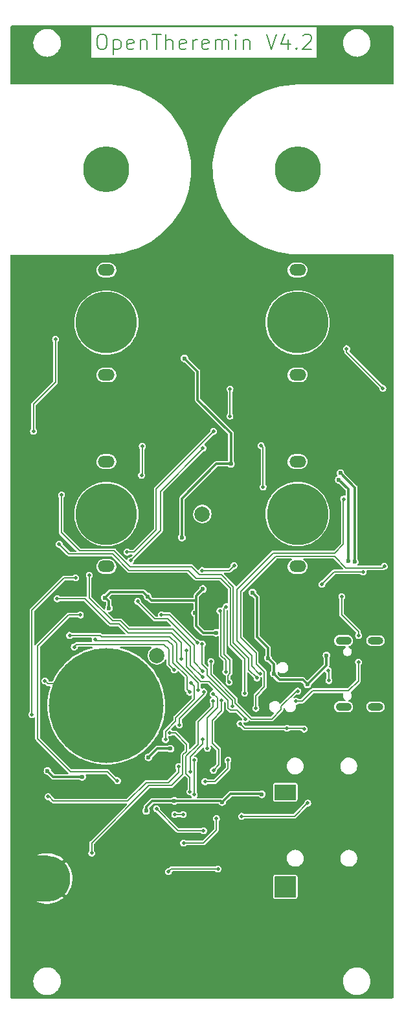
<source format=gbr>
%TF.GenerationSoftware,KiCad,Pcbnew,6.0.9+dfsg-1~bpo11+1*%
%TF.CreationDate,2022-11-25T18:00:49+00:00*%
%TF.ProjectId,OpenThereminV4,4f70656e-5468-4657-9265-6d696e56342e,rev?*%
%TF.SameCoordinates,Original*%
%TF.FileFunction,Copper,L1,Top*%
%TF.FilePolarity,Positive*%
%FSLAX46Y46*%
G04 Gerber Fmt 4.6, Leading zero omitted, Abs format (unit mm)*
G04 Created by KiCad (PCBNEW 6.0.9+dfsg-1~bpo11+1) date 2022-11-25 18:00:49*
%MOMM*%
%LPD*%
G01*
G04 APERTURE LIST*
%ADD10C,0.200000*%
%TA.AperFunction,NonConductor*%
%ADD11C,0.200000*%
%TD*%
%TA.AperFunction,ComponentPad*%
%ADD12C,6.000000*%
%TD*%
%TA.AperFunction,SMDPad,CuDef*%
%ADD13C,15.000000*%
%TD*%
%TA.AperFunction,ComponentPad*%
%ADD14C,0.800000*%
%TD*%
%TA.AperFunction,ComponentPad*%
%ADD15O,2.200000X1.500000*%
%TD*%
%TA.AperFunction,ComponentPad*%
%ADD16C,8.000000*%
%TD*%
%TA.AperFunction,ComponentPad*%
%ADD17O,2.000000X1.000000*%
%TD*%
%TA.AperFunction,ComponentPad*%
%ADD18O,2.100000X1.050000*%
%TD*%
%TA.AperFunction,ComponentPad*%
%ADD19C,2.000000*%
%TD*%
%TA.AperFunction,ViaPad*%
%ADD20C,0.600000*%
%TD*%
%TA.AperFunction,ViaPad*%
%ADD21C,0.500000*%
%TD*%
%TA.AperFunction,Conductor*%
%ADD22C,0.300000*%
%TD*%
%TA.AperFunction,Conductor*%
%ADD23C,0.200000*%
%TD*%
G04 APERTURE END LIST*
D10*
D11*
X86728571Y-38104761D02*
X87109523Y-38104761D01*
X87300000Y-38200000D01*
X87490476Y-38390476D01*
X87585714Y-38771428D01*
X87585714Y-39438095D01*
X87490476Y-39819047D01*
X87300000Y-40009523D01*
X87109523Y-40104761D01*
X86728571Y-40104761D01*
X86538095Y-40009523D01*
X86347619Y-39819047D01*
X86252380Y-39438095D01*
X86252380Y-38771428D01*
X86347619Y-38390476D01*
X86538095Y-38200000D01*
X86728571Y-38104761D01*
X88442857Y-38771428D02*
X88442857Y-40771428D01*
X88442857Y-38866666D02*
X88633333Y-38771428D01*
X89014285Y-38771428D01*
X89204761Y-38866666D01*
X89300000Y-38961904D01*
X89395238Y-39152380D01*
X89395238Y-39723809D01*
X89300000Y-39914285D01*
X89204761Y-40009523D01*
X89014285Y-40104761D01*
X88633333Y-40104761D01*
X88442857Y-40009523D01*
X91014285Y-40009523D02*
X90823809Y-40104761D01*
X90442857Y-40104761D01*
X90252380Y-40009523D01*
X90157142Y-39819047D01*
X90157142Y-39057142D01*
X90252380Y-38866666D01*
X90442857Y-38771428D01*
X90823809Y-38771428D01*
X91014285Y-38866666D01*
X91109523Y-39057142D01*
X91109523Y-39247619D01*
X90157142Y-39438095D01*
X91966666Y-38771428D02*
X91966666Y-40104761D01*
X91966666Y-38961904D02*
X92061904Y-38866666D01*
X92252380Y-38771428D01*
X92538095Y-38771428D01*
X92728571Y-38866666D01*
X92823809Y-39057142D01*
X92823809Y-40104761D01*
X93490476Y-38104761D02*
X94633333Y-38104761D01*
X94061904Y-40104761D02*
X94061904Y-38104761D01*
X95300000Y-40104761D02*
X95300000Y-38104761D01*
X96157142Y-40104761D02*
X96157142Y-39057142D01*
X96061904Y-38866666D01*
X95871428Y-38771428D01*
X95585714Y-38771428D01*
X95395238Y-38866666D01*
X95300000Y-38961904D01*
X97871428Y-40009523D02*
X97680952Y-40104761D01*
X97300000Y-40104761D01*
X97109523Y-40009523D01*
X97014285Y-39819047D01*
X97014285Y-39057142D01*
X97109523Y-38866666D01*
X97300000Y-38771428D01*
X97680952Y-38771428D01*
X97871428Y-38866666D01*
X97966666Y-39057142D01*
X97966666Y-39247619D01*
X97014285Y-39438095D01*
X98823809Y-40104761D02*
X98823809Y-38771428D01*
X98823809Y-39152380D02*
X98919047Y-38961904D01*
X99014285Y-38866666D01*
X99204761Y-38771428D01*
X99395238Y-38771428D01*
X100823809Y-40009523D02*
X100633333Y-40104761D01*
X100252380Y-40104761D01*
X100061904Y-40009523D01*
X99966666Y-39819047D01*
X99966666Y-39057142D01*
X100061904Y-38866666D01*
X100252380Y-38771428D01*
X100633333Y-38771428D01*
X100823809Y-38866666D01*
X100919047Y-39057142D01*
X100919047Y-39247619D01*
X99966666Y-39438095D01*
X101776190Y-40104761D02*
X101776190Y-38771428D01*
X101776190Y-38961904D02*
X101871428Y-38866666D01*
X102061904Y-38771428D01*
X102347619Y-38771428D01*
X102538095Y-38866666D01*
X102633333Y-39057142D01*
X102633333Y-40104761D01*
X102633333Y-39057142D02*
X102728571Y-38866666D01*
X102919047Y-38771428D01*
X103204761Y-38771428D01*
X103395238Y-38866666D01*
X103490476Y-39057142D01*
X103490476Y-40104761D01*
X104442857Y-40104761D02*
X104442857Y-38771428D01*
X104442857Y-38104761D02*
X104347619Y-38200000D01*
X104442857Y-38295238D01*
X104538095Y-38200000D01*
X104442857Y-38104761D01*
X104442857Y-38295238D01*
X105395238Y-38771428D02*
X105395238Y-40104761D01*
X105395238Y-38961904D02*
X105490476Y-38866666D01*
X105680952Y-38771428D01*
X105966666Y-38771428D01*
X106157142Y-38866666D01*
X106252380Y-39057142D01*
X106252380Y-40104761D01*
X108442857Y-38104761D02*
X109109523Y-40104761D01*
X109776190Y-38104761D01*
X111300000Y-38771428D02*
X111300000Y-40104761D01*
X110823809Y-38009523D02*
X110347619Y-39438095D01*
X111585714Y-39438095D01*
X112347619Y-39914285D02*
X112442857Y-40009523D01*
X112347619Y-40104761D01*
X112252380Y-40009523D01*
X112347619Y-39914285D01*
X112347619Y-40104761D01*
X113204761Y-38295238D02*
X113300000Y-38200000D01*
X113490476Y-38104761D01*
X113966666Y-38104761D01*
X114157142Y-38200000D01*
X114252380Y-38295238D01*
X114347619Y-38485714D01*
X114347619Y-38676190D01*
X114252380Y-38961904D01*
X113109523Y-40104761D01*
X114347619Y-40104761D01*
D12*
%TO.P,Y1,1*%
%TO.N,Net-(C2-Pad1)*%
X112500000Y-55750000D03*
%TD*%
%TO.P,Y2,1*%
%TO.N,Net-(C11-Pad1)*%
X87500000Y-55750000D03*
%TD*%
D13*
%TO.P,P10,1,P1*%
%TO.N,Net-(C34-Pad1)*%
X87500000Y-125750000D03*
%TD*%
D14*
%TO.P,GND1,1,1*%
%TO.N,GND*%
X77500000Y-148350000D03*
X79750000Y-150600000D03*
X79750000Y-146100000D03*
D12*
X79750000Y-148350000D03*
D14*
X78159010Y-146759010D03*
X81340990Y-149940990D03*
X81340990Y-146759010D03*
X78159010Y-149940990D03*
X82000000Y-148350000D03*
%TD*%
D15*
%TO.P,P4,*%
%TO.N,*%
X87500000Y-93900000D03*
D16*
X87500000Y-100750000D03*
D15*
X87500000Y-107600000D03*
%TD*%
%TO.P,P2,*%
%TO.N,*%
X112500000Y-82600000D03*
X112500000Y-68900000D03*
D16*
X112500000Y-75750000D03*
%TD*%
D17*
%TO.P,J1,G1*%
%TO.N,N/C*%
X122700000Y-117280000D03*
%TO.P,J1,G2*%
X122700000Y-125920000D03*
D18*
%TO.P,J1,G3*%
X118520000Y-117280000D03*
%TO.P,J1,G4*%
X118520000Y-125920000D03*
%TD*%
D15*
%TO.P,P3,*%
%TO.N,*%
X112500000Y-107600000D03*
X112500000Y-93900000D03*
D16*
X112500000Y-100750000D03*
%TD*%
D19*
%TO.P,D3,*%
%TO.N,*%
X94117678Y-119203033D03*
%TD*%
D15*
%TO.P,P1,*%
%TO.N,*%
X87500000Y-68900000D03*
D16*
X87500000Y-75750000D03*
D15*
X87500000Y-82600000D03*
%TD*%
D19*
%TO.P,D4,*%
%TO.N,*%
X100050000Y-100750000D03*
%TD*%
D20*
%TO.N,VDD*%
X118102600Y-95402600D03*
X119989800Y-106985000D03*
%TO.N,GND*%
X113208000Y-87681000D03*
D21*
X100400000Y-92900000D03*
X96100000Y-97500000D03*
X96400000Y-93100000D03*
X80300000Y-121200000D03*
D20*
X121031200Y-105816600D03*
D21*
X121150000Y-138550000D03*
D20*
X96698000Y-108890000D03*
X112900000Y-114900000D03*
X95700000Y-98800000D03*
D21*
X110400000Y-127100000D03*
D20*
X100127000Y-112065000D03*
X113208000Y-85966500D03*
X99800000Y-126000000D03*
D21*
X107800000Y-119000000D03*
X112600000Y-121400000D03*
X95600000Y-121500000D03*
X101200000Y-115200000D03*
D20*
X119812000Y-93396000D03*
D21*
X119550000Y-150500000D03*
X95800000Y-134500000D03*
X102600000Y-106100000D03*
X106700000Y-126900000D03*
X88300000Y-148950000D03*
X119450000Y-136400000D03*
X115400000Y-122800000D03*
D20*
X88252500Y-87808000D03*
D21*
X119550000Y-148350000D03*
D20*
X87808000Y-151371500D03*
D21*
X106200000Y-113500000D03*
X104300000Y-145200000D03*
D20*
X84760000Y-148323500D03*
X116300000Y-91780500D03*
X104953000Y-123622000D03*
X112065000Y-90475000D03*
D21*
X104300000Y-151800000D03*
X97600000Y-124100000D03*
X121150000Y-150500000D03*
D20*
X80696000Y-94285000D03*
X105969000Y-92126000D03*
D21*
X100000000Y-98000000D03*
X93200000Y-95000000D03*
D20*
X116184500Y-125200000D03*
X94285000Y-92253000D03*
D21*
X121100000Y-148300000D03*
D20*
X109370000Y-131360000D03*
D21*
X108300000Y-126800000D03*
X119450000Y-138650000D03*
D20*
X83109000Y-91745000D03*
D21*
X116900000Y-117700000D03*
X114500000Y-115900000D03*
D20*
X88252500Y-85268000D03*
D21*
X79500000Y-123700000D03*
D20*
X87808000Y-90475000D03*
D21*
X114400000Y-125100000D03*
X114200000Y-117900000D03*
X106200000Y-115500000D03*
X121100000Y-136350000D03*
X97300000Y-131200000D03*
X114100000Y-145800000D03*
X99700000Y-152200000D03*
X97500000Y-136250000D03*
D20*
X113730000Y-140240000D03*
X118250000Y-138600000D03*
X98500000Y-129900000D03*
X104400000Y-133650000D03*
X88570000Y-115875000D03*
X116000000Y-151300000D03*
D21*
X100800000Y-107100000D03*
%TO.N,Net-(R1-Pad1)*%
X103659000Y-87959000D03*
X103661000Y-84440000D03*
%TO.N,VoutB*%
X92200000Y-91900000D03*
X92100000Y-95682000D03*
D20*
%TO.N,VCC*%
X100127000Y-110541000D03*
X106600000Y-111000000D03*
X92888000Y-111512000D03*
X97383800Y-103810000D03*
X109398000Y-121574000D03*
X92700000Y-139500000D03*
X117907700Y-96292300D03*
X93015000Y-132512000D03*
X96400500Y-138200000D03*
X103784600Y-94200000D03*
X87844500Y-113044500D03*
X97739400Y-80442000D03*
X95870600Y-131390500D03*
X79807000Y-134290000D03*
X101856000Y-116256000D03*
X99100000Y-113662000D03*
X116300000Y-119200000D03*
X119126200Y-106908800D03*
X107830000Y-137330000D03*
X113790000Y-123000000D03*
X102642000Y-138342000D03*
X108639000Y-119561000D03*
X87300000Y-111684000D03*
X84348000Y-135052000D03*
D21*
%TO.N,Net-(U3-Pad7)*%
X88951000Y-135560000D03*
X84100000Y-113940000D03*
%TO.N,BUT*%
X83300000Y-118100000D03*
X96394601Y-121105399D03*
%TO.N,VO_PITCH*%
X85268000Y-108732000D03*
X100102125Y-122058013D03*
X101524000Y-89967000D03*
X90221000Y-105715000D03*
%TO.N,VO_VOL*%
X86050000Y-117149500D03*
X100134556Y-92133556D03*
X98397000Y-124003000D03*
X90678200Y-106832600D03*
%TO.N,F_PITCH*%
X81077000Y-111811000D03*
X97333000Y-119685000D03*
%TO.N,F_VOL*%
X99533500Y-123700000D03*
X82700000Y-116600000D03*
%TO.N,DAC_LATCH*%
X95229737Y-130200000D03*
X96450500Y-140000000D03*
X100133527Y-121249500D03*
X91600000Y-112150500D03*
X98571500Y-122828500D03*
X97550500Y-140000000D03*
%TO.N,DAC_DI*%
X101447442Y-124203649D03*
X99000000Y-132900000D03*
X99377056Y-117522944D03*
X100717549Y-131319524D03*
X99000000Y-137400000D03*
X94700000Y-113900000D03*
%TO.N,DAC_SCK*%
X101438556Y-125161444D03*
X98434465Y-136988328D03*
X100400000Y-135700000D03*
X103400000Y-132900000D03*
%TO.N,DAC_CS*%
X100242749Y-123965637D03*
X97050700Y-128301200D03*
%TO.N,Net-(R17-Pad1)*%
X100213556Y-142086444D03*
X94062820Y-139237179D03*
%TO.N,A0*%
X107605426Y-121592371D03*
X123647400Y-84328200D03*
X118526700Y-98800498D03*
X118923000Y-79172000D03*
%TO.N,A1*%
X107200000Y-122162400D03*
X77978200Y-89941600D03*
X80850000Y-77950000D03*
X81635800Y-98272800D03*
%TO.N,A2*%
X81331000Y-104699000D03*
X105588000Y-124130000D03*
%TO.N,A3*%
X123850600Y-107569200D03*
X107050500Y-126128690D03*
%TO.N,LED_RED*%
X100039613Y-117747270D03*
X103958500Y-125839528D03*
%TO.N,Net-(C29-Pad2)*%
X109800000Y-136350000D03*
X112050000Y-137850000D03*
X112050000Y-136350000D03*
X109750000Y-137850000D03*
%TO.N,Net-(R4-Pad2)*%
X107721500Y-91821500D03*
X108001000Y-97200000D03*
X104200000Y-107500000D03*
X100028000Y-108128000D03*
%TO.N,SAMPLE_CLK*%
X96950500Y-133750000D03*
X100101600Y-130200000D03*
X79870500Y-137655500D03*
X98450000Y-134400000D03*
%TO.N,Net-(C29-Pad1)*%
X105182000Y-140218000D03*
X113830000Y-138500000D03*
%TO.N,RESET*%
X118288000Y-111531600D03*
X120472400Y-116627600D03*
X112300000Y-125200000D03*
X104980000Y-128120000D03*
X120472400Y-120072400D03*
X111130000Y-128720000D03*
X113380000Y-128830000D03*
%TO.N,D+*%
X116500000Y-121149500D03*
X116600732Y-122499663D03*
%TO.N,TXD*%
X103150500Y-112850500D03*
X103549500Y-122700000D03*
%TO.N,RXD*%
X102350500Y-113400000D03*
X115700000Y-109900000D03*
X103129744Y-121332868D03*
X121100000Y-108321900D03*
%TO.N,Net-(C34-Pad1)*%
X79467500Y-122530000D03*
%TO.N,MISO*%
X101179412Y-120020588D03*
X112527465Y-123872535D03*
%TO.N,LED_BLUE*%
X97968000Y-118542000D03*
X105692575Y-127519686D03*
%TO.N,EX_CLK*%
X95793700Y-129325735D03*
X85585500Y-145021500D03*
%TO.N,Net-(U2-Pad5)*%
X77775000Y-126924000D03*
X83490000Y-109090000D03*
%TO.N,DAC3_CS*%
X101500000Y-134200000D03*
X101892537Y-140498799D03*
X102549500Y-125076979D03*
X97600000Y-143700000D03*
%TO.N,Net-(P15-Pad1)*%
X111900000Y-148450000D03*
X109750000Y-150500000D03*
X109900000Y-148500000D03*
X111950000Y-150450000D03*
%TO.N,Net-(P7-Pad1)*%
X95620000Y-147440000D03*
X102100000Y-147080000D03*
%TD*%
D22*
%TO.N,VDD*%
X120015200Y-106959600D02*
X119989800Y-106985000D01*
X120015200Y-97315200D02*
X120015200Y-106959600D01*
X118102600Y-95402600D02*
X120015200Y-97315200D01*
%TO.N,GND*%
X113208000Y-85966500D02*
X113208000Y-87681000D01*
D23*
%TO.N,Net-(R1-Pad1)*%
X103659000Y-84442000D02*
X103659000Y-87959000D01*
X103661000Y-84440000D02*
X103659000Y-84442000D01*
%TO.N,VoutB*%
X92200000Y-95582000D02*
X92200000Y-91900000D01*
X92100000Y-95682000D02*
X92200000Y-95582000D01*
D22*
%TO.N,VCC*%
X92298000Y-110922000D02*
X88062000Y-110922000D01*
X94136500Y-131390500D02*
X93015000Y-132512000D01*
X102642000Y-138342000D02*
X103704000Y-137280000D01*
X97383800Y-98716200D02*
X97383800Y-103810000D01*
X99441200Y-82143800D02*
X97739400Y-80442000D01*
X103784600Y-94200000D02*
X101900000Y-94200000D01*
X113790000Y-123000000D02*
X113190000Y-122400000D01*
X100156000Y-116256000D02*
X99238000Y-115338000D01*
X95870600Y-131390500D02*
X94136500Y-131390500D01*
X119126200Y-97510800D02*
X119126200Y-106908800D01*
X113190000Y-122400000D02*
X110150000Y-122400000D01*
X102500000Y-138200000D02*
X102642000Y-138342000D01*
X96400500Y-138200000D02*
X102500000Y-138200000D01*
X103784600Y-94200000D02*
X103784600Y-90184600D01*
X109398000Y-121648000D02*
X109398000Y-121574000D01*
X87427000Y-111684000D02*
X87300000Y-111684000D01*
X117907700Y-96292300D02*
X119126200Y-97510800D01*
X109398000Y-120320000D02*
X109398000Y-121574000D01*
X92888000Y-111512000D02*
X93441000Y-112065000D01*
X113790000Y-123000000D02*
X113800000Y-123000000D01*
X106600000Y-111000000D02*
X107200000Y-111600000D01*
X99100000Y-113662000D02*
X99238000Y-113524000D01*
X99238000Y-112065000D02*
X99238000Y-111430000D01*
X99238000Y-115338000D02*
X99238000Y-113338000D01*
X103784600Y-90184600D02*
X99441200Y-85841200D01*
X93441000Y-112065000D02*
X99238000Y-112065000D01*
X99238000Y-113524000D02*
X99238000Y-113338000D01*
X80569000Y-135052000D02*
X79807000Y-134290000D01*
X103704000Y-137280000D02*
X107780000Y-137280000D01*
X96400500Y-138200000D02*
X93500000Y-138200000D01*
X87844500Y-113044500D02*
X87844500Y-112101500D01*
X93500000Y-138200000D02*
X92700000Y-139000000D01*
X108639000Y-118239000D02*
X108639000Y-119561000D01*
X101856000Y-116256000D02*
X100156000Y-116256000D01*
X99441200Y-85841200D02*
X99441200Y-82143800D01*
X99238000Y-111430000D02*
X100127000Y-110541000D01*
X84348000Y-135052000D02*
X80569000Y-135052000D01*
X109398000Y-120320000D02*
X108639000Y-119561000D01*
X92888000Y-111512000D02*
X92298000Y-110922000D01*
X101900000Y-94200000D02*
X97383800Y-98716200D01*
X113800000Y-123000000D02*
X116300000Y-120500000D01*
X107200000Y-116800000D02*
X108639000Y-118239000D01*
X88062000Y-110922000D02*
X87300000Y-111684000D01*
X107780000Y-137280000D02*
X107830000Y-137330000D01*
X116300000Y-120500000D02*
X116300000Y-119200000D01*
X110150000Y-122400000D02*
X109398000Y-121648000D01*
X87844500Y-112101500D02*
X87427000Y-111684000D01*
X99238000Y-113338000D02*
X99238000Y-112065000D01*
X92700000Y-139000000D02*
X92700000Y-139500000D01*
X107200000Y-111600000D02*
X107200000Y-116800000D01*
D23*
%TO.N,Net-(U3-Pad7)*%
X84100000Y-113940000D02*
X82560000Y-113940000D01*
X82838000Y-134400000D02*
X87664000Y-134400000D01*
X78500000Y-118000000D02*
X78500000Y-130062000D01*
X82560000Y-113940000D02*
X78500000Y-118000000D01*
X78500000Y-130062000D02*
X82838000Y-134400000D01*
X87664000Y-134400000D02*
X88824000Y-135560000D01*
%TO.N,BUT*%
X96394601Y-121105399D02*
X95682000Y-120392798D01*
X83620000Y-117780000D02*
X83300000Y-118100000D01*
X95047000Y-117780000D02*
X83620000Y-117780000D01*
X95682000Y-118415000D02*
X95047000Y-117780000D01*
X95682000Y-120392798D02*
X95682000Y-118415000D01*
%TO.N,VO_PITCH*%
X85268000Y-111684000D02*
X88284000Y-114700000D01*
X98518000Y-120473888D02*
X100102125Y-122058013D01*
X98518000Y-118076000D02*
X98518000Y-120473888D01*
X89357686Y-114700000D02*
X90405686Y-115748000D01*
X94031000Y-102794000D02*
X91110000Y-105715000D01*
X85268000Y-108732000D02*
X85268000Y-111684000D01*
X101524000Y-89967000D02*
X94031000Y-97460000D01*
X96190000Y-115748000D02*
X98518000Y-118076000D01*
X91110000Y-105715000D02*
X90221000Y-105715000D01*
X94031000Y-97460000D02*
X94031000Y-102794000D01*
X90405686Y-115748000D02*
X96190000Y-115748000D01*
X88284000Y-114700000D02*
X89357686Y-114700000D01*
%TO.N,VO_VOL*%
X96200000Y-120133686D02*
X96200000Y-117917000D01*
X95555000Y-117272000D02*
X86172500Y-117272000D01*
X94600000Y-97780000D02*
X100134556Y-92245444D01*
X100134556Y-92245444D02*
X100134556Y-92133556D01*
X98021500Y-123627500D02*
X98021500Y-121955186D01*
X90678200Y-106832600D02*
X90678200Y-106821800D01*
X98021500Y-121955186D02*
X96200000Y-120133686D01*
X90678200Y-106821800D02*
X94600000Y-102900000D01*
X86172500Y-117272000D02*
X86050000Y-117149500D01*
X94600000Y-102900000D02*
X94600000Y-97780000D01*
X96200000Y-117917000D02*
X95555000Y-117272000D01*
X98397000Y-124003000D02*
X98021500Y-123627500D01*
%TO.N,F_PITCH*%
X81088000Y-111800000D02*
X81077000Y-111811000D01*
X97333000Y-117526000D02*
X96063000Y-116256000D01*
X84700000Y-111800000D02*
X81088000Y-111800000D01*
X88013000Y-115113000D02*
X84700000Y-111800000D01*
X90348000Y-116256000D02*
X89205000Y-115113000D01*
X97333000Y-119685000D02*
X97333000Y-117526000D01*
X89205000Y-115113000D02*
X88013000Y-115113000D01*
X96063000Y-116256000D02*
X90348000Y-116256000D01*
%TO.N,F_VOL*%
X82700000Y-116600000D02*
X86051182Y-116600000D01*
X99533500Y-122832186D02*
X99533500Y-123700000D01*
X96700000Y-119998686D02*
X99533500Y-122832186D01*
X96700000Y-117655000D02*
X96700000Y-119998686D01*
X86695000Y-116595000D02*
X86864000Y-116764000D01*
X95809000Y-116764000D02*
X96700000Y-117655000D01*
X86056182Y-116595000D02*
X86695000Y-116595000D01*
X86051182Y-116600000D02*
X86056182Y-116595000D01*
X86864000Y-116764000D02*
X95809000Y-116764000D01*
%TO.N,DAC_LATCH*%
X99000000Y-117923000D02*
X95527000Y-114450000D01*
X97550500Y-140000000D02*
X96600000Y-140000000D01*
X96550000Y-127791617D02*
X96550000Y-127350000D01*
X98984000Y-124916000D02*
X98984000Y-123241000D01*
X95229737Y-130200000D02*
X95229737Y-129111880D01*
X96600000Y-140000000D02*
X96450500Y-140000000D01*
X95229737Y-129111880D02*
X96550000Y-127791617D01*
X99000000Y-120115973D02*
X99000000Y-117923000D01*
X91600000Y-112200000D02*
X91600000Y-112150500D01*
X93850000Y-114450000D02*
X91600000Y-112200000D01*
X100133527Y-121249500D02*
X99000000Y-120115973D01*
X95527000Y-114450000D02*
X93850000Y-114450000D01*
X98984000Y-123241000D02*
X98571500Y-122828500D01*
X96550000Y-127350000D02*
X98984000Y-124916000D01*
%TO.N,DAC_DI*%
X100651600Y-127348400D02*
X100651600Y-131253575D01*
X95754112Y-113900000D02*
X99377056Y-117522944D01*
X102000000Y-124756207D02*
X102000000Y-126000000D01*
X100651600Y-131253575D02*
X100717549Y-131319524D01*
X99000000Y-132900000D02*
X99000000Y-137400000D01*
X101447442Y-124203649D02*
X102000000Y-124756207D01*
X94700000Y-113900000D02*
X95754112Y-113900000D01*
X102000000Y-126000000D02*
X100651600Y-127348400D01*
%TO.N,DAC_SCK*%
X97900000Y-132400000D02*
X97900000Y-134650000D01*
X97900000Y-134650000D02*
X98434465Y-135184465D01*
X99500000Y-130800000D02*
X97900000Y-132400000D01*
X101438556Y-125961444D02*
X99500000Y-127900000D01*
X103400000Y-133995314D02*
X101695314Y-135700000D01*
X98434465Y-135184465D02*
X98434465Y-136988328D01*
X103400000Y-132900000D02*
X103400000Y-133995314D01*
X101438556Y-125161444D02*
X101438556Y-125961444D01*
X99500000Y-127900000D02*
X99500000Y-130800000D01*
X101695314Y-135700000D02*
X100400000Y-135700000D01*
%TO.N,DAC_CS*%
X97050700Y-127449300D02*
X100242749Y-124257251D01*
X97050700Y-128301200D02*
X97050700Y-127449300D01*
X100242749Y-124257251D02*
X100242749Y-123965637D01*
%TO.N,Net-(R17-Pad1)*%
X100213556Y-142086444D02*
X96886444Y-142086444D01*
X96886444Y-142086444D02*
X94062820Y-139262820D01*
X94062820Y-139262820D02*
X94062820Y-139237179D01*
%TO.N,A0*%
X106500000Y-120600000D02*
X107492371Y-121592371D01*
X118526700Y-98800498D02*
X118500000Y-98827198D01*
X123647400Y-84328200D02*
X118923000Y-79603800D01*
X118500000Y-104700000D02*
X117370700Y-105829300D01*
X104572000Y-117272000D02*
X106500000Y-119200000D01*
X104572000Y-110591800D02*
X104572000Y-117272000D01*
X118923000Y-79603800D02*
X118923000Y-79172000D01*
X106500000Y-119200000D02*
X106500000Y-120600000D01*
X117370700Y-105829300D02*
X109334500Y-105829300D01*
X118500000Y-98827198D02*
X118500000Y-104700000D01*
X109334500Y-105829300D02*
X104572000Y-110591800D01*
X107492371Y-121592371D02*
X107605426Y-121592371D01*
%TO.N,A1*%
X106100000Y-119562000D02*
X106100000Y-121062400D01*
X102540000Y-108686800D02*
X104100000Y-110246800D01*
X80850000Y-77950000D02*
X80850000Y-83550000D01*
X77978200Y-86421800D02*
X77978200Y-89941600D01*
X81610400Y-103149600D02*
X83998000Y-105537200D01*
X104100000Y-117562000D02*
X106100000Y-119562000D01*
X88519200Y-105537200D02*
X90602000Y-107620000D01*
X98628400Y-107620000D02*
X99695200Y-108686800D01*
X81635800Y-98272800D02*
X81610400Y-98298200D01*
X90602000Y-107620000D02*
X98628400Y-107620000D01*
X81610400Y-98298200D02*
X81610400Y-103149600D01*
X106100000Y-121062400D02*
X107200000Y-122162400D01*
X99695200Y-108686800D02*
X102540000Y-108686800D01*
X104100000Y-110246800D02*
X104100000Y-117562000D01*
X80850000Y-83550000D02*
X77978200Y-86421800D01*
X83998000Y-105537200D02*
X88519200Y-105537200D01*
%TO.N,A2*%
X99238000Y-109144000D02*
X98222000Y-108128000D01*
X82601000Y-105969000D02*
X81331000Y-104699000D01*
X105600000Y-124118000D02*
X105600000Y-119697000D01*
X105600000Y-119697000D02*
X103700000Y-117797000D01*
X98222000Y-108128000D02*
X90475000Y-108128000D01*
X90475000Y-108128000D02*
X88316000Y-105969000D01*
X103700000Y-117797000D02*
X103700000Y-110412486D01*
X105588000Y-124130000D02*
X105600000Y-124118000D01*
X88316000Y-105969000D02*
X82601000Y-105969000D01*
X103700000Y-110412486D02*
X102431514Y-109144000D01*
X102431514Y-109144000D02*
X99238000Y-109144000D01*
%TO.N,A3*%
X109624500Y-106275500D02*
X117324500Y-106275500D01*
X108155426Y-123344574D02*
X108155426Y-121364553D01*
X107100000Y-120309127D02*
X107100000Y-118911000D01*
X117324500Y-106275500D02*
X118821400Y-107772400D01*
X107050500Y-126128690D02*
X107050500Y-124449500D01*
X108155426Y-121364553D02*
X107100000Y-120309127D01*
X118821400Y-107772400D02*
X123647400Y-107772400D01*
X105080000Y-110820000D02*
X109624500Y-106275500D01*
X107050500Y-124449500D02*
X108155426Y-123344574D01*
X123647400Y-107772400D02*
X123850600Y-107569200D01*
X105080000Y-116891000D02*
X105080000Y-110820000D01*
X107100000Y-118911000D02*
X105080000Y-116891000D01*
%TO.N,LED_RED*%
X103958500Y-125058500D02*
X100683527Y-121783527D01*
X100039613Y-120377768D02*
X100039613Y-117747270D01*
X100683527Y-121783527D02*
X100683527Y-121021682D01*
X103958500Y-125839528D02*
X103958500Y-125058500D01*
X100683527Y-121021682D02*
X100039613Y-120377768D01*
%TO.N,Net-(R4-Pad2)*%
X108001000Y-92101000D02*
X108001000Y-97200000D01*
X103572000Y-108128000D02*
X104200000Y-107500000D01*
X107721500Y-91821500D02*
X108001000Y-92101000D01*
X100028000Y-108128000D02*
X103572000Y-108128000D01*
%TO.N,SAMPLE_CLK*%
X96950500Y-133750000D02*
X96950500Y-134449500D01*
X92686000Y-135814000D02*
X90273000Y-138227000D01*
X96950500Y-134449500D02*
X95586000Y-135814000D01*
X80569000Y-138227000D02*
X79997500Y-137655500D01*
X79997500Y-137655500D02*
X79870500Y-137655500D01*
X98450000Y-134400000D02*
X98450000Y-132450000D01*
X95586000Y-135814000D02*
X92686000Y-135814000D01*
X98450000Y-132450000D02*
X100101600Y-130798400D01*
X90273000Y-138227000D02*
X80569000Y-138227000D01*
X100101600Y-130798400D02*
X100101600Y-130200000D01*
%TO.N,Net-(C29-Pad1)*%
X105182000Y-140218000D02*
X112082000Y-140218000D01*
X112082000Y-140218000D02*
X113800000Y-138500000D01*
%TO.N,RESET*%
X118288000Y-113944600D02*
X118288000Y-111531600D01*
X113380000Y-128830000D02*
X113260000Y-128710000D01*
X111110000Y-128700000D02*
X111130000Y-128720000D01*
X120472400Y-122527600D02*
X119185001Y-123814999D01*
X120472400Y-120072400D02*
X120472400Y-122527600D01*
X113260000Y-128710000D02*
X111140000Y-128710000D01*
X105560000Y-128700000D02*
X111110000Y-128700000D01*
X104980000Y-128120000D02*
X105560000Y-128700000D01*
X114485001Y-123814999D02*
X113100000Y-125200000D01*
X111140000Y-128710000D02*
X111130000Y-128720000D01*
X120472400Y-116627600D02*
X120472400Y-116129000D01*
X120472400Y-116129000D02*
X118288000Y-113944600D01*
X119185001Y-123814999D02*
X114485001Y-123814999D01*
X113100000Y-125200000D02*
X112300000Y-125200000D01*
%TO.N,D+*%
X116600732Y-122499663D02*
X116600732Y-121250232D01*
X116600732Y-121250232D02*
X116500000Y-121149500D01*
%TO.N,TXD*%
X102900000Y-119034314D02*
X103679744Y-119814059D01*
X103400000Y-121840430D02*
X103400000Y-122550500D01*
X103150500Y-112850500D02*
X102900000Y-113101000D01*
X103679744Y-121560686D02*
X103400000Y-121840430D01*
X102900000Y-113101000D02*
X102900000Y-119034314D01*
X103400000Y-122550500D02*
X103549500Y-122700000D01*
X103679744Y-119814059D02*
X103679744Y-121560686D01*
%TO.N,RXD*%
X121100000Y-108321900D02*
X121078100Y-108300000D01*
X117300000Y-108300000D02*
X115700000Y-109900000D01*
X102500000Y-113549500D02*
X102500000Y-119200000D01*
X102500000Y-119200000D02*
X103129744Y-119829744D01*
X102350500Y-113400000D02*
X102500000Y-113549500D01*
X103129744Y-119829744D02*
X103129744Y-121332868D01*
X121078100Y-108300000D02*
X117300000Y-108300000D01*
%TO.N,Net-(C34-Pad1)*%
X79467500Y-122530000D02*
X79861000Y-122923500D01*
X79861000Y-122923500D02*
X84673500Y-122923500D01*
%TO.N,MISO*%
X112327465Y-123872535D02*
X110370301Y-125829699D01*
X110370301Y-125829699D02*
X110370301Y-126242136D01*
X109112437Y-127500000D02*
X106450000Y-127500000D01*
X110370301Y-126242136D02*
X109112437Y-127500000D01*
X104358500Y-125408500D02*
X104358500Y-124892814D01*
X112527465Y-123872535D02*
X112327465Y-123872535D01*
X104358500Y-124892814D02*
X101179412Y-121713726D01*
X101179412Y-121713726D02*
X101179412Y-120020588D01*
X106450000Y-127500000D02*
X104358500Y-125408500D01*
%TO.N,LED_BLUE*%
X103730682Y-126389528D02*
X103408500Y-126067346D01*
X104589528Y-126389528D02*
X103730682Y-126389528D01*
X105692575Y-127519686D02*
X105692575Y-127492575D01*
X103408500Y-125108500D02*
X100908013Y-122608013D01*
X99875013Y-122608013D02*
X97968000Y-120701000D01*
X100908013Y-122608013D02*
X99875013Y-122608013D01*
X105692575Y-127492575D02*
X104589528Y-126389528D01*
X97968000Y-120701000D02*
X97968000Y-118542000D01*
X103408500Y-126067346D02*
X103408500Y-125108500D01*
%TO.N,EX_CLK*%
X97500000Y-132234314D02*
X97500000Y-134750000D01*
X97500000Y-134750000D02*
X96036000Y-136214000D01*
X95793700Y-129325735D02*
X96525735Y-129325735D01*
X98000000Y-131734314D02*
X97500000Y-132234314D01*
X93086000Y-136214000D02*
X85585500Y-143714500D01*
X96525735Y-129325735D02*
X98000000Y-130800000D01*
X96036000Y-136214000D02*
X93086000Y-136214000D01*
X85585500Y-143714500D02*
X85585500Y-145021500D01*
X98000000Y-130800000D02*
X98000000Y-131734314D01*
%TO.N,Net-(U2-Pad5)*%
X77775000Y-113325000D02*
X77775000Y-126924000D01*
X82010000Y-109090000D02*
X77775000Y-113325000D01*
X83490000Y-109090000D02*
X82010000Y-109090000D01*
%TO.N,DAC3_CS*%
X102200000Y-131500000D02*
X101333500Y-130633500D01*
X101892537Y-142007463D02*
X100200000Y-143700000D01*
X102549500Y-126470000D02*
X102549500Y-125076979D01*
X101892537Y-140498799D02*
X101892537Y-142007463D01*
X100200000Y-143700000D02*
X97600000Y-143700000D01*
X101500000Y-134200000D02*
X102200000Y-133500000D01*
X101333500Y-127686000D02*
X102549500Y-126470000D01*
X101333500Y-130633500D02*
X101333500Y-127686000D01*
X102200000Y-133500000D02*
X102200000Y-131500000D01*
%TO.N,Net-(P15-Pad1)*%
X111850000Y-148500000D02*
X111900000Y-148450000D01*
%TO.N,Net-(P7-Pad1)*%
X95980000Y-147080000D02*
X102100000Y-147080000D01*
X95620000Y-147440000D02*
X95980000Y-147080000D01*
%TD*%
%TA.AperFunction,Conductor*%
%TO.N,GND*%
G36*
X124869797Y-36965548D02*
G01*
X124999320Y-37046500D01*
X125031163Y-37078565D01*
X125034813Y-37084496D01*
X125049500Y-37136383D01*
X125049500Y-44529000D01*
X125030593Y-44587191D01*
X124981093Y-44623155D01*
X124950500Y-44628000D01*
X112496800Y-44628000D01*
X110261600Y-44882000D01*
X109363250Y-45153869D01*
X108335074Y-45465027D01*
X108335067Y-45465030D01*
X108331200Y-45466200D01*
X106680200Y-46279000D01*
X106676471Y-46281812D01*
X105134093Y-47444916D01*
X105134088Y-47444921D01*
X105130800Y-47447400D01*
X105127967Y-47450390D01*
X105127964Y-47450393D01*
X103979055Y-48663131D01*
X103759200Y-48895200D01*
X102768600Y-50343000D01*
X102767088Y-50346023D01*
X102767085Y-50346029D01*
X102262231Y-51355738D01*
X102260600Y-51359000D01*
X102259469Y-51362453D01*
X102259466Y-51362460D01*
X102044262Y-52019400D01*
X101778000Y-52832200D01*
X101397000Y-54915000D01*
X101397063Y-54919807D01*
X101397063Y-54919810D01*
X101419058Y-56591400D01*
X101422400Y-56845400D01*
X102006600Y-59487000D01*
X102641600Y-60858600D01*
X103937000Y-62839800D01*
X105181600Y-64109800D01*
X106248400Y-64948000D01*
X108229600Y-65989400D01*
X108233726Y-65990718D01*
X110054802Y-66572451D01*
X110054806Y-66572452D01*
X110058400Y-66573600D01*
X110744948Y-66682002D01*
X111503638Y-66801796D01*
X111503648Y-66801797D01*
X111506200Y-66802200D01*
X111837713Y-66819201D01*
X112495549Y-66852936D01*
X112495555Y-66852936D01*
X112496800Y-66853000D01*
X124950500Y-66853000D01*
X125008691Y-66871907D01*
X125044655Y-66921407D01*
X125049500Y-66952000D01*
X125049500Y-163782748D01*
X125027806Y-163844592D01*
X124962209Y-163926588D01*
X124929411Y-163967586D01*
X124900641Y-163992027D01*
X124821069Y-164036786D01*
X124772534Y-164049500D01*
X75204455Y-164049500D01*
X75150920Y-164033777D01*
X75050104Y-163968967D01*
X75020117Y-163938841D01*
X74965978Y-163853766D01*
X74950500Y-163800615D01*
X74950500Y-161702736D01*
X77945070Y-161702736D01*
X77945698Y-161715807D01*
X77957909Y-161970041D01*
X78010118Y-162232512D01*
X78011358Y-162235967D01*
X78011359Y-162235969D01*
X78021851Y-162265190D01*
X78100549Y-162484383D01*
X78227215Y-162720121D01*
X78387335Y-162934547D01*
X78389953Y-162937142D01*
X78573323Y-163118918D01*
X78577390Y-163122950D01*
X78793205Y-163281192D01*
X79030039Y-163405797D01*
X79033510Y-163407009D01*
X79033512Y-163407010D01*
X79121927Y-163437886D01*
X79282690Y-163494026D01*
X79545606Y-163543943D01*
X79679310Y-163549196D01*
X79809343Y-163554305D01*
X79809346Y-163554305D01*
X79813013Y-163554449D01*
X79949669Y-163539483D01*
X80075394Y-163525714D01*
X80075397Y-163525713D01*
X80079035Y-163525315D01*
X80337829Y-163457180D01*
X80341204Y-163455730D01*
X80341207Y-163455729D01*
X80461412Y-163404085D01*
X80583710Y-163351542D01*
X80586827Y-163349613D01*
X80586833Y-163349610D01*
X80808149Y-163212655D01*
X80808154Y-163212651D01*
X80811275Y-163210720D01*
X80895221Y-163139655D01*
X80914953Y-163122950D01*
X81015526Y-163037809D01*
X81106085Y-162934547D01*
X81189550Y-162839374D01*
X81189554Y-162839369D01*
X81191976Y-162836607D01*
X81336747Y-162611534D01*
X81394025Y-162484383D01*
X81445153Y-162370882D01*
X81445154Y-162370880D01*
X81446661Y-162367534D01*
X81519302Y-162109969D01*
X81553075Y-161844495D01*
X81555549Y-161750000D01*
X81552037Y-161702736D01*
X118445070Y-161702736D01*
X118445698Y-161715807D01*
X118457909Y-161970041D01*
X118510118Y-162232512D01*
X118511358Y-162235967D01*
X118511359Y-162235969D01*
X118521851Y-162265190D01*
X118600549Y-162484383D01*
X118727215Y-162720121D01*
X118887335Y-162934547D01*
X118889953Y-162937142D01*
X119073323Y-163118918D01*
X119077390Y-163122950D01*
X119293205Y-163281192D01*
X119530039Y-163405797D01*
X119533510Y-163407009D01*
X119533512Y-163407010D01*
X119621927Y-163437886D01*
X119782690Y-163494026D01*
X120045606Y-163543943D01*
X120179310Y-163549196D01*
X120309343Y-163554305D01*
X120309346Y-163554305D01*
X120313013Y-163554449D01*
X120449669Y-163539483D01*
X120575394Y-163525714D01*
X120575397Y-163525713D01*
X120579035Y-163525315D01*
X120837829Y-163457180D01*
X120841204Y-163455730D01*
X120841207Y-163455729D01*
X120961412Y-163404085D01*
X121083710Y-163351542D01*
X121086827Y-163349613D01*
X121086833Y-163349610D01*
X121308149Y-163212655D01*
X121308154Y-163212651D01*
X121311275Y-163210720D01*
X121395221Y-163139655D01*
X121414953Y-163122950D01*
X121515526Y-163037809D01*
X121606085Y-162934547D01*
X121689550Y-162839374D01*
X121689554Y-162839369D01*
X121691976Y-162836607D01*
X121836747Y-162611534D01*
X121894025Y-162484383D01*
X121945153Y-162370882D01*
X121945154Y-162370880D01*
X121946661Y-162367534D01*
X122019302Y-162109969D01*
X122053075Y-161844495D01*
X122055549Y-161750000D01*
X122045487Y-161614593D01*
X122035989Y-161486777D01*
X122035988Y-161486771D01*
X122035717Y-161483123D01*
X121976655Y-161222109D01*
X121957831Y-161173701D01*
X121880992Y-160976111D01*
X121879662Y-160972691D01*
X121746868Y-160740350D01*
X121718728Y-160704654D01*
X121583469Y-160533080D01*
X121581190Y-160530189D01*
X121578517Y-160527675D01*
X121578512Y-160527669D01*
X121388941Y-160349339D01*
X121386269Y-160346825D01*
X121166385Y-160194286D01*
X120926371Y-160075924D01*
X120671497Y-159994338D01*
X120667880Y-159993749D01*
X120667876Y-159993748D01*
X120410983Y-159951911D01*
X120410978Y-159951911D01*
X120407364Y-159951322D01*
X120403699Y-159951274D01*
X120303651Y-159949964D01*
X120139774Y-159947819D01*
X120136146Y-159948313D01*
X120136142Y-159948313D01*
X120007190Y-159965863D01*
X119874605Y-159983907D01*
X119617683Y-160058792D01*
X119374652Y-160170831D01*
X119371585Y-160172842D01*
X119371581Y-160172844D01*
X119153918Y-160315551D01*
X119150851Y-160317562D01*
X119148119Y-160320001D01*
X119148117Y-160320002D01*
X118991427Y-160459853D01*
X118951197Y-160495760D01*
X118948850Y-160498582D01*
X118948849Y-160498583D01*
X118922563Y-160530189D01*
X118780075Y-160701512D01*
X118641244Y-160930298D01*
X118537755Y-161177091D01*
X118471881Y-161436470D01*
X118445070Y-161702736D01*
X81552037Y-161702736D01*
X81545487Y-161614593D01*
X81535989Y-161486777D01*
X81535988Y-161486771D01*
X81535717Y-161483123D01*
X81476655Y-161222109D01*
X81457831Y-161173701D01*
X81380992Y-160976111D01*
X81379662Y-160972691D01*
X81246868Y-160740350D01*
X81218728Y-160704654D01*
X81083469Y-160533080D01*
X81081190Y-160530189D01*
X81078517Y-160527675D01*
X81078512Y-160527669D01*
X80888941Y-160349339D01*
X80886269Y-160346825D01*
X80666385Y-160194286D01*
X80426371Y-160075924D01*
X80171497Y-159994338D01*
X80167880Y-159993749D01*
X80167876Y-159993748D01*
X79910983Y-159951911D01*
X79910978Y-159951911D01*
X79907364Y-159951322D01*
X79903699Y-159951274D01*
X79803651Y-159949964D01*
X79639774Y-159947819D01*
X79636146Y-159948313D01*
X79636142Y-159948313D01*
X79507190Y-159965863D01*
X79374605Y-159983907D01*
X79117683Y-160058792D01*
X78874652Y-160170831D01*
X78871585Y-160172842D01*
X78871581Y-160172844D01*
X78653918Y-160315551D01*
X78650851Y-160317562D01*
X78648119Y-160320001D01*
X78648117Y-160320002D01*
X78491427Y-160459853D01*
X78451197Y-160495760D01*
X78448850Y-160498582D01*
X78448849Y-160498583D01*
X78422563Y-160530189D01*
X78280075Y-160701512D01*
X78141244Y-160930298D01*
X78037755Y-161177091D01*
X77971881Y-161436470D01*
X77945070Y-161702736D01*
X74950500Y-161702736D01*
X74950500Y-151350000D01*
X78374929Y-151350000D01*
X78509547Y-151413060D01*
X78514529Y-151415073D01*
X78847622Y-151529116D01*
X78852762Y-151530570D01*
X79196250Y-151607979D01*
X79201506Y-151608868D01*
X79551343Y-151648727D01*
X79556679Y-151649044D01*
X79908766Y-151650887D01*
X79914102Y-151650626D01*
X80264340Y-151614433D01*
X80269599Y-151613600D01*
X80613883Y-151539792D01*
X80619036Y-151538392D01*
X80953320Y-151427838D01*
X80958297Y-151425887D01*
X81278689Y-151279876D01*
X81283425Y-151277400D01*
X81586172Y-151097642D01*
X81590607Y-151094674D01*
X81872179Y-150883264D01*
X81876270Y-150879831D01*
X81890655Y-150866369D01*
X81897100Y-150854694D01*
X81896558Y-150850345D01*
X81896009Y-150849562D01*
X81747447Y-150701000D01*
X109294500Y-150701000D01*
X109297030Y-150733144D01*
X109301875Y-150763737D01*
X109304107Y-150769126D01*
X109304108Y-150769129D01*
X109335840Y-150845740D01*
X109338592Y-150852383D01*
X109374556Y-150901883D01*
X109398797Y-150929628D01*
X109477307Y-150976536D01*
X109535498Y-150995443D01*
X109539342Y-150996052D01*
X109539347Y-150996053D01*
X109595152Y-151004891D01*
X109595157Y-151004891D01*
X109599000Y-151005500D01*
X112201000Y-151005500D01*
X112233144Y-151002970D01*
X112263737Y-150998125D01*
X112269126Y-150995893D01*
X112269129Y-150995892D01*
X112346990Y-150963642D01*
X112346992Y-150963641D01*
X112352383Y-150961408D01*
X112401883Y-150925444D01*
X112429628Y-150901203D01*
X112476536Y-150822693D01*
X112495443Y-150764502D01*
X112496478Y-150757970D01*
X112504891Y-150704848D01*
X112504891Y-150704843D01*
X112505500Y-150701000D01*
X112505500Y-148149000D01*
X112502970Y-148116856D01*
X112498125Y-148086263D01*
X112471730Y-148022536D01*
X112463642Y-148003010D01*
X112463641Y-148003008D01*
X112461408Y-147997617D01*
X112425444Y-147948117D01*
X112401203Y-147920372D01*
X112322693Y-147873464D01*
X112274176Y-147857700D01*
X112268205Y-147855760D01*
X112268203Y-147855760D01*
X112264502Y-147854557D01*
X112260658Y-147853948D01*
X112260653Y-147853947D01*
X112204848Y-147845109D01*
X112204843Y-147845109D01*
X112201000Y-147844500D01*
X109599000Y-147844500D01*
X109566856Y-147847030D01*
X109536263Y-147851875D01*
X109530874Y-147854107D01*
X109530871Y-147854108D01*
X109453010Y-147886358D01*
X109453008Y-147886359D01*
X109447617Y-147888592D01*
X109398117Y-147924556D01*
X109370372Y-147948797D01*
X109323464Y-148027307D01*
X109304557Y-148085498D01*
X109303948Y-148089342D01*
X109303947Y-148089347D01*
X109299284Y-148118792D01*
X109294500Y-148149000D01*
X109294500Y-150701000D01*
X81747447Y-150701000D01*
X81687475Y-150641028D01*
X81687471Y-150641025D01*
X81088670Y-150042223D01*
X80640957Y-149594511D01*
X80640955Y-149594508D01*
X79850000Y-148803553D01*
X79850000Y-148350798D01*
X80108585Y-148350798D01*
X80109381Y-148355828D01*
X80994508Y-149240955D01*
X80994512Y-149240958D01*
X81348061Y-149594508D01*
X82041014Y-150287460D01*
X82041026Y-150287473D01*
X82242445Y-150488892D01*
X82254328Y-150494946D01*
X82257564Y-150494434D01*
X82259833Y-150492652D01*
X82366650Y-150368466D01*
X82369915Y-150364225D01*
X82569334Y-150074070D01*
X82572126Y-150069496D01*
X82739042Y-149759498D01*
X82741326Y-149754646D01*
X82873786Y-149428435D01*
X82875528Y-149423377D01*
X82971984Y-149084763D01*
X82973169Y-149079549D01*
X83032493Y-148732492D01*
X83033109Y-148727168D01*
X83054679Y-148374493D01*
X83054771Y-148371648D01*
X83054842Y-148351422D01*
X83054770Y-148348585D01*
X83035662Y-147995747D01*
X83035086Y-147990446D01*
X82978185Y-147642979D01*
X82977033Y-147637741D01*
X82920653Y-147434440D01*
X95164901Y-147434440D01*
X95181633Y-147562394D01*
X95184471Y-147568845D01*
X95184472Y-147568847D01*
X95191458Y-147584724D01*
X95233605Y-147680510D01*
X95275122Y-147729901D01*
X95312100Y-147773892D01*
X95312103Y-147773894D01*
X95316639Y-147779291D01*
X95424060Y-147850796D01*
X95430788Y-147852898D01*
X95430790Y-147852899D01*
X95485646Y-147870037D01*
X95547233Y-147889278D01*
X95611744Y-147890460D01*
X95669202Y-147891514D01*
X95669204Y-147891514D01*
X95676255Y-147891643D01*
X95683058Y-147889788D01*
X95683060Y-147889788D01*
X95742934Y-147873464D01*
X95800755Y-147857700D01*
X95910724Y-147790179D01*
X95997322Y-147694507D01*
X96053588Y-147578375D01*
X96054758Y-147571422D01*
X96054759Y-147571418D01*
X96072986Y-147463075D01*
X96101286Y-147408828D01*
X96156066Y-147381575D01*
X96170614Y-147380500D01*
X101717920Y-147380500D01*
X101776111Y-147399407D01*
X101786738Y-147409309D01*
X101786843Y-147409191D01*
X101792100Y-147413891D01*
X101796639Y-147419291D01*
X101904060Y-147490796D01*
X101910788Y-147492898D01*
X101910790Y-147492899D01*
X101965646Y-147510037D01*
X102027233Y-147529278D01*
X102091744Y-147530461D01*
X102149202Y-147531514D01*
X102149204Y-147531514D01*
X102156255Y-147531643D01*
X102163058Y-147529788D01*
X102163060Y-147529788D01*
X102204828Y-147518400D01*
X102280755Y-147497700D01*
X102390724Y-147430179D01*
X102409615Y-147409309D01*
X102472590Y-147339735D01*
X102472590Y-147339734D01*
X102477322Y-147334507D01*
X102533588Y-147218375D01*
X102544596Y-147152941D01*
X102554363Y-147094891D01*
X102554363Y-147094886D01*
X102554997Y-147091120D01*
X102555133Y-147080000D01*
X102536839Y-146952259D01*
X102507094Y-146886839D01*
X102486349Y-146841212D01*
X102486348Y-146841211D01*
X102483428Y-146834788D01*
X102419749Y-146760884D01*
X102403798Y-146742372D01*
X102403797Y-146742371D01*
X102399193Y-146737028D01*
X102393276Y-146733193D01*
X102393274Y-146733191D01*
X102296824Y-146670677D01*
X102290906Y-146666841D01*
X102284150Y-146664821D01*
X102284149Y-146664820D01*
X102202415Y-146640376D01*
X102167273Y-146629866D01*
X102090644Y-146629398D01*
X102045282Y-146629121D01*
X102038231Y-146629078D01*
X102031454Y-146631015D01*
X102031453Y-146631015D01*
X101920935Y-146662601D01*
X101920933Y-146662602D01*
X101914155Y-146664539D01*
X101805019Y-146733399D01*
X101800351Y-146738685D01*
X101800347Y-146738688D01*
X101793858Y-146746035D01*
X101741166Y-146777135D01*
X101719655Y-146779500D01*
X96033508Y-146779500D01*
X96029383Y-146779197D01*
X96024658Y-146777575D01*
X95975239Y-146779430D01*
X95971526Y-146779500D01*
X95952052Y-146779500D01*
X95947622Y-146780325D01*
X95942429Y-146780661D01*
X95926398Y-146781263D01*
X95921925Y-146781431D01*
X95912792Y-146781774D01*
X95904398Y-146785380D01*
X95904395Y-146785381D01*
X95902217Y-146786317D01*
X95881266Y-146792683D01*
X95869947Y-146794791D01*
X95862164Y-146799588D01*
X95862165Y-146799588D01*
X95847272Y-146808768D01*
X95834404Y-146815452D01*
X95816358Y-146823205D01*
X95816357Y-146823206D01*
X95809937Y-146825964D01*
X95805051Y-146829978D01*
X95800687Y-146834342D01*
X95782632Y-146848613D01*
X95774652Y-146853532D01*
X95756982Y-146876769D01*
X95748190Y-146886839D01*
X95674665Y-146960364D01*
X95620148Y-146988141D01*
X95604061Y-146989358D01*
X95567501Y-146989135D01*
X95565282Y-146989121D01*
X95558231Y-146989078D01*
X95551455Y-146991015D01*
X95551452Y-146991015D01*
X95440935Y-147022601D01*
X95440933Y-147022602D01*
X95434155Y-147024539D01*
X95325019Y-147093399D01*
X95239596Y-147190122D01*
X95184754Y-147306932D01*
X95164901Y-147434440D01*
X82920653Y-147434440D01*
X82882951Y-147298488D01*
X82881234Y-147293386D01*
X82751058Y-146966268D01*
X82748812Y-146961406D01*
X82584058Y-146650241D01*
X82581307Y-146645662D01*
X82383914Y-146354113D01*
X82380674Y-146349845D01*
X82263718Y-146211936D01*
X82252369Y-146204927D01*
X82249286Y-146205158D01*
X82246620Y-146206933D01*
X82041026Y-146412528D01*
X81675978Y-146777575D01*
X80994508Y-147459046D01*
X80114641Y-148338912D01*
X80108585Y-148350798D01*
X79850000Y-148350798D01*
X79850000Y-147896447D01*
X80640952Y-147105496D01*
X80640957Y-147105489D01*
X81333919Y-146412528D01*
X81687469Y-146058977D01*
X81687484Y-146058964D01*
X81891767Y-145854680D01*
X81897823Y-145842794D01*
X81897110Y-145838288D01*
X81896732Y-145837782D01*
X81893877Y-145835073D01*
X81889811Y-145831612D01*
X81646155Y-145645996D01*
X111095814Y-145645996D01*
X111096032Y-145650707D01*
X111096032Y-145650708D01*
X111104923Y-145842794D01*
X111105523Y-145855767D01*
X111106628Y-145860351D01*
X111131084Y-145961826D01*
X111154724Y-146059918D01*
X111241640Y-146251081D01*
X111363137Y-146422360D01*
X111441127Y-146497019D01*
X111511427Y-146564317D01*
X111511431Y-146564320D01*
X111514831Y-146567575D01*
X111691246Y-146681485D01*
X111695623Y-146683249D01*
X111851415Y-146746035D01*
X111886019Y-146759981D01*
X111890643Y-146760884D01*
X112088627Y-146799548D01*
X112088634Y-146799549D01*
X112092122Y-146800230D01*
X112097643Y-146800500D01*
X112252469Y-146800500D01*
X112355540Y-146790666D01*
X112404353Y-146786009D01*
X112404355Y-146786009D01*
X112409046Y-146785561D01*
X112610549Y-146726447D01*
X112797239Y-146630295D01*
X112962379Y-146500576D01*
X113100010Y-146341971D01*
X113205166Y-146160201D01*
X113239990Y-146059918D01*
X113272509Y-145966273D01*
X113272510Y-145966271D01*
X113274053Y-145961826D01*
X113292039Y-145837782D01*
X113303509Y-145758674D01*
X113303509Y-145758673D01*
X113304186Y-145754004D01*
X113299187Y-145645996D01*
X118095814Y-145645996D01*
X118096032Y-145650707D01*
X118096032Y-145650708D01*
X118104923Y-145842794D01*
X118105523Y-145855767D01*
X118106628Y-145860351D01*
X118131084Y-145961826D01*
X118154724Y-146059918D01*
X118241640Y-146251081D01*
X118363137Y-146422360D01*
X118441127Y-146497019D01*
X118511427Y-146564317D01*
X118511431Y-146564320D01*
X118514831Y-146567575D01*
X118691246Y-146681485D01*
X118695623Y-146683249D01*
X118851415Y-146746035D01*
X118886019Y-146759981D01*
X118890643Y-146760884D01*
X119088627Y-146799548D01*
X119088634Y-146799549D01*
X119092122Y-146800230D01*
X119097643Y-146800500D01*
X119252469Y-146800500D01*
X119355540Y-146790666D01*
X119404353Y-146786009D01*
X119404355Y-146786009D01*
X119409046Y-146785561D01*
X119610549Y-146726447D01*
X119797239Y-146630295D01*
X119962379Y-146500576D01*
X120100010Y-146341971D01*
X120205166Y-146160201D01*
X120239990Y-146059918D01*
X120272509Y-145966273D01*
X120272510Y-145966271D01*
X120274053Y-145961826D01*
X120292039Y-145837782D01*
X120303509Y-145758674D01*
X120303509Y-145758673D01*
X120304186Y-145754004D01*
X120294477Y-145544233D01*
X120269164Y-145439200D01*
X120246381Y-145344665D01*
X120246379Y-145344660D01*
X120245276Y-145340082D01*
X120158360Y-145148919D01*
X120036863Y-144977640D01*
X119937007Y-144882049D01*
X119888573Y-144835683D01*
X119888569Y-144835680D01*
X119885169Y-144832425D01*
X119708754Y-144718515D01*
X119682415Y-144707900D01*
X119518356Y-144641782D01*
X119518354Y-144641781D01*
X119513981Y-144640019D01*
X119508687Y-144638985D01*
X119311373Y-144600452D01*
X119311366Y-144600451D01*
X119307878Y-144599770D01*
X119302357Y-144599500D01*
X119147531Y-144599500D01*
X119051460Y-144608666D01*
X118995647Y-144613991D01*
X118995645Y-144613991D01*
X118990954Y-144614439D01*
X118789451Y-144673553D01*
X118602761Y-144769705D01*
X118437621Y-144899424D01*
X118366414Y-144981483D01*
X118318767Y-145036391D01*
X118299990Y-145058029D01*
X118194834Y-145239799D01*
X118193290Y-145244244D01*
X118193290Y-145244245D01*
X118129489Y-145427975D01*
X118125947Y-145438174D01*
X118125271Y-145442836D01*
X118099838Y-145618246D01*
X118095814Y-145645996D01*
X113299187Y-145645996D01*
X113294477Y-145544233D01*
X113269164Y-145439200D01*
X113246381Y-145344665D01*
X113246379Y-145344660D01*
X113245276Y-145340082D01*
X113158360Y-145148919D01*
X113036863Y-144977640D01*
X112937007Y-144882049D01*
X112888573Y-144835683D01*
X112888569Y-144835680D01*
X112885169Y-144832425D01*
X112708754Y-144718515D01*
X112682415Y-144707900D01*
X112518356Y-144641782D01*
X112518354Y-144641781D01*
X112513981Y-144640019D01*
X112508687Y-144638985D01*
X112311373Y-144600452D01*
X112311366Y-144600451D01*
X112307878Y-144599770D01*
X112302357Y-144599500D01*
X112147531Y-144599500D01*
X112051460Y-144608666D01*
X111995647Y-144613991D01*
X111995645Y-144613991D01*
X111990954Y-144614439D01*
X111789451Y-144673553D01*
X111602761Y-144769705D01*
X111437621Y-144899424D01*
X111366414Y-144981483D01*
X111318767Y-145036391D01*
X111299990Y-145058029D01*
X111194834Y-145239799D01*
X111193290Y-145244244D01*
X111193290Y-145244245D01*
X111129489Y-145427975D01*
X111125947Y-145438174D01*
X111125271Y-145442836D01*
X111099838Y-145618246D01*
X111095814Y-145645996D01*
X81646155Y-145645996D01*
X81609728Y-145618246D01*
X81605306Y-145615241D01*
X81303828Y-145433378D01*
X81299101Y-145430865D01*
X80979750Y-145282627D01*
X80974774Y-145280636D01*
X80641279Y-145167755D01*
X80636115Y-145166313D01*
X80292385Y-145090110D01*
X80287105Y-145089236D01*
X79937137Y-145050599D01*
X79931814Y-145050301D01*
X79579717Y-145049687D01*
X79574369Y-145049967D01*
X79224288Y-145087381D01*
X79219001Y-145088236D01*
X78874988Y-145163243D01*
X78869840Y-145164661D01*
X78535938Y-145276384D01*
X78530977Y-145278348D01*
X78375194Y-145350000D01*
X74950500Y-145350000D01*
X74950500Y-126918440D01*
X77319901Y-126918440D01*
X77336633Y-127046394D01*
X77339471Y-127052845D01*
X77339472Y-127052847D01*
X77384006Y-127154058D01*
X77388605Y-127164510D01*
X77418017Y-127199500D01*
X77467100Y-127257892D01*
X77467103Y-127257894D01*
X77471639Y-127263291D01*
X77579060Y-127334796D01*
X77585788Y-127336898D01*
X77585790Y-127336899D01*
X77639693Y-127353739D01*
X77702233Y-127373278D01*
X77766744Y-127374460D01*
X77824202Y-127375514D01*
X77824204Y-127375514D01*
X77831255Y-127375643D01*
X77838058Y-127373788D01*
X77838060Y-127373788D01*
X77879828Y-127362400D01*
X77955755Y-127341700D01*
X78048700Y-127284632D01*
X78108181Y-127270296D01*
X78164730Y-127293662D01*
X78196744Y-127345803D01*
X78199500Y-127368998D01*
X78199500Y-130008492D01*
X78199197Y-130012617D01*
X78197575Y-130017342D01*
X78197918Y-130026476D01*
X78199430Y-130066761D01*
X78199500Y-130070474D01*
X78199500Y-130089948D01*
X78200325Y-130094378D01*
X78200661Y-130099571D01*
X78201774Y-130129208D01*
X78205380Y-130137602D01*
X78205381Y-130137605D01*
X78206317Y-130139783D01*
X78212683Y-130160734D01*
X78214791Y-130172053D01*
X78219588Y-130179835D01*
X78228768Y-130194728D01*
X78235451Y-130207595D01*
X78245964Y-130232063D01*
X78249978Y-130236949D01*
X78254342Y-130241313D01*
X78268613Y-130259368D01*
X78273532Y-130267348D01*
X78296769Y-130285018D01*
X78306839Y-130293810D01*
X82545524Y-134532496D01*
X82573301Y-134587013D01*
X82563730Y-134647445D01*
X82520465Y-134690710D01*
X82475520Y-134701500D01*
X80755190Y-134701500D01*
X80696999Y-134682593D01*
X80685186Y-134672504D01*
X80337633Y-134324951D01*
X80309637Y-134268982D01*
X80300257Y-134203484D01*
X80292323Y-134148082D01*
X80266458Y-134091195D01*
X80235905Y-134023996D01*
X80235904Y-134023995D01*
X80232984Y-134017572D01*
X80139400Y-133908963D01*
X80019095Y-133830985D01*
X79881739Y-133789907D01*
X79798497Y-133789398D01*
X79745427Y-133789074D01*
X79745426Y-133789074D01*
X79738376Y-133789031D01*
X79731599Y-133790968D01*
X79731598Y-133790968D01*
X79607309Y-133826490D01*
X79607307Y-133826491D01*
X79600529Y-133828428D01*
X79479280Y-133904930D01*
X79474613Y-133910214D01*
X79474611Y-133910216D01*
X79389044Y-134007103D01*
X79389042Y-134007105D01*
X79384377Y-134012388D01*
X79323447Y-134142163D01*
X79322362Y-134149132D01*
X79322361Y-134149135D01*
X79312649Y-134211513D01*
X79301391Y-134283823D01*
X79302306Y-134290820D01*
X79302306Y-134290821D01*
X79313394Y-134375617D01*
X79319980Y-134425979D01*
X79322821Y-134432435D01*
X79322821Y-134432436D01*
X79372328Y-134544948D01*
X79377720Y-134557203D01*
X79422769Y-134610796D01*
X79465431Y-134661549D01*
X79465434Y-134661551D01*
X79469970Y-134666948D01*
X79475841Y-134670856D01*
X79475842Y-134670857D01*
X79488814Y-134679492D01*
X79589313Y-134746390D01*
X79661487Y-134768938D01*
X79719424Y-134787039D01*
X79719427Y-134787040D01*
X79726157Y-134789142D01*
X79762786Y-134789813D01*
X79772091Y-134789984D01*
X79829926Y-134809954D01*
X79840281Y-134818963D01*
X80287255Y-135265937D01*
X80300420Y-135282240D01*
X80301733Y-135284274D01*
X80301736Y-135284278D01*
X80306175Y-135291152D01*
X80331332Y-135310985D01*
X80335741Y-135314902D01*
X80335742Y-135314901D01*
X80338867Y-135317549D01*
X80341747Y-135320429D01*
X80345058Y-135322795D01*
X80345065Y-135322801D01*
X80356596Y-135331041D01*
X80360324Y-135333840D01*
X80361484Y-135334754D01*
X80397811Y-135363392D01*
X80405113Y-135365956D01*
X80406367Y-135366608D01*
X80412669Y-135371111D01*
X80444375Y-135380593D01*
X80458415Y-135384792D01*
X80462851Y-135386233D01*
X80502033Y-135399993D01*
X80502036Y-135399994D01*
X80507906Y-135402055D01*
X80513044Y-135402500D01*
X80515182Y-135402500D01*
X80516901Y-135402574D01*
X80518262Y-135402689D01*
X80524464Y-135404544D01*
X80532635Y-135404223D01*
X80574554Y-135402576D01*
X80578441Y-135402500D01*
X83945085Y-135402500D01*
X84003276Y-135421407D01*
X84007488Y-135424806D01*
X84010970Y-135428948D01*
X84016841Y-135432856D01*
X84016842Y-135432857D01*
X84026436Y-135439243D01*
X84130313Y-135508390D01*
X84210966Y-135533587D01*
X84260425Y-135549039D01*
X84260426Y-135549039D01*
X84267157Y-135551142D01*
X84338828Y-135552456D01*
X84403445Y-135553641D01*
X84403447Y-135553641D01*
X84410499Y-135553770D01*
X84417302Y-135551915D01*
X84417304Y-135551915D01*
X84536632Y-135519382D01*
X84548817Y-135516060D01*
X84656208Y-135450122D01*
X84664978Y-135444737D01*
X84670991Y-135441045D01*
X84678403Y-135432857D01*
X84762468Y-135339982D01*
X84767200Y-135334754D01*
X84808710Y-135249078D01*
X84826634Y-135212082D01*
X84829710Y-135205733D01*
X84839959Y-135144820D01*
X84852862Y-135068124D01*
X84852862Y-135068120D01*
X84853496Y-135064354D01*
X84853647Y-135052000D01*
X84833323Y-134910082D01*
X84801675Y-134840475D01*
X84794802Y-134779678D01*
X84824977Y-134726451D01*
X84880676Y-134701127D01*
X84891797Y-134700500D01*
X87498521Y-134700500D01*
X87556712Y-134719407D01*
X87568525Y-134729496D01*
X88492595Y-135653566D01*
X88513206Y-135683697D01*
X88564605Y-135800510D01*
X88606122Y-135849901D01*
X88643100Y-135893892D01*
X88643103Y-135893894D01*
X88647639Y-135899291D01*
X88755060Y-135970796D01*
X88761788Y-135972898D01*
X88761790Y-135972899D01*
X88801193Y-135985209D01*
X88878233Y-136009278D01*
X88942744Y-136010461D01*
X89000202Y-136011514D01*
X89000204Y-136011514D01*
X89007255Y-136011643D01*
X89014058Y-136009788D01*
X89014060Y-136009788D01*
X89058701Y-135997617D01*
X89131755Y-135977700D01*
X89241724Y-135910179D01*
X89299021Y-135846878D01*
X89323590Y-135819735D01*
X89323590Y-135819734D01*
X89328322Y-135814507D01*
X89384588Y-135698375D01*
X89395596Y-135632941D01*
X89405363Y-135574891D01*
X89405363Y-135574886D01*
X89405997Y-135571120D01*
X89406133Y-135560000D01*
X89387839Y-135432259D01*
X89357214Y-135364902D01*
X89337349Y-135321212D01*
X89337348Y-135321211D01*
X89334428Y-135314788D01*
X89250193Y-135217028D01*
X89244276Y-135213193D01*
X89244274Y-135213191D01*
X89147824Y-135150677D01*
X89141906Y-135146841D01*
X89135150Y-135144821D01*
X89135149Y-135144820D01*
X89083405Y-135129345D01*
X89018273Y-135109866D01*
X88941644Y-135109398D01*
X88896282Y-135109121D01*
X88889231Y-135109078D01*
X88882450Y-135111016D01*
X88874331Y-135113336D01*
X88813185Y-135111147D01*
X88777123Y-135088151D01*
X87914320Y-134225349D01*
X87911620Y-134222220D01*
X87909425Y-134217731D01*
X87892269Y-134201816D01*
X87873178Y-134184107D01*
X87870502Y-134181531D01*
X87856723Y-134167752D01*
X87853013Y-134165207D01*
X87849100Y-134161771D01*
X87834055Y-134147815D01*
X87827354Y-134141599D01*
X87816664Y-134137334D01*
X87797348Y-134127020D01*
X87795393Y-134125679D01*
X87795390Y-134125678D01*
X87787854Y-134120508D01*
X87761941Y-134114359D01*
X87748116Y-134109986D01*
X87729868Y-134102706D01*
X87729866Y-134102706D01*
X87723378Y-134100117D01*
X87717085Y-134099500D01*
X87710916Y-134099500D01*
X87688057Y-134096825D01*
X87687827Y-134096770D01*
X87687825Y-134096770D01*
X87678934Y-134094660D01*
X87650013Y-134098596D01*
X87636663Y-134099500D01*
X83003479Y-134099500D01*
X82945288Y-134080593D01*
X82933475Y-134070504D01*
X78829496Y-129966525D01*
X78801719Y-129912008D01*
X78800500Y-129896521D01*
X78800500Y-122524440D01*
X79012401Y-122524440D01*
X79029133Y-122652394D01*
X79031971Y-122658845D01*
X79031972Y-122658847D01*
X79078264Y-122764054D01*
X79081105Y-122770510D01*
X79122622Y-122819900D01*
X79159600Y-122863892D01*
X79159603Y-122863894D01*
X79164139Y-122869291D01*
X79271560Y-122940796D01*
X79278288Y-122942898D01*
X79278290Y-122942899D01*
X79351314Y-122965713D01*
X79394733Y-122979278D01*
X79428952Y-122979905D01*
X79453678Y-122980359D01*
X79511513Y-123000330D01*
X79521867Y-123009338D01*
X79610680Y-123098151D01*
X79613380Y-123101280D01*
X79615575Y-123105769D01*
X79622278Y-123111987D01*
X79651822Y-123139393D01*
X79654498Y-123141969D01*
X79668277Y-123155748D01*
X79671987Y-123158293D01*
X79675900Y-123161729D01*
X79697646Y-123181901D01*
X79706134Y-123185288D01*
X79706135Y-123185288D01*
X79708336Y-123186166D01*
X79727652Y-123196480D01*
X79729607Y-123197821D01*
X79729610Y-123197822D01*
X79737146Y-123202992D01*
X79763058Y-123209141D01*
X79776884Y-123213514D01*
X79795132Y-123220794D01*
X79795134Y-123220794D01*
X79801622Y-123223383D01*
X79807915Y-123224000D01*
X79814084Y-123224000D01*
X79836943Y-123226675D01*
X79837173Y-123226730D01*
X79837175Y-123226730D01*
X79846066Y-123228840D01*
X79874988Y-123224904D01*
X79888337Y-123224000D01*
X80087473Y-123224000D01*
X80145664Y-123242907D01*
X80181628Y-123292407D01*
X80181628Y-123353593D01*
X80093085Y-123626101D01*
X80035503Y-123857048D01*
X79963835Y-124144495D01*
X79962972Y-124147955D01*
X79869579Y-124677614D01*
X79869399Y-124679327D01*
X79813712Y-125209152D01*
X79813360Y-125212498D01*
X79794590Y-125750000D01*
X79813360Y-126287502D01*
X79813539Y-126289210D01*
X79813540Y-126289217D01*
X79855949Y-126692703D01*
X79869579Y-126822386D01*
X79962972Y-127352045D01*
X79963392Y-127353729D01*
X79963394Y-127353739D01*
X80001300Y-127505771D01*
X80093085Y-127873899D01*
X80093616Y-127875533D01*
X80257857Y-128381015D01*
X80259283Y-128385405D01*
X80460758Y-128884073D01*
X80461512Y-128885618D01*
X80461512Y-128885619D01*
X80636312Y-129244011D01*
X80696527Y-129367471D01*
X80697396Y-129368977D01*
X80697397Y-129368978D01*
X80959059Y-129822189D01*
X80965442Y-129833245D01*
X80966387Y-129834646D01*
X80966397Y-129834662D01*
X81240687Y-130241313D01*
X81266192Y-130279126D01*
X81317443Y-130344724D01*
X81595568Y-130700708D01*
X81597313Y-130702942D01*
X81598465Y-130704221D01*
X81598473Y-130704231D01*
X81956029Y-131101337D01*
X81956038Y-131101346D01*
X81957192Y-131102628D01*
X82344074Y-131476236D01*
X82756076Y-131821946D01*
X83191189Y-132138074D01*
X83647295Y-132423081D01*
X84122171Y-132675577D01*
X84221284Y-132719705D01*
X84611932Y-132893633D01*
X84611943Y-132893637D01*
X84613503Y-132894332D01*
X85118897Y-133078280D01*
X85635893Y-133226526D01*
X85637562Y-133226881D01*
X85637567Y-133226882D01*
X86160285Y-133337990D01*
X86160289Y-133337991D01*
X86161970Y-133338348D01*
X86163664Y-133338586D01*
X86163675Y-133338588D01*
X86390988Y-133370534D01*
X86694565Y-133413199D01*
X86696275Y-133413319D01*
X86696279Y-133413319D01*
X86899470Y-133427527D01*
X87231085Y-133450716D01*
X87768915Y-133450716D01*
X88100530Y-133427527D01*
X88303721Y-133413319D01*
X88303725Y-133413319D01*
X88305435Y-133413199D01*
X88609012Y-133370534D01*
X88836325Y-133338588D01*
X88836336Y-133338586D01*
X88838030Y-133338348D01*
X88839711Y-133337991D01*
X88839715Y-133337990D01*
X89362433Y-133226882D01*
X89362438Y-133226881D01*
X89364107Y-133226526D01*
X89881103Y-133078280D01*
X90386497Y-132894332D01*
X90388057Y-132893637D01*
X90388068Y-132893633D01*
X90778716Y-132719705D01*
X90877829Y-132675577D01*
X91197090Y-132505823D01*
X92509391Y-132505823D01*
X92510306Y-132512820D01*
X92510306Y-132512821D01*
X92515102Y-132549500D01*
X92527980Y-132647979D01*
X92530821Y-132654435D01*
X92530821Y-132654436D01*
X92582665Y-132772259D01*
X92585720Y-132779203D01*
X92598792Y-132794754D01*
X92673431Y-132883549D01*
X92673434Y-132883551D01*
X92677970Y-132888948D01*
X92683841Y-132892856D01*
X92683842Y-132892857D01*
X92688879Y-132896210D01*
X92797313Y-132968390D01*
X92897920Y-132999821D01*
X92927425Y-133009039D01*
X92927426Y-133009039D01*
X92934157Y-133011142D01*
X93005828Y-133012456D01*
X93070445Y-133013641D01*
X93070447Y-133013641D01*
X93077499Y-133013770D01*
X93084302Y-133011915D01*
X93084304Y-133011915D01*
X93159503Y-132991413D01*
X93215817Y-132976060D01*
X93337991Y-132901045D01*
X93343970Y-132894440D01*
X93429468Y-132799982D01*
X93434200Y-132794754D01*
X93496710Y-132665733D01*
X93498552Y-132654788D01*
X93519730Y-132528907D01*
X93547354Y-132475328D01*
X94252686Y-131769996D01*
X94307203Y-131742219D01*
X94322690Y-131741000D01*
X95467685Y-131741000D01*
X95525876Y-131759907D01*
X95530088Y-131763306D01*
X95533570Y-131767448D01*
X95539441Y-131771356D01*
X95539442Y-131771357D01*
X95551743Y-131779545D01*
X95652913Y-131846890D01*
X95753520Y-131878321D01*
X95783025Y-131887539D01*
X95783026Y-131887539D01*
X95789757Y-131889642D01*
X95861428Y-131890956D01*
X95926045Y-131892141D01*
X95926047Y-131892141D01*
X95933099Y-131892270D01*
X95939902Y-131890415D01*
X95939904Y-131890415D01*
X96015103Y-131869913D01*
X96071417Y-131854560D01*
X96193591Y-131779545D01*
X96201003Y-131771357D01*
X96285068Y-131678482D01*
X96289800Y-131673254D01*
X96342039Y-131565433D01*
X96349234Y-131550582D01*
X96352310Y-131544233D01*
X96353776Y-131535524D01*
X96375462Y-131406624D01*
X96375462Y-131406620D01*
X96376096Y-131402854D01*
X96376247Y-131390500D01*
X96355923Y-131248582D01*
X96296584Y-131118072D01*
X96232457Y-131043649D01*
X96207605Y-131014807D01*
X96207604Y-131014806D01*
X96203000Y-131009463D01*
X96082695Y-130931485D01*
X95945339Y-130890407D01*
X95862097Y-130889898D01*
X95809027Y-130889574D01*
X95809026Y-130889574D01*
X95801976Y-130889531D01*
X95795199Y-130891468D01*
X95795198Y-130891468D01*
X95670909Y-130926990D01*
X95670907Y-130926991D01*
X95664129Y-130928928D01*
X95542880Y-131005430D01*
X95538211Y-131010717D01*
X95532841Y-131015287D01*
X95530913Y-131013022D01*
X95489214Y-131037634D01*
X95467701Y-131040000D01*
X94184453Y-131040000D01*
X94163617Y-131037782D01*
X94162282Y-131037495D01*
X94161239Y-131037270D01*
X94161238Y-131037270D01*
X94153240Y-131035548D01*
X94121597Y-131039293D01*
X94121421Y-131039314D01*
X94115543Y-131039661D01*
X94115543Y-131039663D01*
X94111465Y-131040000D01*
X94107385Y-131040000D01*
X94103362Y-131040670D01*
X94103358Y-131040670D01*
X94096739Y-131041772D01*
X94089404Y-131042993D01*
X94084800Y-131043649D01*
X94037362Y-131049263D01*
X94030377Y-131052618D01*
X94029043Y-131053040D01*
X94021397Y-131054312D01*
X93979359Y-131076995D01*
X93975233Y-131079097D01*
X93932174Y-131099773D01*
X93928226Y-131103092D01*
X93926721Y-131104597D01*
X93925430Y-131105781D01*
X93924402Y-131106648D01*
X93918706Y-131109722D01*
X93913155Y-131115727D01*
X93913150Y-131115731D01*
X93884691Y-131146518D01*
X93881997Y-131149321D01*
X93049085Y-131982233D01*
X92994568Y-132010010D01*
X92978477Y-132011227D01*
X92953427Y-132011074D01*
X92953426Y-132011074D01*
X92946376Y-132011031D01*
X92939599Y-132012968D01*
X92939598Y-132012968D01*
X92815309Y-132048490D01*
X92815307Y-132048491D01*
X92808529Y-132050428D01*
X92802565Y-132054191D01*
X92713384Y-132110460D01*
X92687280Y-132126930D01*
X92682613Y-132132214D01*
X92682611Y-132132216D01*
X92597044Y-132229103D01*
X92597042Y-132229105D01*
X92592377Y-132234388D01*
X92531447Y-132364163D01*
X92530362Y-132371132D01*
X92530361Y-132371135D01*
X92517590Y-132453163D01*
X92509391Y-132505823D01*
X91197090Y-132505823D01*
X91352705Y-132423081D01*
X91808811Y-132138074D01*
X92243924Y-131821946D01*
X92655926Y-131476236D01*
X93042808Y-131102628D01*
X93043962Y-131101346D01*
X93043971Y-131101337D01*
X93401527Y-130704231D01*
X93401535Y-130704221D01*
X93402687Y-130702942D01*
X93404433Y-130700708D01*
X93682557Y-130344724D01*
X93733808Y-130279126D01*
X93759313Y-130241313D01*
X94033603Y-129834662D01*
X94033613Y-129834646D01*
X94034558Y-129833245D01*
X94040942Y-129822189D01*
X94302603Y-129368978D01*
X94302604Y-129368977D01*
X94303473Y-129367471D01*
X94363689Y-129244011D01*
X94538488Y-128885619D01*
X94538488Y-128885618D01*
X94539242Y-128884073D01*
X94740717Y-128385405D01*
X94742144Y-128381015D01*
X94906384Y-127875533D01*
X94906915Y-127873899D01*
X94998700Y-127505771D01*
X95036606Y-127353739D01*
X95036608Y-127353729D01*
X95037028Y-127352045D01*
X95130421Y-126822386D01*
X95144051Y-126692703D01*
X95186460Y-126289217D01*
X95186461Y-126289210D01*
X95186640Y-126287502D01*
X95205410Y-125750000D01*
X95186640Y-125212498D01*
X95186289Y-125209152D01*
X95130601Y-124679327D01*
X95130421Y-124677614D01*
X95037028Y-124147955D01*
X95036166Y-124144495D01*
X94964497Y-123857048D01*
X94906915Y-123626101D01*
X94844966Y-123435441D01*
X94741246Y-123116222D01*
X94741243Y-123116213D01*
X94740717Y-123114595D01*
X94539242Y-122615927D01*
X94520962Y-122578448D01*
X94304230Y-122134081D01*
X94304230Y-122134080D01*
X94303473Y-122132529D01*
X94293249Y-122114820D01*
X94035417Y-121668242D01*
X94035411Y-121668232D01*
X94034558Y-121666755D01*
X94033613Y-121665354D01*
X94033603Y-121665338D01*
X93734772Y-121222303D01*
X93734770Y-121222301D01*
X93733808Y-121220874D01*
X93402687Y-120797058D01*
X93401535Y-120795779D01*
X93401527Y-120795769D01*
X93043971Y-120398663D01*
X93043962Y-120398654D01*
X93042808Y-120397372D01*
X92655926Y-120023764D01*
X92305149Y-119729428D01*
X92245247Y-119679164D01*
X92245245Y-119679162D01*
X92243924Y-119678054D01*
X91808811Y-119361926D01*
X91352705Y-119076919D01*
X90877829Y-118824423D01*
X90693133Y-118742191D01*
X90388068Y-118606367D01*
X90388057Y-118606363D01*
X90386497Y-118605668D01*
X89881103Y-118421720D01*
X89472998Y-118304698D01*
X89368261Y-118274665D01*
X89317536Y-118240450D01*
X89296609Y-118182955D01*
X89313474Y-118124140D01*
X89361689Y-118086470D01*
X89395549Y-118080500D01*
X93313772Y-118080500D01*
X93371963Y-118099407D01*
X93407927Y-118148907D01*
X93407927Y-118210093D01*
X93379048Y-118253931D01*
X93243135Y-118373123D01*
X93240327Y-118376685D01*
X93111998Y-118539471D01*
X93106541Y-118546393D01*
X93104427Y-118550411D01*
X93006669Y-118736218D01*
X93003809Y-118741653D01*
X93002465Y-118745982D01*
X92942582Y-118938838D01*
X92938381Y-118952366D01*
X92937847Y-118956876D01*
X92937847Y-118956877D01*
X92931264Y-119012494D01*
X92912448Y-119171473D01*
X92916207Y-119228823D01*
X92924997Y-119362934D01*
X92926878Y-119391637D01*
X92927994Y-119396030D01*
X92927994Y-119396032D01*
X92964553Y-119539982D01*
X92981189Y-119605485D01*
X93073561Y-119805854D01*
X93200900Y-119986035D01*
X93358942Y-120139994D01*
X93542395Y-120262573D01*
X93745114Y-120349668D01*
X93822484Y-120367175D01*
X93955884Y-120397361D01*
X93955889Y-120397362D01*
X93960310Y-120398362D01*
X94034376Y-120401272D01*
X94176243Y-120406846D01*
X94176244Y-120406846D01*
X94180776Y-120407024D01*
X94399130Y-120375364D01*
X94403429Y-120373905D01*
X94403432Y-120373904D01*
X94603756Y-120305903D01*
X94608057Y-120304443D01*
X94617711Y-120299037D01*
X94741288Y-120229830D01*
X94800562Y-120196635D01*
X94956573Y-120066881D01*
X94966702Y-120058457D01*
X94970196Y-120055551D01*
X94997551Y-120022661D01*
X95056616Y-119951643D01*
X95111280Y-119885917D01*
X95196123Y-119734419D01*
X95241053Y-119692887D01*
X95301814Y-119685695D01*
X95355198Y-119715592D01*
X95380814Y-119771157D01*
X95381500Y-119782793D01*
X95381500Y-120339290D01*
X95381197Y-120343415D01*
X95379575Y-120348140D01*
X95381212Y-120391739D01*
X95381430Y-120397559D01*
X95381500Y-120401272D01*
X95381500Y-120420746D01*
X95382325Y-120425176D01*
X95382661Y-120430369D01*
X95383774Y-120460006D01*
X95387380Y-120468400D01*
X95387381Y-120468403D01*
X95388317Y-120470581D01*
X95394683Y-120491532D01*
X95396791Y-120502851D01*
X95401588Y-120510633D01*
X95410768Y-120525526D01*
X95417451Y-120538393D01*
X95427964Y-120562861D01*
X95431978Y-120567747D01*
X95436342Y-120572111D01*
X95450613Y-120590166D01*
X95455532Y-120598146D01*
X95478769Y-120615816D01*
X95488839Y-120624608D01*
X95912010Y-121047779D01*
X95940170Y-121104947D01*
X95956234Y-121227793D01*
X95959072Y-121234244D01*
X95959073Y-121234246D01*
X96004112Y-121336605D01*
X96008206Y-121345909D01*
X96034658Y-121377377D01*
X96086701Y-121439291D01*
X96086704Y-121439293D01*
X96091240Y-121444690D01*
X96198661Y-121516195D01*
X96205389Y-121518297D01*
X96205391Y-121518298D01*
X96232858Y-121526879D01*
X96321834Y-121554677D01*
X96386345Y-121555859D01*
X96443803Y-121556913D01*
X96443805Y-121556913D01*
X96450856Y-121557042D01*
X96457659Y-121555187D01*
X96457661Y-121555187D01*
X96513159Y-121540056D01*
X96575356Y-121523099D01*
X96685325Y-121455578D01*
X96702417Y-121436695D01*
X96767191Y-121365134D01*
X96767191Y-121365133D01*
X96771923Y-121359906D01*
X96774996Y-121353564D01*
X96774999Y-121353559D01*
X96786084Y-121330678D01*
X96828471Y-121286554D01*
X96888699Y-121275771D01*
X96945182Y-121303839D01*
X97692004Y-122050661D01*
X97719781Y-122105178D01*
X97721000Y-122120665D01*
X97721000Y-123573992D01*
X97720697Y-123578117D01*
X97719075Y-123582842D01*
X97720570Y-123622665D01*
X97720930Y-123632261D01*
X97721000Y-123635974D01*
X97721000Y-123655448D01*
X97721825Y-123659878D01*
X97722161Y-123665071D01*
X97723274Y-123694708D01*
X97726880Y-123703102D01*
X97726881Y-123703105D01*
X97727817Y-123705283D01*
X97734183Y-123726234D01*
X97736291Y-123737553D01*
X97741088Y-123745335D01*
X97750268Y-123760228D01*
X97756952Y-123773096D01*
X97761379Y-123783399D01*
X97767464Y-123797563D01*
X97771478Y-123802449D01*
X97775842Y-123806813D01*
X97790113Y-123824868D01*
X97795032Y-123832848D01*
X97818269Y-123850518D01*
X97828339Y-123859310D01*
X97914409Y-123945380D01*
X97942569Y-124002548D01*
X97958633Y-124125394D01*
X97961471Y-124131845D01*
X97961472Y-124131847D01*
X98002624Y-124225372D01*
X98010605Y-124243510D01*
X98049808Y-124290148D01*
X98089100Y-124336892D01*
X98089103Y-124336894D01*
X98093639Y-124342291D01*
X98201060Y-124413796D01*
X98207788Y-124415898D01*
X98207790Y-124415899D01*
X98262646Y-124433037D01*
X98324233Y-124452278D01*
X98388744Y-124453461D01*
X98446202Y-124454514D01*
X98446204Y-124454514D01*
X98453255Y-124454643D01*
X98558461Y-124425960D01*
X98619574Y-124428895D01*
X98667292Y-124467192D01*
X98683500Y-124521474D01*
X98683500Y-124750521D01*
X98664593Y-124808712D01*
X98654504Y-124820525D01*
X96375349Y-127099680D01*
X96372220Y-127102380D01*
X96367731Y-127104575D01*
X96361513Y-127111278D01*
X96334107Y-127140822D01*
X96331531Y-127143498D01*
X96317752Y-127157277D01*
X96315207Y-127160987D01*
X96311771Y-127164900D01*
X96291599Y-127186646D01*
X96288212Y-127195134D01*
X96288212Y-127195135D01*
X96287334Y-127197336D01*
X96277020Y-127216652D01*
X96275679Y-127218607D01*
X96275678Y-127218610D01*
X96270508Y-127226146D01*
X96268398Y-127235038D01*
X96264359Y-127252058D01*
X96259986Y-127265884D01*
X96258226Y-127270296D01*
X96250117Y-127290622D01*
X96249500Y-127296915D01*
X96249500Y-127303084D01*
X96246825Y-127325943D01*
X96244660Y-127335066D01*
X96248596Y-127363987D01*
X96249500Y-127377337D01*
X96249500Y-127626138D01*
X96230593Y-127684329D01*
X96220504Y-127696142D01*
X95055086Y-128861560D01*
X95051957Y-128864260D01*
X95047468Y-128866455D01*
X95041250Y-128873158D01*
X95013844Y-128902702D01*
X95011268Y-128905378D01*
X94997489Y-128919157D01*
X94994944Y-128922867D01*
X94991508Y-128926780D01*
X94971336Y-128948526D01*
X94967949Y-128957014D01*
X94967949Y-128957015D01*
X94967071Y-128959216D01*
X94956757Y-128978532D01*
X94955416Y-128980487D01*
X94955415Y-128980490D01*
X94950245Y-128988026D01*
X94948135Y-128996918D01*
X94944096Y-129013938D01*
X94939723Y-129027764D01*
X94939453Y-129028441D01*
X94929854Y-129052502D01*
X94929237Y-129058795D01*
X94929237Y-129064964D01*
X94926562Y-129087823D01*
X94924397Y-129096946D01*
X94928333Y-129125867D01*
X94929237Y-129139217D01*
X94929237Y-129822189D01*
X94910330Y-129880380D01*
X94904441Y-129887724D01*
X94849333Y-129950122D01*
X94794491Y-130066932D01*
X94774638Y-130194440D01*
X94775553Y-130201437D01*
X94775553Y-130201438D01*
X94776358Y-130207596D01*
X94791370Y-130322394D01*
X94794208Y-130328845D01*
X94794209Y-130328847D01*
X94801195Y-130344724D01*
X94843342Y-130440510D01*
X94879486Y-130483508D01*
X94921837Y-130533892D01*
X94921840Y-130533894D01*
X94926376Y-130539291D01*
X95033797Y-130610796D01*
X95040525Y-130612898D01*
X95040527Y-130612899D01*
X95079424Y-130625051D01*
X95156970Y-130649278D01*
X95221481Y-130650460D01*
X95278939Y-130651514D01*
X95278941Y-130651514D01*
X95285992Y-130651643D01*
X95292795Y-130649788D01*
X95292797Y-130649788D01*
X95342078Y-130636352D01*
X95410492Y-130617700D01*
X95520461Y-130550179D01*
X95607059Y-130454507D01*
X95663325Y-130338375D01*
X95675274Y-130267348D01*
X95684100Y-130214891D01*
X95684100Y-130214886D01*
X95684734Y-130211120D01*
X95684870Y-130200000D01*
X95666576Y-130072259D01*
X95613165Y-129954788D01*
X95587614Y-129925134D01*
X95563954Y-129868709D01*
X95577978Y-129809152D01*
X95624331Y-129769214D01*
X95685306Y-129764148D01*
X95692138Y-129766017D01*
X95714199Y-129772910D01*
X95714205Y-129772911D01*
X95720933Y-129775013D01*
X95785444Y-129776196D01*
X95842902Y-129777249D01*
X95842904Y-129777249D01*
X95849955Y-129777378D01*
X95856758Y-129775523D01*
X95856760Y-129775523D01*
X95898528Y-129764135D01*
X95974455Y-129743435D01*
X96084424Y-129675914D01*
X96099917Y-129658798D01*
X96152985Y-129628345D01*
X96173314Y-129626235D01*
X96360256Y-129626235D01*
X96418447Y-129645142D01*
X96430260Y-129655231D01*
X97670504Y-130895475D01*
X97698281Y-130949992D01*
X97699500Y-130965479D01*
X97699500Y-131568835D01*
X97680593Y-131627026D01*
X97670504Y-131638838D01*
X97325353Y-131983990D01*
X97322220Y-131986695D01*
X97317731Y-131988889D01*
X97311513Y-131995592D01*
X97284107Y-132025136D01*
X97281531Y-132027812D01*
X97267752Y-132041591D01*
X97265207Y-132045301D01*
X97261771Y-132049214D01*
X97241599Y-132070960D01*
X97238212Y-132079448D01*
X97238212Y-132079449D01*
X97237334Y-132081650D01*
X97227020Y-132100966D01*
X97225679Y-132102921D01*
X97225678Y-132102924D01*
X97220508Y-132110460D01*
X97218398Y-132119352D01*
X97214359Y-132136372D01*
X97209986Y-132150198D01*
X97202706Y-132168446D01*
X97200117Y-132174936D01*
X97199500Y-132181229D01*
X97199500Y-132187398D01*
X97196825Y-132210257D01*
X97194660Y-132219380D01*
X97197571Y-132240771D01*
X97198596Y-132248301D01*
X97199500Y-132261651D01*
X97199500Y-133221274D01*
X97180593Y-133279465D01*
X97131093Y-133315429D01*
X97072134Y-133316123D01*
X97024536Y-133301888D01*
X97024532Y-133301887D01*
X97017773Y-133299866D01*
X96941144Y-133299398D01*
X96895782Y-133299121D01*
X96888731Y-133299078D01*
X96881954Y-133301015D01*
X96881953Y-133301015D01*
X96771435Y-133332601D01*
X96771433Y-133332602D01*
X96764655Y-133334539D01*
X96655519Y-133403399D01*
X96570096Y-133500122D01*
X96515254Y-133616932D01*
X96495401Y-133744440D01*
X96512133Y-133872394D01*
X96514971Y-133878845D01*
X96514972Y-133878847D01*
X96528775Y-133910216D01*
X96564105Y-133990510D01*
X96586853Y-134017572D01*
X96626783Y-134065075D01*
X96649753Y-134121785D01*
X96650000Y-134128777D01*
X96650000Y-134284021D01*
X96631093Y-134342212D01*
X96621004Y-134354025D01*
X95490525Y-135484504D01*
X95436008Y-135512281D01*
X95420521Y-135513500D01*
X92739508Y-135513500D01*
X92735383Y-135513197D01*
X92730658Y-135511575D01*
X92681238Y-135513430D01*
X92677525Y-135513500D01*
X92658052Y-135513500D01*
X92653622Y-135514325D01*
X92648429Y-135514661D01*
X92629298Y-135515379D01*
X92627926Y-135515431D01*
X92618791Y-135515774D01*
X92610394Y-135519382D01*
X92610393Y-135519382D01*
X92608212Y-135520319D01*
X92587263Y-135526683D01*
X92584936Y-135527116D01*
X92584931Y-135527118D01*
X92575947Y-135528791D01*
X92553272Y-135542768D01*
X92540404Y-135549452D01*
X92522358Y-135557205D01*
X92522357Y-135557206D01*
X92515937Y-135559964D01*
X92511051Y-135563978D01*
X92506687Y-135568342D01*
X92488632Y-135582613D01*
X92480652Y-135587532D01*
X92462982Y-135610769D01*
X92454190Y-135620839D01*
X90177525Y-137897504D01*
X90123008Y-137925281D01*
X90107521Y-137926500D01*
X80734479Y-137926500D01*
X80676288Y-137907593D01*
X80664475Y-137897504D01*
X80328986Y-137562015D01*
X80308400Y-137527277D01*
X80307339Y-137527759D01*
X80256849Y-137416712D01*
X80256848Y-137416711D01*
X80253928Y-137410288D01*
X80192100Y-137338533D01*
X80174298Y-137317872D01*
X80174297Y-137317871D01*
X80169693Y-137312528D01*
X80163776Y-137308693D01*
X80163774Y-137308691D01*
X80067324Y-137246177D01*
X80061406Y-137242341D01*
X80054650Y-137240321D01*
X80054649Y-137240320D01*
X79994669Y-137222382D01*
X79937773Y-137205366D01*
X79861144Y-137204898D01*
X79815782Y-137204621D01*
X79808731Y-137204578D01*
X79801954Y-137206515D01*
X79801953Y-137206515D01*
X79691435Y-137238101D01*
X79691433Y-137238102D01*
X79684655Y-137240039D01*
X79575519Y-137308899D01*
X79490096Y-137405622D01*
X79435254Y-137522432D01*
X79415401Y-137649940D01*
X79432133Y-137777894D01*
X79434971Y-137784345D01*
X79434972Y-137784347D01*
X79481264Y-137889554D01*
X79484105Y-137896010D01*
X79525622Y-137945401D01*
X79562600Y-137989392D01*
X79562603Y-137989394D01*
X79567139Y-137994791D01*
X79674560Y-138066296D01*
X79681288Y-138068398D01*
X79681290Y-138068399D01*
X79736146Y-138085537D01*
X79797733Y-138104778D01*
X79862244Y-138105961D01*
X79919702Y-138107014D01*
X79919704Y-138107014D01*
X79926755Y-138107143D01*
X79933558Y-138105288D01*
X79933560Y-138105288D01*
X79947879Y-138101384D01*
X80008994Y-138104320D01*
X80043923Y-138126894D01*
X80318680Y-138401651D01*
X80321380Y-138404780D01*
X80323575Y-138409269D01*
X80330278Y-138415487D01*
X80359822Y-138442893D01*
X80362498Y-138445469D01*
X80376277Y-138459248D01*
X80379987Y-138461793D01*
X80383900Y-138465229D01*
X80405646Y-138485401D01*
X80414134Y-138488788D01*
X80414135Y-138488788D01*
X80416336Y-138489666D01*
X80435652Y-138499980D01*
X80437607Y-138501321D01*
X80437610Y-138501322D01*
X80445146Y-138506492D01*
X80471058Y-138512641D01*
X80484884Y-138517014D01*
X80503132Y-138524294D01*
X80503134Y-138524294D01*
X80509622Y-138526883D01*
X80515915Y-138527500D01*
X80522084Y-138527500D01*
X80544943Y-138530175D01*
X80545173Y-138530230D01*
X80545175Y-138530230D01*
X80554066Y-138532340D01*
X80582988Y-138528404D01*
X80596337Y-138527500D01*
X90108521Y-138527500D01*
X90166712Y-138546407D01*
X90202676Y-138595907D01*
X90202676Y-138657093D01*
X90178525Y-138696504D01*
X85410849Y-143464180D01*
X85407720Y-143466880D01*
X85403231Y-143469075D01*
X85397013Y-143475778D01*
X85369607Y-143505322D01*
X85367031Y-143507998D01*
X85353252Y-143521777D01*
X85350707Y-143525487D01*
X85347271Y-143529400D01*
X85327099Y-143551146D01*
X85323712Y-143559634D01*
X85323712Y-143559635D01*
X85322834Y-143561836D01*
X85312520Y-143581152D01*
X85311179Y-143583107D01*
X85311178Y-143583110D01*
X85306008Y-143590646D01*
X85303898Y-143599538D01*
X85299859Y-143616558D01*
X85295486Y-143630384D01*
X85288206Y-143648632D01*
X85285617Y-143655122D01*
X85285000Y-143661415D01*
X85285000Y-143667584D01*
X85282325Y-143690443D01*
X85280160Y-143699566D01*
X85284096Y-143728487D01*
X85285000Y-143741837D01*
X85285000Y-144643689D01*
X85266093Y-144701880D01*
X85260204Y-144709224D01*
X85205096Y-144771622D01*
X85150254Y-144888432D01*
X85130401Y-145015940D01*
X85131316Y-145022937D01*
X85131316Y-145022938D01*
X85132582Y-145032620D01*
X85147133Y-145143894D01*
X85149971Y-145150345D01*
X85149972Y-145150347D01*
X85189332Y-145239799D01*
X85199105Y-145262010D01*
X85240622Y-145311401D01*
X85277600Y-145355392D01*
X85277603Y-145355394D01*
X85282139Y-145360791D01*
X85389560Y-145432296D01*
X85396288Y-145434398D01*
X85396290Y-145434399D01*
X85423296Y-145442836D01*
X85512733Y-145470778D01*
X85577244Y-145471961D01*
X85634702Y-145473014D01*
X85634704Y-145473014D01*
X85641755Y-145473143D01*
X85648558Y-145471288D01*
X85648560Y-145471288D01*
X85690328Y-145459900D01*
X85766255Y-145439200D01*
X85876224Y-145371679D01*
X85904824Y-145340082D01*
X85958090Y-145281235D01*
X85958090Y-145281234D01*
X85962822Y-145276007D01*
X86019088Y-145159875D01*
X86035536Y-145062111D01*
X86039863Y-145036391D01*
X86039863Y-145036386D01*
X86040497Y-145032620D01*
X86040633Y-145021500D01*
X86022339Y-144893759D01*
X85968928Y-144776288D01*
X85910001Y-144707899D01*
X85886340Y-144651475D01*
X85886000Y-144643277D01*
X85886000Y-143879979D01*
X85904907Y-143821788D01*
X85914996Y-143809975D01*
X86030531Y-143694440D01*
X97144901Y-143694440D01*
X97145816Y-143701437D01*
X97145816Y-143701438D01*
X97149353Y-143728487D01*
X97161633Y-143822394D01*
X97164471Y-143828845D01*
X97164472Y-143828847D01*
X97210764Y-143934054D01*
X97213605Y-143940510D01*
X97239430Y-143971232D01*
X97292100Y-144033892D01*
X97292103Y-144033894D01*
X97296639Y-144039291D01*
X97404060Y-144110796D01*
X97410788Y-144112898D01*
X97410790Y-144112899D01*
X97465647Y-144130037D01*
X97527233Y-144149278D01*
X97591744Y-144150461D01*
X97649202Y-144151514D01*
X97649204Y-144151514D01*
X97656255Y-144151643D01*
X97663058Y-144149788D01*
X97663060Y-144149788D01*
X97704828Y-144138400D01*
X97780755Y-144117700D01*
X97890724Y-144050179D01*
X97897042Y-144043199D01*
X97906217Y-144033063D01*
X97959285Y-144002610D01*
X97979614Y-144000500D01*
X100146492Y-144000500D01*
X100150617Y-144000803D01*
X100155342Y-144002425D01*
X100204761Y-144000570D01*
X100208474Y-144000500D01*
X100227948Y-144000500D01*
X100232378Y-143999675D01*
X100237571Y-143999339D01*
X100253602Y-143998737D01*
X100258075Y-143998569D01*
X100267208Y-143998226D01*
X100275602Y-143994620D01*
X100275605Y-143994619D01*
X100277783Y-143993683D01*
X100298734Y-143987317D01*
X100310053Y-143985209D01*
X100332729Y-143971232D01*
X100345596Y-143964548D01*
X100363642Y-143956795D01*
X100363643Y-143956794D01*
X100370063Y-143954036D01*
X100374949Y-143950022D01*
X100379313Y-143945658D01*
X100397368Y-143931387D01*
X100405348Y-143926468D01*
X100423018Y-143903231D01*
X100431810Y-143893161D01*
X102067188Y-142257783D01*
X102070317Y-142255083D01*
X102074806Y-142252888D01*
X102108430Y-142216641D01*
X102111006Y-142213965D01*
X102124785Y-142200186D01*
X102127330Y-142196476D01*
X102130766Y-142192563D01*
X102144724Y-142177516D01*
X102150938Y-142170817D01*
X102154325Y-142162329D01*
X102155204Y-142160126D01*
X102165515Y-142140815D01*
X102166859Y-142138856D01*
X102166860Y-142138853D01*
X102172030Y-142131317D01*
X102178181Y-142105397D01*
X102182551Y-142091578D01*
X102192420Y-142066841D01*
X102193037Y-142060548D01*
X102193037Y-142054378D01*
X102195712Y-142031519D01*
X102195767Y-142031289D01*
X102197877Y-142022397D01*
X102193941Y-141993475D01*
X102193037Y-141980126D01*
X102193037Y-140876329D01*
X102211944Y-140818138D01*
X102218639Y-140809893D01*
X102265127Y-140758534D01*
X102265127Y-140758533D01*
X102269859Y-140753306D01*
X102326125Y-140637174D01*
X102340612Y-140551063D01*
X102346900Y-140513690D01*
X102346900Y-140513685D01*
X102347534Y-140509919D01*
X102347670Y-140498799D01*
X102329376Y-140371058D01*
X102305892Y-140319407D01*
X102278886Y-140260011D01*
X102278885Y-140260010D01*
X102275965Y-140253587D01*
X102240511Y-140212440D01*
X104726901Y-140212440D01*
X104743633Y-140340394D01*
X104746471Y-140346845D01*
X104746472Y-140346847D01*
X104792583Y-140451643D01*
X104795605Y-140458510D01*
X104830680Y-140500237D01*
X104874100Y-140551892D01*
X104874103Y-140551894D01*
X104878639Y-140557291D01*
X104986060Y-140628796D01*
X104992788Y-140630898D01*
X104992790Y-140630899D01*
X105033198Y-140643523D01*
X105109233Y-140667278D01*
X105173744Y-140668460D01*
X105231202Y-140669514D01*
X105231204Y-140669514D01*
X105238255Y-140669643D01*
X105245058Y-140667788D01*
X105245060Y-140667788D01*
X105286828Y-140656400D01*
X105362755Y-140635700D01*
X105472724Y-140568179D01*
X105479042Y-140561199D01*
X105488217Y-140551063D01*
X105541285Y-140520610D01*
X105561614Y-140518500D01*
X112028492Y-140518500D01*
X112032617Y-140518803D01*
X112037342Y-140520425D01*
X112086761Y-140518570D01*
X112090474Y-140518500D01*
X112109948Y-140518500D01*
X112114378Y-140517675D01*
X112119571Y-140517339D01*
X112135602Y-140516737D01*
X112140075Y-140516569D01*
X112149208Y-140516226D01*
X112157602Y-140512620D01*
X112157605Y-140512619D01*
X112159783Y-140511683D01*
X112180734Y-140505317D01*
X112192053Y-140503209D01*
X112214729Y-140489232D01*
X112227596Y-140482548D01*
X112245642Y-140474795D01*
X112245643Y-140474794D01*
X112252063Y-140472036D01*
X112256949Y-140468022D01*
X112261313Y-140463658D01*
X112279368Y-140449387D01*
X112287348Y-140444468D01*
X112305018Y-140421231D01*
X112313810Y-140411161D01*
X113745611Y-138979360D01*
X113800128Y-138951583D01*
X113817427Y-138950381D01*
X113845034Y-138950887D01*
X113879202Y-138951514D01*
X113879204Y-138951514D01*
X113886255Y-138951643D01*
X113893058Y-138949788D01*
X113893060Y-138949788D01*
X113934828Y-138938400D01*
X114010755Y-138917700D01*
X114120724Y-138850179D01*
X114130448Y-138839436D01*
X114202590Y-138759735D01*
X114202590Y-138759734D01*
X114207322Y-138754507D01*
X114263588Y-138638375D01*
X114278372Y-138550500D01*
X114284363Y-138514891D01*
X114284363Y-138514886D01*
X114284997Y-138511120D01*
X114285133Y-138500000D01*
X114266839Y-138372259D01*
X114213428Y-138254788D01*
X114129193Y-138157028D01*
X114123276Y-138153193D01*
X114123274Y-138153191D01*
X114026824Y-138090677D01*
X114020906Y-138086841D01*
X114014150Y-138084821D01*
X114014149Y-138084820D01*
X113971335Y-138072016D01*
X113897273Y-138049866D01*
X113820644Y-138049398D01*
X113775282Y-138049121D01*
X113768231Y-138049078D01*
X113761454Y-138051015D01*
X113761453Y-138051015D01*
X113650935Y-138082601D01*
X113650933Y-138082602D01*
X113644155Y-138084539D01*
X113535019Y-138153399D01*
X113449596Y-138250122D01*
X113394754Y-138366932D01*
X113393669Y-138373902D01*
X113378823Y-138469250D01*
X113351006Y-138524023D01*
X111986525Y-139888504D01*
X111932008Y-139916281D01*
X111916521Y-139917500D01*
X105563167Y-139917500D01*
X105504976Y-139898593D01*
X105488168Y-139883123D01*
X105481193Y-139875028D01*
X105475276Y-139871193D01*
X105475274Y-139871191D01*
X105378824Y-139808677D01*
X105372906Y-139804841D01*
X105366150Y-139802821D01*
X105366149Y-139802820D01*
X105277838Y-139776409D01*
X105249273Y-139767866D01*
X105172644Y-139767398D01*
X105127282Y-139767121D01*
X105120231Y-139767078D01*
X105113454Y-139769015D01*
X105113453Y-139769015D01*
X105002935Y-139800601D01*
X105002933Y-139800602D01*
X104996155Y-139802539D01*
X104887019Y-139871399D01*
X104801596Y-139968122D01*
X104746754Y-140084932D01*
X104726901Y-140212440D01*
X102240511Y-140212440D01*
X102191730Y-140155827D01*
X102185813Y-140151992D01*
X102185811Y-140151990D01*
X102089361Y-140089476D01*
X102083443Y-140085640D01*
X102076687Y-140083620D01*
X102076686Y-140083619D01*
X102033872Y-140070815D01*
X101959810Y-140048665D01*
X101883181Y-140048197D01*
X101837819Y-140047920D01*
X101830768Y-140047877D01*
X101823991Y-140049814D01*
X101823990Y-140049814D01*
X101713472Y-140081400D01*
X101713470Y-140081401D01*
X101706692Y-140083338D01*
X101597556Y-140152198D01*
X101512133Y-140248921D01*
X101457291Y-140365731D01*
X101437438Y-140493239D01*
X101438353Y-140500236D01*
X101438353Y-140500237D01*
X101439281Y-140507334D01*
X101454170Y-140621193D01*
X101457008Y-140627644D01*
X101457009Y-140627646D01*
X101475488Y-140669643D01*
X101506142Y-140739309D01*
X101548867Y-140790136D01*
X101568820Y-140813874D01*
X101591790Y-140870584D01*
X101592037Y-140877576D01*
X101592037Y-141841983D01*
X101573130Y-141900174D01*
X101563041Y-141911987D01*
X100104525Y-143370504D01*
X100050008Y-143398281D01*
X100034521Y-143399500D01*
X97981167Y-143399500D01*
X97922976Y-143380593D01*
X97906168Y-143365123D01*
X97899193Y-143357028D01*
X97893276Y-143353193D01*
X97893274Y-143353191D01*
X97796824Y-143290677D01*
X97790906Y-143286841D01*
X97784150Y-143284821D01*
X97784149Y-143284820D01*
X97741335Y-143272016D01*
X97667273Y-143249866D01*
X97590644Y-143249398D01*
X97545282Y-143249121D01*
X97538231Y-143249078D01*
X97531454Y-143251015D01*
X97531453Y-143251015D01*
X97420935Y-143282601D01*
X97420933Y-143282602D01*
X97414155Y-143284539D01*
X97305019Y-143353399D01*
X97219596Y-143450122D01*
X97164754Y-143566932D01*
X97144901Y-143694440D01*
X86030531Y-143694440D01*
X93181475Y-136543496D01*
X93235992Y-136515719D01*
X93251479Y-136514500D01*
X95982492Y-136514500D01*
X95986617Y-136514803D01*
X95991342Y-136516425D01*
X96040761Y-136514570D01*
X96044474Y-136514500D01*
X96063948Y-136514500D01*
X96068378Y-136513675D01*
X96073571Y-136513339D01*
X96089602Y-136512737D01*
X96094075Y-136512569D01*
X96103208Y-136512226D01*
X96111602Y-136508620D01*
X96111605Y-136508619D01*
X96113783Y-136507683D01*
X96134734Y-136501317D01*
X96146053Y-136499209D01*
X96168729Y-136485232D01*
X96181596Y-136478548D01*
X96199642Y-136470795D01*
X96199643Y-136470794D01*
X96206063Y-136468036D01*
X96210949Y-136464022D01*
X96215313Y-136459658D01*
X96233368Y-136445387D01*
X96241348Y-136440468D01*
X96259018Y-136417231D01*
X96267810Y-136407161D01*
X97674651Y-135000320D01*
X97677780Y-134997619D01*
X97682269Y-134995425D01*
X97688486Y-134988723D01*
X97691759Y-134986292D01*
X97749747Y-134966773D01*
X97808134Y-134985067D01*
X97820793Y-134995764D01*
X98104969Y-135279940D01*
X98132746Y-135334457D01*
X98133965Y-135349944D01*
X98133965Y-136610517D01*
X98115058Y-136668708D01*
X98109169Y-136676052D01*
X98054061Y-136738450D01*
X97999219Y-136855260D01*
X97979366Y-136982768D01*
X97996098Y-137110722D01*
X97998936Y-137117173D01*
X97998937Y-137117175D01*
X98038632Y-137207388D01*
X98048070Y-137228838D01*
X98060649Y-137243802D01*
X98126565Y-137322220D01*
X98126568Y-137322222D01*
X98131104Y-137327619D01*
X98238525Y-137399124D01*
X98245253Y-137401226D01*
X98245255Y-137401227D01*
X98300112Y-137418365D01*
X98361698Y-137437606D01*
X98466198Y-137439522D01*
X98524031Y-137459491D01*
X98559737Y-137511883D01*
X98560718Y-137515398D01*
X98561633Y-137522394D01*
X98564473Y-137528848D01*
X98564474Y-137528852D01*
X98609737Y-137631719D01*
X98613605Y-137640510D01*
X98634862Y-137665798D01*
X98652514Y-137686798D01*
X98675484Y-137743508D01*
X98660733Y-137802889D01*
X98613897Y-137842259D01*
X98576731Y-137849500D01*
X96803497Y-137849500D01*
X96745306Y-137830593D01*
X96738417Y-137825103D01*
X96737506Y-137824308D01*
X96732900Y-137818963D01*
X96612595Y-137740985D01*
X96475239Y-137699907D01*
X96391997Y-137699398D01*
X96338927Y-137699074D01*
X96338926Y-137699074D01*
X96331876Y-137699031D01*
X96325099Y-137700968D01*
X96325098Y-137700968D01*
X96200809Y-137736490D01*
X96200807Y-137736491D01*
X96194029Y-137738428D01*
X96072780Y-137814930D01*
X96068111Y-137820217D01*
X96062741Y-137824787D01*
X96060813Y-137822522D01*
X96019114Y-137847134D01*
X95997601Y-137849500D01*
X93547948Y-137849500D01*
X93527112Y-137847282D01*
X93525830Y-137847006D01*
X93516739Y-137845049D01*
X93488554Y-137848385D01*
X93484929Y-137848814D01*
X93479037Y-137849161D01*
X93479037Y-137849164D01*
X93474970Y-137849500D01*
X93470885Y-137849500D01*
X93466859Y-137850170D01*
X93466848Y-137850171D01*
X93452881Y-137852496D01*
X93448274Y-137853152D01*
X93425311Y-137855870D01*
X93408988Y-137857802D01*
X93408987Y-137857802D01*
X93400862Y-137858764D01*
X93393878Y-137862118D01*
X93392546Y-137862539D01*
X93384897Y-137863812D01*
X93342840Y-137886505D01*
X93338717Y-137888605D01*
X93301283Y-137906580D01*
X93301279Y-137906582D01*
X93295674Y-137909274D01*
X93291726Y-137912592D01*
X93290218Y-137914100D01*
X93288929Y-137915282D01*
X93287903Y-137916148D01*
X93282206Y-137919222D01*
X93276655Y-137925227D01*
X93276650Y-137925231D01*
X93248191Y-137956018D01*
X93245497Y-137958821D01*
X92486063Y-138718255D01*
X92469760Y-138731420D01*
X92467726Y-138732733D01*
X92467722Y-138732736D01*
X92460848Y-138737175D01*
X92441015Y-138762332D01*
X92437101Y-138766737D01*
X92437102Y-138766738D01*
X92434449Y-138769869D01*
X92431572Y-138772746D01*
X92420956Y-138787601D01*
X92418170Y-138791312D01*
X92410933Y-138800492D01*
X92395728Y-138819780D01*
X92388608Y-138828811D01*
X92386042Y-138836118D01*
X92385395Y-138837363D01*
X92380889Y-138843669D01*
X92378545Y-138851508D01*
X92367208Y-138889415D01*
X92365767Y-138893851D01*
X92365061Y-138895863D01*
X92349945Y-138938906D01*
X92349500Y-138944044D01*
X92349500Y-138946182D01*
X92349426Y-138947901D01*
X92349311Y-138949262D01*
X92347456Y-138955464D01*
X92347777Y-138963635D01*
X92349424Y-139005554D01*
X92349500Y-139009441D01*
X92349500Y-139103265D01*
X92330593Y-139161456D01*
X92324704Y-139168799D01*
X92282050Y-139217096D01*
X92282048Y-139217099D01*
X92277377Y-139222388D01*
X92216447Y-139352163D01*
X92215362Y-139359132D01*
X92215361Y-139359135D01*
X92200680Y-139453430D01*
X92194391Y-139493823D01*
X92195306Y-139500820D01*
X92195306Y-139500821D01*
X92207056Y-139590677D01*
X92212980Y-139635979D01*
X92215821Y-139642435D01*
X92215821Y-139642436D01*
X92235248Y-139686586D01*
X92270720Y-139767203D01*
X92316845Y-139822075D01*
X92358431Y-139871549D01*
X92358434Y-139871551D01*
X92362970Y-139876948D01*
X92368841Y-139880856D01*
X92368842Y-139880857D01*
X92400544Y-139901960D01*
X92482313Y-139956390D01*
X92581784Y-139987466D01*
X92612425Y-139997039D01*
X92612426Y-139997039D01*
X92619157Y-139999142D01*
X92690828Y-140000456D01*
X92755445Y-140001641D01*
X92755447Y-140001641D01*
X92762499Y-140001770D01*
X92769302Y-139999915D01*
X92769304Y-139999915D01*
X92862509Y-139974504D01*
X92900817Y-139964060D01*
X93022991Y-139889045D01*
X93030403Y-139880857D01*
X93114468Y-139787982D01*
X93119200Y-139782754D01*
X93176192Y-139665123D01*
X93178634Y-139660082D01*
X93181710Y-139653733D01*
X93183337Y-139644067D01*
X93204862Y-139516124D01*
X93204862Y-139516120D01*
X93205496Y-139512354D01*
X93205647Y-139500000D01*
X93185323Y-139358082D01*
X93152745Y-139286431D01*
X93128905Y-139233996D01*
X93128904Y-139233995D01*
X93127824Y-139231619D01*
X93607721Y-139231619D01*
X93624453Y-139359573D01*
X93676425Y-139477689D01*
X93702352Y-139508533D01*
X93754920Y-139571071D01*
X93754923Y-139571073D01*
X93759459Y-139576470D01*
X93866880Y-139647975D01*
X93873608Y-139650077D01*
X93873610Y-139650078D01*
X93921767Y-139665123D01*
X93990053Y-139686457D01*
X94011883Y-139686857D01*
X94022878Y-139687059D01*
X94080713Y-139707030D01*
X94091067Y-139716038D01*
X96636128Y-142261100D01*
X96638825Y-142264225D01*
X96641019Y-142268713D01*
X96647721Y-142274930D01*
X96677252Y-142302324D01*
X96679928Y-142304900D01*
X96693720Y-142318692D01*
X96697431Y-142321237D01*
X96701350Y-142324678D01*
X96723090Y-142344845D01*
X96731578Y-142348231D01*
X96731581Y-142348233D01*
X96733782Y-142349111D01*
X96753098Y-142359425D01*
X96755053Y-142360766D01*
X96755055Y-142360767D01*
X96762590Y-142365936D01*
X96771478Y-142368045D01*
X96771480Y-142368046D01*
X96788502Y-142372085D01*
X96802328Y-142376458D01*
X96820576Y-142383738D01*
X96820578Y-142383738D01*
X96827066Y-142386327D01*
X96833359Y-142386944D01*
X96839528Y-142386944D01*
X96862387Y-142389619D01*
X96862617Y-142389674D01*
X96862619Y-142389674D01*
X96871510Y-142391784D01*
X96900432Y-142387848D01*
X96913781Y-142386944D01*
X99831476Y-142386944D01*
X99889667Y-142405851D01*
X99900294Y-142415753D01*
X99900399Y-142415635D01*
X99905656Y-142420335D01*
X99910195Y-142425735D01*
X100017616Y-142497240D01*
X100024344Y-142499342D01*
X100024346Y-142499343D01*
X100079202Y-142516481D01*
X100140789Y-142535722D01*
X100205300Y-142536905D01*
X100262758Y-142537958D01*
X100262760Y-142537958D01*
X100269811Y-142538087D01*
X100276614Y-142536232D01*
X100276616Y-142536232D01*
X100318384Y-142524844D01*
X100394311Y-142504144D01*
X100504280Y-142436623D01*
X100523171Y-142415753D01*
X100586146Y-142346179D01*
X100586146Y-142346178D01*
X100590878Y-142340951D01*
X100647144Y-142224819D01*
X100661606Y-142138856D01*
X100667919Y-142101335D01*
X100667919Y-142101330D01*
X100668553Y-142097564D01*
X100668689Y-142086444D01*
X100650395Y-141958703D01*
X100596984Y-141841232D01*
X100512749Y-141743472D01*
X100506832Y-141739637D01*
X100506830Y-141739635D01*
X100410380Y-141677121D01*
X100404462Y-141673285D01*
X100397706Y-141671265D01*
X100397705Y-141671264D01*
X100354891Y-141658460D01*
X100280829Y-141636310D01*
X100204200Y-141635842D01*
X100158838Y-141635565D01*
X100151787Y-141635522D01*
X100145010Y-141637459D01*
X100145009Y-141637459D01*
X100034491Y-141669045D01*
X100034489Y-141669046D01*
X100027711Y-141670983D01*
X99918575Y-141739843D01*
X99913907Y-141745129D01*
X99913903Y-141745132D01*
X99907414Y-141752479D01*
X99854722Y-141783579D01*
X99833211Y-141785944D01*
X97051923Y-141785944D01*
X96993732Y-141767037D01*
X96981919Y-141756948D01*
X95219411Y-139994440D01*
X95995401Y-139994440D01*
X95996316Y-140001437D01*
X95996316Y-140001438D01*
X95997582Y-140011120D01*
X96012133Y-140122394D01*
X96014971Y-140128845D01*
X96014972Y-140128847D01*
X96027572Y-140157483D01*
X96064105Y-140240510D01*
X96105622Y-140289900D01*
X96142600Y-140333892D01*
X96142603Y-140333894D01*
X96147139Y-140339291D01*
X96254560Y-140410796D01*
X96261288Y-140412898D01*
X96261290Y-140412899D01*
X96287992Y-140421241D01*
X96377733Y-140449278D01*
X96442244Y-140450460D01*
X96499702Y-140451514D01*
X96499704Y-140451514D01*
X96506755Y-140451643D01*
X96513558Y-140449788D01*
X96513560Y-140449788D01*
X96559749Y-140437195D01*
X96631255Y-140417700D01*
X96741224Y-140350179D01*
X96750081Y-140340394D01*
X96756717Y-140333063D01*
X96809785Y-140302610D01*
X96830114Y-140300500D01*
X97168420Y-140300500D01*
X97226611Y-140319407D01*
X97237238Y-140329309D01*
X97237343Y-140329191D01*
X97242600Y-140333891D01*
X97247139Y-140339291D01*
X97354560Y-140410796D01*
X97361288Y-140412898D01*
X97361290Y-140412899D01*
X97387992Y-140421241D01*
X97477733Y-140449278D01*
X97542244Y-140450460D01*
X97599702Y-140451514D01*
X97599704Y-140451514D01*
X97606755Y-140451643D01*
X97613558Y-140449788D01*
X97613560Y-140449788D01*
X97659749Y-140437195D01*
X97731255Y-140417700D01*
X97841224Y-140350179D01*
X97860115Y-140329309D01*
X97923090Y-140259735D01*
X97923090Y-140259734D01*
X97927822Y-140254507D01*
X97974830Y-140157483D01*
X97981012Y-140144724D01*
X97981012Y-140144723D01*
X97984088Y-140138375D01*
X97995096Y-140072941D01*
X98004863Y-140014891D01*
X98004863Y-140014886D01*
X98005497Y-140011120D01*
X98005633Y-140000000D01*
X97987339Y-139872259D01*
X97954758Y-139800601D01*
X97936849Y-139761212D01*
X97936848Y-139761211D01*
X97933928Y-139754788D01*
X97875051Y-139686457D01*
X97854298Y-139662372D01*
X97854297Y-139662371D01*
X97849693Y-139657028D01*
X97843776Y-139653193D01*
X97843774Y-139653191D01*
X97747324Y-139590677D01*
X97741406Y-139586841D01*
X97734650Y-139584821D01*
X97734649Y-139584820D01*
X97688676Y-139571071D01*
X97617773Y-139549866D01*
X97541144Y-139549398D01*
X97495782Y-139549121D01*
X97488731Y-139549078D01*
X97481954Y-139551015D01*
X97481953Y-139551015D01*
X97371435Y-139582601D01*
X97371433Y-139582602D01*
X97364655Y-139584539D01*
X97255519Y-139653399D01*
X97250851Y-139658685D01*
X97250847Y-139658688D01*
X97244358Y-139666035D01*
X97191666Y-139697135D01*
X97170155Y-139699500D01*
X96831667Y-139699500D01*
X96773476Y-139680593D01*
X96756668Y-139665123D01*
X96749693Y-139657028D01*
X96743776Y-139653193D01*
X96743774Y-139653191D01*
X96647324Y-139590677D01*
X96641406Y-139586841D01*
X96634650Y-139584821D01*
X96634649Y-139584820D01*
X96588676Y-139571071D01*
X96517773Y-139549866D01*
X96441144Y-139549398D01*
X96395782Y-139549121D01*
X96388731Y-139549078D01*
X96381954Y-139551015D01*
X96381953Y-139551015D01*
X96271435Y-139582601D01*
X96271433Y-139582602D01*
X96264655Y-139584539D01*
X96155519Y-139653399D01*
X96070096Y-139750122D01*
X96015254Y-139866932D01*
X95995401Y-139994440D01*
X95219411Y-139994440D01*
X94546615Y-139321644D01*
X94518838Y-139267127D01*
X94518201Y-139248304D01*
X94517817Y-139248299D01*
X94517906Y-139241004D01*
X94517953Y-139237179D01*
X94499659Y-139109438D01*
X94446248Y-138991967D01*
X94362013Y-138894207D01*
X94356096Y-138890372D01*
X94356094Y-138890370D01*
X94276898Y-138839039D01*
X94253726Y-138824020D01*
X94246970Y-138822000D01*
X94246969Y-138821999D01*
X94204155Y-138809195D01*
X94130093Y-138787045D01*
X94053464Y-138786577D01*
X94008102Y-138786300D01*
X94001051Y-138786257D01*
X93994274Y-138788194D01*
X93994273Y-138788194D01*
X93883755Y-138819780D01*
X93883753Y-138819781D01*
X93876975Y-138821718D01*
X93871011Y-138825481D01*
X93845353Y-138841670D01*
X93767839Y-138890578D01*
X93682416Y-138987301D01*
X93627574Y-139104111D01*
X93607721Y-139231619D01*
X93127824Y-139231619D01*
X93125984Y-139227572D01*
X93112914Y-139212403D01*
X93089251Y-139155980D01*
X93103273Y-139096423D01*
X93117907Y-139077775D01*
X93616185Y-138579496D01*
X93670702Y-138551719D01*
X93686189Y-138550500D01*
X95997585Y-138550500D01*
X96055776Y-138569407D01*
X96059988Y-138572806D01*
X96063470Y-138576948D01*
X96182813Y-138656390D01*
X96283420Y-138687821D01*
X96312925Y-138697039D01*
X96312926Y-138697039D01*
X96319657Y-138699142D01*
X96391328Y-138700456D01*
X96455945Y-138701641D01*
X96455947Y-138701641D01*
X96462999Y-138701770D01*
X96469802Y-138699915D01*
X96469804Y-138699915D01*
X96545003Y-138679413D01*
X96601317Y-138664060D01*
X96723491Y-138589045D01*
X96728223Y-138583817D01*
X96728228Y-138583813D01*
X96728907Y-138583062D01*
X96729634Y-138582645D01*
X96733651Y-138579310D01*
X96734230Y-138580007D01*
X96781976Y-138552609D01*
X96802303Y-138550500D01*
X102122369Y-138550500D01*
X102180560Y-138569407D01*
X102206418Y-138597185D01*
X102209878Y-138602745D01*
X102212720Y-138609203D01*
X102217258Y-138614601D01*
X102217260Y-138614605D01*
X102300431Y-138713549D01*
X102300434Y-138713551D01*
X102304970Y-138718948D01*
X102310841Y-138722856D01*
X102310842Y-138722857D01*
X102323143Y-138731045D01*
X102424313Y-138798390D01*
X102506352Y-138824020D01*
X102554425Y-138839039D01*
X102554426Y-138839039D01*
X102561157Y-138841142D01*
X102632828Y-138842456D01*
X102697445Y-138843641D01*
X102697447Y-138843641D01*
X102704499Y-138843770D01*
X102711302Y-138841915D01*
X102711304Y-138841915D01*
X102792493Y-138819780D01*
X102842817Y-138806060D01*
X102964991Y-138731045D01*
X102972403Y-138722857D01*
X103056468Y-138629982D01*
X103061200Y-138624754D01*
X103112923Y-138517998D01*
X103120634Y-138502082D01*
X103123710Y-138495733D01*
X103125449Y-138485401D01*
X103146730Y-138358907D01*
X103174354Y-138305328D01*
X103478682Y-138001000D01*
X109294500Y-138001000D01*
X109297030Y-138033144D01*
X109301875Y-138063737D01*
X109304107Y-138069126D01*
X109304108Y-138069129D01*
X109336358Y-138146990D01*
X109338592Y-138152383D01*
X109374556Y-138201883D01*
X109398797Y-138229628D01*
X109477307Y-138276536D01*
X109535498Y-138295443D01*
X109539342Y-138296052D01*
X109539347Y-138296053D01*
X109595152Y-138304891D01*
X109595157Y-138304891D01*
X109599000Y-138305500D01*
X112201000Y-138305500D01*
X112233144Y-138302970D01*
X112263737Y-138298125D01*
X112269126Y-138295893D01*
X112269129Y-138295892D01*
X112346990Y-138263642D01*
X112346992Y-138263641D01*
X112352383Y-138261408D01*
X112401883Y-138225444D01*
X112429628Y-138201203D01*
X112476536Y-138122693D01*
X112481589Y-138107143D01*
X112494240Y-138068205D01*
X112494240Y-138068203D01*
X112495443Y-138064502D01*
X112496478Y-138057970D01*
X112504891Y-138004848D01*
X112504891Y-138004843D01*
X112505500Y-138001000D01*
X112505500Y-136149000D01*
X112502970Y-136116856D01*
X112498125Y-136086263D01*
X112484709Y-136053871D01*
X112463642Y-136003010D01*
X112463641Y-136003008D01*
X112461408Y-135997617D01*
X112425444Y-135948117D01*
X112410827Y-135931387D01*
X112406332Y-135926242D01*
X112406331Y-135926241D01*
X112401203Y-135920372D01*
X112322693Y-135873464D01*
X112264502Y-135854557D01*
X112260658Y-135853948D01*
X112260653Y-135853947D01*
X112204848Y-135845109D01*
X112204843Y-135845109D01*
X112201000Y-135844500D01*
X109599000Y-135844500D01*
X109566856Y-135847030D01*
X109536263Y-135851875D01*
X109530874Y-135854107D01*
X109530871Y-135854108D01*
X109453010Y-135886358D01*
X109453008Y-135886359D01*
X109447617Y-135888592D01*
X109398117Y-135924556D01*
X109370372Y-135948797D01*
X109323464Y-136027307D01*
X109321748Y-136032590D01*
X109321747Y-136032591D01*
X109314833Y-136053871D01*
X109304557Y-136085498D01*
X109303948Y-136089342D01*
X109303947Y-136089347D01*
X109299457Y-136117700D01*
X109294500Y-136149000D01*
X109294500Y-138001000D01*
X103478682Y-138001000D01*
X103820185Y-137659496D01*
X103874702Y-137631719D01*
X103890189Y-137630500D01*
X107382597Y-137630500D01*
X107440788Y-137649407D01*
X107458380Y-137665798D01*
X107488431Y-137701549D01*
X107488434Y-137701551D01*
X107492970Y-137706948D01*
X107498841Y-137710856D01*
X107498842Y-137710857D01*
X107511143Y-137719045D01*
X107612313Y-137786390D01*
X107712533Y-137817700D01*
X107742425Y-137827039D01*
X107742426Y-137827039D01*
X107749157Y-137829142D01*
X107820828Y-137830456D01*
X107885445Y-137831641D01*
X107885447Y-137831641D01*
X107892499Y-137831770D01*
X107899302Y-137829915D01*
X107899304Y-137829915D01*
X107974503Y-137809413D01*
X108030817Y-137794060D01*
X108152991Y-137719045D01*
X108160403Y-137710857D01*
X108244468Y-137617982D01*
X108249200Y-137612754D01*
X108311710Y-137483733D01*
X108319149Y-137439521D01*
X108334862Y-137346124D01*
X108334862Y-137346120D01*
X108335496Y-137342354D01*
X108335647Y-137330000D01*
X108315323Y-137188082D01*
X108255984Y-137057572D01*
X108162400Y-136948963D01*
X108042095Y-136870985D01*
X107904739Y-136829907D01*
X107821497Y-136829398D01*
X107768427Y-136829074D01*
X107768426Y-136829074D01*
X107761376Y-136829031D01*
X107754599Y-136830968D01*
X107754598Y-136830968D01*
X107630309Y-136866490D01*
X107630307Y-136866491D01*
X107623529Y-136868428D01*
X107617564Y-136872192D01*
X107617561Y-136872193D01*
X107550940Y-136914227D01*
X107498113Y-136929500D01*
X103751948Y-136929500D01*
X103731112Y-136927282D01*
X103729830Y-136927006D01*
X103720739Y-136925049D01*
X103688929Y-136928814D01*
X103683037Y-136929161D01*
X103683037Y-136929164D01*
X103678970Y-136929500D01*
X103674885Y-136929500D01*
X103670859Y-136930170D01*
X103670848Y-136930171D01*
X103656881Y-136932496D01*
X103652274Y-136933152D01*
X103629311Y-136935870D01*
X103612988Y-136937802D01*
X103612987Y-136937802D01*
X103604862Y-136938764D01*
X103597878Y-136942118D01*
X103596546Y-136942539D01*
X103588897Y-136943812D01*
X103546840Y-136966505D01*
X103542717Y-136968605D01*
X103505283Y-136986580D01*
X103505279Y-136986582D01*
X103499674Y-136989274D01*
X103495726Y-136992592D01*
X103494218Y-136994100D01*
X103492929Y-136995282D01*
X103491903Y-136996148D01*
X103486206Y-136999222D01*
X103480655Y-137005227D01*
X103480650Y-137005231D01*
X103452191Y-137036018D01*
X103449497Y-137038821D01*
X102676085Y-137812233D01*
X102621568Y-137840010D01*
X102605477Y-137841227D01*
X102580429Y-137841074D01*
X102580428Y-137841074D01*
X102573376Y-137841031D01*
X102566595Y-137842969D01*
X102563344Y-137843898D01*
X102540027Y-137847633D01*
X102494446Y-137849424D01*
X102490559Y-137849500D01*
X99423966Y-137849500D01*
X99365775Y-137830593D01*
X99329811Y-137781093D01*
X99329811Y-137719907D01*
X99350569Y-137684063D01*
X99372590Y-137659735D01*
X99372590Y-137659734D01*
X99377322Y-137654507D01*
X99433588Y-137538375D01*
X99450219Y-137439521D01*
X99454363Y-137414891D01*
X99454363Y-137414886D01*
X99454997Y-137411120D01*
X99455133Y-137400000D01*
X99436839Y-137272259D01*
X99406947Y-137206515D01*
X99386349Y-137161212D01*
X99386348Y-137161211D01*
X99383428Y-137154788D01*
X99324501Y-137086399D01*
X99300840Y-137029975D01*
X99300500Y-137021777D01*
X99300500Y-135694440D01*
X99944901Y-135694440D01*
X99961633Y-135822394D01*
X99964471Y-135828845D01*
X99964472Y-135828847D01*
X100010764Y-135934054D01*
X100013605Y-135940510D01*
X100046425Y-135979554D01*
X100092100Y-136033892D01*
X100092103Y-136033894D01*
X100096639Y-136039291D01*
X100204060Y-136110796D01*
X100210788Y-136112898D01*
X100210790Y-136112899D01*
X100265646Y-136130037D01*
X100327233Y-136149278D01*
X100391744Y-136150460D01*
X100449202Y-136151514D01*
X100449204Y-136151514D01*
X100456255Y-136151643D01*
X100463058Y-136149788D01*
X100463060Y-136149788D01*
X100504828Y-136138400D01*
X100580755Y-136117700D01*
X100690724Y-136050179D01*
X100697042Y-136043199D01*
X100706217Y-136033063D01*
X100759285Y-136002610D01*
X100779614Y-136000500D01*
X101641806Y-136000500D01*
X101645931Y-136000803D01*
X101650656Y-136002425D01*
X101700075Y-136000570D01*
X101703788Y-136000500D01*
X101723262Y-136000500D01*
X101727692Y-135999675D01*
X101732885Y-135999339D01*
X101748916Y-135998737D01*
X101753389Y-135998569D01*
X101762522Y-135998226D01*
X101770916Y-135994620D01*
X101770919Y-135994619D01*
X101773097Y-135993683D01*
X101794048Y-135987317D01*
X101805367Y-135985209D01*
X101828043Y-135971232D01*
X101840910Y-135964548D01*
X101858956Y-135956795D01*
X101858957Y-135956794D01*
X101865377Y-135954036D01*
X101870263Y-135950022D01*
X101874627Y-135945658D01*
X101892682Y-135931387D01*
X101900662Y-135926468D01*
X101918332Y-135903231D01*
X101927124Y-135893161D01*
X103574651Y-134245634D01*
X103577780Y-134242934D01*
X103582269Y-134240739D01*
X103615893Y-134204492D01*
X103618469Y-134201816D01*
X103632248Y-134188037D01*
X103634793Y-134184327D01*
X103638229Y-134180414D01*
X103652185Y-134165369D01*
X103658401Y-134158668D01*
X103662625Y-134148082D01*
X103662666Y-134147978D01*
X103672980Y-134128662D01*
X103674321Y-134126707D01*
X103674322Y-134126704D01*
X103679492Y-134119168D01*
X103685641Y-134093255D01*
X103690014Y-134079430D01*
X103697294Y-134061182D01*
X103697294Y-134061180D01*
X103699883Y-134054692D01*
X103700500Y-134048399D01*
X103700500Y-134042230D01*
X103703175Y-134019371D01*
X103703230Y-134019141D01*
X103703230Y-134019139D01*
X103705340Y-134010248D01*
X103701404Y-133981326D01*
X103700500Y-133967977D01*
X103700500Y-133595996D01*
X111095814Y-133595996D01*
X111096032Y-133600707D01*
X111096032Y-133600708D01*
X111104883Y-133791929D01*
X111105523Y-133805767D01*
X111118276Y-133858684D01*
X111151348Y-133995909D01*
X111154724Y-134009918D01*
X111156674Y-134014206D01*
X111156674Y-134014207D01*
X111182271Y-134070504D01*
X111241640Y-134201081D01*
X111363137Y-134372360D01*
X111427584Y-134434054D01*
X111511427Y-134514317D01*
X111511431Y-134514320D01*
X111514831Y-134517575D01*
X111691246Y-134631485D01*
X111695623Y-134633249D01*
X111862494Y-134700500D01*
X111886019Y-134709981D01*
X111890643Y-134710884D01*
X112088627Y-134749548D01*
X112088634Y-134749549D01*
X112092122Y-134750230D01*
X112097643Y-134750500D01*
X112252469Y-134750500D01*
X112348540Y-134741334D01*
X112404353Y-134736009D01*
X112404355Y-134736009D01*
X112409046Y-134735561D01*
X112610549Y-134676447D01*
X112797239Y-134580295D01*
X112962379Y-134450576D01*
X113062068Y-134335695D01*
X113096921Y-134295531D01*
X113096922Y-134295530D01*
X113100010Y-134291971D01*
X113205166Y-134110201D01*
X113215448Y-134080593D01*
X113272509Y-133916273D01*
X113272510Y-133916271D01*
X113274053Y-133911826D01*
X113275053Y-133904930D01*
X113303509Y-133708674D01*
X113303509Y-133708673D01*
X113304186Y-133704004D01*
X113299187Y-133595996D01*
X118095814Y-133595996D01*
X118096032Y-133600707D01*
X118096032Y-133600708D01*
X118104883Y-133791929D01*
X118105523Y-133805767D01*
X118118276Y-133858684D01*
X118151348Y-133995909D01*
X118154724Y-134009918D01*
X118156674Y-134014206D01*
X118156674Y-134014207D01*
X118182271Y-134070504D01*
X118241640Y-134201081D01*
X118363137Y-134372360D01*
X118427584Y-134434054D01*
X118511427Y-134514317D01*
X118511431Y-134514320D01*
X118514831Y-134517575D01*
X118691246Y-134631485D01*
X118695623Y-134633249D01*
X118862494Y-134700500D01*
X118886019Y-134709981D01*
X118890643Y-134710884D01*
X119088627Y-134749548D01*
X119088634Y-134749549D01*
X119092122Y-134750230D01*
X119097643Y-134750500D01*
X119252469Y-134750500D01*
X119348540Y-134741334D01*
X119404353Y-134736009D01*
X119404355Y-134736009D01*
X119409046Y-134735561D01*
X119610549Y-134676447D01*
X119797239Y-134580295D01*
X119962379Y-134450576D01*
X120062068Y-134335695D01*
X120096921Y-134295531D01*
X120096922Y-134295530D01*
X120100010Y-134291971D01*
X120205166Y-134110201D01*
X120215448Y-134080593D01*
X120272509Y-133916273D01*
X120272510Y-133916271D01*
X120274053Y-133911826D01*
X120275053Y-133904930D01*
X120303509Y-133708674D01*
X120303509Y-133708673D01*
X120304186Y-133704004D01*
X120294477Y-133494233D01*
X120277680Y-133424536D01*
X120246381Y-133294665D01*
X120246379Y-133294660D01*
X120245276Y-133290082D01*
X120158360Y-133098919D01*
X120036863Y-132927640D01*
X119952115Y-132846512D01*
X119888573Y-132785683D01*
X119888569Y-132785680D01*
X119885169Y-132782425D01*
X119708754Y-132668515D01*
X119602539Y-132625709D01*
X119518356Y-132591782D01*
X119518354Y-132591781D01*
X119513981Y-132590019D01*
X119508687Y-132588985D01*
X119311373Y-132550452D01*
X119311366Y-132550451D01*
X119307878Y-132549770D01*
X119302357Y-132549500D01*
X119147531Y-132549500D01*
X119051460Y-132558666D01*
X118995647Y-132563991D01*
X118995645Y-132563991D01*
X118990954Y-132564439D01*
X118789451Y-132623553D01*
X118602761Y-132719705D01*
X118437621Y-132849424D01*
X118299990Y-133008029D01*
X118194834Y-133189799D01*
X118193290Y-133194244D01*
X118193290Y-133194245D01*
X118156214Y-133301015D01*
X118125947Y-133388174D01*
X118125271Y-133392836D01*
X118097537Y-133584116D01*
X118095814Y-133595996D01*
X113299187Y-133595996D01*
X113294477Y-133494233D01*
X113277680Y-133424536D01*
X113246381Y-133294665D01*
X113246379Y-133294660D01*
X113245276Y-133290082D01*
X113158360Y-133098919D01*
X113036863Y-132927640D01*
X112952115Y-132846512D01*
X112888573Y-132785683D01*
X112888569Y-132785680D01*
X112885169Y-132782425D01*
X112708754Y-132668515D01*
X112602539Y-132625709D01*
X112518356Y-132591782D01*
X112518354Y-132591781D01*
X112513981Y-132590019D01*
X112508687Y-132588985D01*
X112311373Y-132550452D01*
X112311366Y-132550451D01*
X112307878Y-132549770D01*
X112302357Y-132549500D01*
X112147531Y-132549500D01*
X112051460Y-132558666D01*
X111995647Y-132563991D01*
X111995645Y-132563991D01*
X111990954Y-132564439D01*
X111789451Y-132623553D01*
X111602761Y-132719705D01*
X111437621Y-132849424D01*
X111299990Y-133008029D01*
X111194834Y-133189799D01*
X111193290Y-133194244D01*
X111193290Y-133194245D01*
X111156214Y-133301015D01*
X111125947Y-133388174D01*
X111125271Y-133392836D01*
X111097537Y-133584116D01*
X111095814Y-133595996D01*
X103700500Y-133595996D01*
X103700500Y-133277530D01*
X103719407Y-133219339D01*
X103726102Y-133211094D01*
X103772590Y-133159735D01*
X103772590Y-133159734D01*
X103777322Y-133154507D01*
X103833588Y-133038375D01*
X103854997Y-132911120D01*
X103855133Y-132900000D01*
X103836839Y-132772259D01*
X103788867Y-132666751D01*
X103786349Y-132661212D01*
X103786348Y-132661211D01*
X103783428Y-132654788D01*
X103726842Y-132589116D01*
X103703798Y-132562372D01*
X103703797Y-132562371D01*
X103699193Y-132557028D01*
X103693276Y-132553193D01*
X103693274Y-132553191D01*
X103596824Y-132490677D01*
X103590906Y-132486841D01*
X103584150Y-132484821D01*
X103584149Y-132484820D01*
X103541335Y-132472016D01*
X103467273Y-132449866D01*
X103390644Y-132449398D01*
X103345282Y-132449121D01*
X103338231Y-132449078D01*
X103331454Y-132451015D01*
X103331453Y-132451015D01*
X103220935Y-132482601D01*
X103220933Y-132482602D01*
X103214155Y-132484539D01*
X103105019Y-132553399D01*
X103019596Y-132650122D01*
X102964754Y-132766932D01*
X102944901Y-132894440D01*
X102945816Y-132901437D01*
X102945816Y-132901438D01*
X102949242Y-132927640D01*
X102961633Y-133022394D01*
X102964471Y-133028845D01*
X102964472Y-133028847D01*
X103010764Y-133134054D01*
X103013605Y-133140510D01*
X103055037Y-133189799D01*
X103076283Y-133215075D01*
X103099253Y-133271785D01*
X103099500Y-133278777D01*
X103099500Y-133829835D01*
X103080593Y-133888026D01*
X103070504Y-133899839D01*
X101599839Y-135370504D01*
X101545322Y-135398281D01*
X101529835Y-135399500D01*
X100781167Y-135399500D01*
X100722976Y-135380593D01*
X100706168Y-135365123D01*
X100704857Y-135363602D01*
X100699193Y-135357028D01*
X100693276Y-135353193D01*
X100693274Y-135353191D01*
X100622813Y-135307522D01*
X100590906Y-135286841D01*
X100584150Y-135284821D01*
X100584149Y-135284820D01*
X100521009Y-135265937D01*
X100467273Y-135249866D01*
X100390644Y-135249398D01*
X100345282Y-135249121D01*
X100338231Y-135249078D01*
X100331454Y-135251015D01*
X100331453Y-135251015D01*
X100220935Y-135282601D01*
X100220933Y-135282602D01*
X100214155Y-135284539D01*
X100105019Y-135353399D01*
X100019596Y-135450122D01*
X99964754Y-135566932D01*
X99944901Y-135694440D01*
X99300500Y-135694440D01*
X99300500Y-133277530D01*
X99319407Y-133219339D01*
X99326102Y-133211094D01*
X99372590Y-133159735D01*
X99372590Y-133159734D01*
X99377322Y-133154507D01*
X99433588Y-133038375D01*
X99454997Y-132911120D01*
X99455133Y-132900000D01*
X99436839Y-132772259D01*
X99388867Y-132666751D01*
X99386349Y-132661212D01*
X99386348Y-132661211D01*
X99383428Y-132654788D01*
X99326842Y-132589116D01*
X99303798Y-132562372D01*
X99303797Y-132562371D01*
X99299193Y-132557028D01*
X99293276Y-132553193D01*
X99293274Y-132553191D01*
X99196824Y-132490677D01*
X99190906Y-132486841D01*
X99184150Y-132484821D01*
X99184149Y-132484820D01*
X99078298Y-132453163D01*
X99027965Y-132418375D01*
X99007692Y-132360646D01*
X99025224Y-132302026D01*
X99036661Y-132288310D01*
X100094605Y-131230366D01*
X100149122Y-131202589D01*
X100209554Y-131212160D01*
X100252819Y-131255425D01*
X100263602Y-131301580D01*
X100263536Y-131306990D01*
X100262450Y-131313964D01*
X100263365Y-131320961D01*
X100263365Y-131320962D01*
X100264539Y-131329937D01*
X100279182Y-131441918D01*
X100282020Y-131448369D01*
X100282021Y-131448371D01*
X100328313Y-131553578D01*
X100331154Y-131560034D01*
X100360945Y-131595475D01*
X100409649Y-131653416D01*
X100409652Y-131653418D01*
X100414188Y-131658815D01*
X100521609Y-131730320D01*
X100528337Y-131732422D01*
X100528339Y-131732423D01*
X100555793Y-131741000D01*
X100644782Y-131768802D01*
X100709293Y-131769984D01*
X100766751Y-131771038D01*
X100766753Y-131771038D01*
X100773804Y-131771167D01*
X100780607Y-131769312D01*
X100780609Y-131769312D01*
X100822377Y-131757924D01*
X100898304Y-131737224D01*
X101008273Y-131669703D01*
X101049215Y-131624471D01*
X101090139Y-131579259D01*
X101090139Y-131579258D01*
X101094871Y-131574031D01*
X101146339Y-131467803D01*
X101148061Y-131464248D01*
X101148061Y-131464247D01*
X101151137Y-131457899D01*
X101172546Y-131330644D01*
X101172682Y-131319524D01*
X101154388Y-131191783D01*
X101119938Y-131116014D01*
X101113065Y-131055217D01*
X101143240Y-131001990D01*
X101198938Y-130976666D01*
X101258885Y-130988916D01*
X101280064Y-131005035D01*
X101870504Y-131595475D01*
X101898281Y-131649992D01*
X101899500Y-131665479D01*
X101899500Y-133334521D01*
X101880593Y-133392712D01*
X101870504Y-133404525D01*
X101554665Y-133720364D01*
X101500148Y-133748141D01*
X101484061Y-133749358D01*
X101447501Y-133749135D01*
X101445282Y-133749121D01*
X101438231Y-133749078D01*
X101431455Y-133751015D01*
X101431452Y-133751015D01*
X101320935Y-133782601D01*
X101320933Y-133782602D01*
X101314155Y-133784539D01*
X101308191Y-133788302D01*
X101280511Y-133805767D01*
X101205019Y-133853399D01*
X101119596Y-133950122D01*
X101064754Y-134066932D01*
X101044901Y-134194440D01*
X101045816Y-134201437D01*
X101045816Y-134201438D01*
X101047575Y-134214891D01*
X101061633Y-134322394D01*
X101064471Y-134328845D01*
X101064472Y-134328847D01*
X101107211Y-134425979D01*
X101113605Y-134440510D01*
X101155122Y-134489900D01*
X101192100Y-134533892D01*
X101192103Y-134533894D01*
X101196639Y-134539291D01*
X101304060Y-134610796D01*
X101310788Y-134612898D01*
X101310790Y-134612899D01*
X101343084Y-134622988D01*
X101427233Y-134649278D01*
X101491744Y-134650461D01*
X101549202Y-134651514D01*
X101549204Y-134651514D01*
X101556255Y-134651643D01*
X101563058Y-134649788D01*
X101563060Y-134649788D01*
X101616027Y-134635347D01*
X101680755Y-134617700D01*
X101790724Y-134550179D01*
X101877322Y-134454507D01*
X101933588Y-134338375D01*
X101945262Y-134268982D01*
X101954363Y-134214891D01*
X101954363Y-134214886D01*
X101954997Y-134211120D01*
X101955044Y-134207301D01*
X101955386Y-134203484D01*
X101957081Y-134203636D01*
X101974648Y-134151784D01*
X101984003Y-134140968D01*
X102374651Y-133750320D01*
X102377780Y-133747620D01*
X102382269Y-133745425D01*
X102415893Y-133709178D01*
X102418469Y-133706502D01*
X102432247Y-133692724D01*
X102434792Y-133689013D01*
X102438220Y-133685108D01*
X102458401Y-133663354D01*
X102462666Y-133652664D01*
X102472980Y-133633348D01*
X102474321Y-133631393D01*
X102474322Y-133631390D01*
X102479492Y-133623854D01*
X102485641Y-133597941D01*
X102490014Y-133584116D01*
X102497294Y-133565868D01*
X102497294Y-133565866D01*
X102499883Y-133559378D01*
X102500500Y-133553085D01*
X102500500Y-133546916D01*
X102503175Y-133524057D01*
X102503230Y-133523827D01*
X102503230Y-133523825D01*
X102505340Y-133514934D01*
X102501404Y-133486012D01*
X102500500Y-133472663D01*
X102500500Y-131553508D01*
X102500803Y-131549383D01*
X102502425Y-131544658D01*
X102500570Y-131495239D01*
X102500500Y-131491526D01*
X102500500Y-131472052D01*
X102499675Y-131467622D01*
X102499338Y-131462417D01*
X102499169Y-131457899D01*
X102498226Y-131432792D01*
X102494620Y-131424398D01*
X102494619Y-131424395D01*
X102493683Y-131422217D01*
X102487317Y-131401266D01*
X102485209Y-131389947D01*
X102471232Y-131367271D01*
X102464548Y-131354404D01*
X102456795Y-131336358D01*
X102456794Y-131336357D01*
X102454036Y-131329937D01*
X102450022Y-131325051D01*
X102445658Y-131320687D01*
X102431387Y-131302632D01*
X102431264Y-131302433D01*
X102426468Y-131294652D01*
X102403231Y-131276982D01*
X102393161Y-131268190D01*
X101662996Y-130538025D01*
X101635219Y-130483508D01*
X101634000Y-130468021D01*
X101634000Y-127851479D01*
X101652907Y-127793288D01*
X101662996Y-127781475D01*
X102724151Y-126720320D01*
X102727280Y-126717620D01*
X102731769Y-126715425D01*
X102765393Y-126679178D01*
X102767969Y-126676502D01*
X102781748Y-126662723D01*
X102784293Y-126659013D01*
X102787729Y-126655100D01*
X102801687Y-126640053D01*
X102807901Y-126633354D01*
X102811288Y-126624866D01*
X102812167Y-126622663D01*
X102822478Y-126603352D01*
X102823822Y-126601393D01*
X102823823Y-126601390D01*
X102828993Y-126593854D01*
X102832233Y-126580204D01*
X102835144Y-126567934D01*
X102839514Y-126554115D01*
X102849383Y-126529378D01*
X102850000Y-126523085D01*
X102850000Y-126516915D01*
X102852675Y-126494056D01*
X102852730Y-126493826D01*
X102854840Y-126484934D01*
X102850904Y-126456012D01*
X102850000Y-126442663D01*
X102850000Y-125454509D01*
X102868907Y-125396318D01*
X102875602Y-125388073D01*
X102876295Y-125387308D01*
X102926822Y-125331486D01*
X102928272Y-125328492D01*
X102975140Y-125291876D01*
X103036288Y-125289740D01*
X103087013Y-125323954D01*
X103108000Y-125384905D01*
X103108000Y-126013838D01*
X103107697Y-126017963D01*
X103106075Y-126022688D01*
X103106418Y-126031822D01*
X103107930Y-126072107D01*
X103108000Y-126075820D01*
X103108000Y-126095294D01*
X103108825Y-126099724D01*
X103109162Y-126104929D01*
X103109912Y-126124900D01*
X103110274Y-126134554D01*
X103113880Y-126142948D01*
X103113881Y-126142951D01*
X103114817Y-126145129D01*
X103121183Y-126166080D01*
X103123291Y-126177399D01*
X103129954Y-126188209D01*
X103137268Y-126200074D01*
X103143951Y-126212941D01*
X103154464Y-126237409D01*
X103158478Y-126242295D01*
X103162842Y-126246659D01*
X103177113Y-126264714D01*
X103182032Y-126272694D01*
X103205269Y-126290364D01*
X103215339Y-126299156D01*
X103480362Y-126564179D01*
X103483062Y-126567308D01*
X103485257Y-126571797D01*
X103491960Y-126578015D01*
X103521504Y-126605421D01*
X103524180Y-126607997D01*
X103537959Y-126621776D01*
X103541669Y-126624321D01*
X103545582Y-126627757D01*
X103567328Y-126647929D01*
X103575816Y-126651316D01*
X103575817Y-126651316D01*
X103578018Y-126652194D01*
X103597334Y-126662508D01*
X103599289Y-126663849D01*
X103599292Y-126663850D01*
X103606828Y-126669020D01*
X103628328Y-126674122D01*
X103632740Y-126675169D01*
X103646566Y-126679542D01*
X103664814Y-126686822D01*
X103664816Y-126686822D01*
X103671304Y-126689411D01*
X103677597Y-126690028D01*
X103683766Y-126690028D01*
X103706625Y-126692703D01*
X103706855Y-126692758D01*
X103706857Y-126692758D01*
X103715748Y-126694868D01*
X103744670Y-126690932D01*
X103758019Y-126690028D01*
X104424049Y-126690028D01*
X104482240Y-126708935D01*
X104494053Y-126719024D01*
X105209589Y-127434560D01*
X105237366Y-127489077D01*
X105238578Y-127505771D01*
X105238561Y-127507156D01*
X105237476Y-127514126D01*
X105238391Y-127521122D01*
X105246607Y-127583953D01*
X105235405Y-127644105D01*
X105190986Y-127686183D01*
X105130317Y-127694116D01*
X105120077Y-127691639D01*
X105054035Y-127671888D01*
X105054033Y-127671888D01*
X105047273Y-127669866D01*
X104970644Y-127669398D01*
X104925282Y-127669121D01*
X104918231Y-127669078D01*
X104911454Y-127671015D01*
X104911453Y-127671015D01*
X104800935Y-127702601D01*
X104800933Y-127702602D01*
X104794155Y-127704539D01*
X104685019Y-127773399D01*
X104599596Y-127870122D01*
X104544754Y-127986932D01*
X104524901Y-128114440D01*
X104541633Y-128242394D01*
X104544471Y-128248845D01*
X104544472Y-128248847D01*
X104590764Y-128354054D01*
X104593605Y-128360510D01*
X104631582Y-128405689D01*
X104672100Y-128453892D01*
X104672103Y-128453894D01*
X104676639Y-128459291D01*
X104784060Y-128530796D01*
X104790788Y-128532898D01*
X104790790Y-128532899D01*
X104863795Y-128555707D01*
X104907233Y-128569278D01*
X104941452Y-128569905D01*
X104966178Y-128570359D01*
X105024013Y-128590330D01*
X105034367Y-128599338D01*
X105309680Y-128874651D01*
X105312380Y-128877780D01*
X105314575Y-128882269D01*
X105321278Y-128888487D01*
X105350822Y-128915893D01*
X105353498Y-128918469D01*
X105367277Y-128932248D01*
X105370987Y-128934793D01*
X105374900Y-128938229D01*
X105396646Y-128958401D01*
X105405132Y-128961787D01*
X105405134Y-128961788D01*
X105407337Y-128962667D01*
X105426648Y-128972978D01*
X105428607Y-128974322D01*
X105428610Y-128974323D01*
X105436146Y-128979493D01*
X105445038Y-128981603D01*
X105445040Y-128981604D01*
X105462066Y-128985644D01*
X105475885Y-128990014D01*
X105500622Y-128999883D01*
X105506915Y-129000500D01*
X105513085Y-129000500D01*
X105535941Y-129003175D01*
X105545066Y-129005340D01*
X105573988Y-129001404D01*
X105587337Y-129000500D01*
X110731108Y-129000500D01*
X110789299Y-129019407D01*
X110806891Y-129035798D01*
X110822100Y-129053892D01*
X110822103Y-129053894D01*
X110826639Y-129059291D01*
X110934060Y-129130796D01*
X110940788Y-129132898D01*
X110940790Y-129132899D01*
X110974614Y-129143466D01*
X111057233Y-129169278D01*
X111121744Y-129170460D01*
X111179202Y-129171514D01*
X111179204Y-129171514D01*
X111186255Y-129171643D01*
X111193058Y-129169788D01*
X111193060Y-129169788D01*
X111234828Y-129158400D01*
X111310755Y-129137700D01*
X111420724Y-129070179D01*
X111445268Y-129043064D01*
X111498335Y-129012610D01*
X111518665Y-129010500D01*
X112902601Y-129010500D01*
X112960792Y-129029407D01*
X112984944Y-129059369D01*
X112987037Y-129058066D01*
X112990764Y-129064053D01*
X112993605Y-129070510D01*
X113015625Y-129096706D01*
X113072100Y-129163892D01*
X113072103Y-129163894D01*
X113076639Y-129169291D01*
X113184060Y-129240796D01*
X113190788Y-129242898D01*
X113190790Y-129242899D01*
X113245647Y-129260037D01*
X113307233Y-129279278D01*
X113371744Y-129280461D01*
X113429202Y-129281514D01*
X113429204Y-129281514D01*
X113436255Y-129281643D01*
X113443058Y-129279788D01*
X113443060Y-129279788D01*
X113484828Y-129268400D01*
X113560755Y-129247700D01*
X113670724Y-129180179D01*
X113677042Y-129173199D01*
X113752590Y-129089735D01*
X113752590Y-129089734D01*
X113757322Y-129084507D01*
X113813588Y-128968375D01*
X113828413Y-128880256D01*
X113834363Y-128844891D01*
X113834363Y-128844886D01*
X113834997Y-128841120D01*
X113835133Y-128830000D01*
X113816839Y-128702259D01*
X113763428Y-128584788D01*
X113679193Y-128487028D01*
X113673276Y-128483193D01*
X113673274Y-128483191D01*
X113576824Y-128420677D01*
X113570906Y-128416841D01*
X113564150Y-128414821D01*
X113564149Y-128414820D01*
X113511947Y-128399208D01*
X113447273Y-128379866D01*
X113370644Y-128379398D01*
X113325282Y-128379121D01*
X113318231Y-128379078D01*
X113311454Y-128381015D01*
X113311453Y-128381015D01*
X113225120Y-128405689D01*
X113197915Y-128409500D01*
X111502009Y-128409500D01*
X111443818Y-128390593D01*
X111436930Y-128385104D01*
X111433797Y-128382371D01*
X111429193Y-128377028D01*
X111320906Y-128306841D01*
X111314150Y-128304821D01*
X111314149Y-128304820D01*
X111271335Y-128292016D01*
X111197273Y-128269866D01*
X111120644Y-128269398D01*
X111075282Y-128269121D01*
X111068231Y-128269078D01*
X111061454Y-128271015D01*
X111061453Y-128271015D01*
X110950935Y-128302601D01*
X110950933Y-128302602D01*
X110944155Y-128304539D01*
X110835019Y-128373399D01*
X110832350Y-128376421D01*
X110777063Y-128399208D01*
X110769468Y-128399500D01*
X105725479Y-128399500D01*
X105667288Y-128380593D01*
X105655475Y-128370504D01*
X105463282Y-128178311D01*
X105435505Y-128123794D01*
X105435128Y-128120414D01*
X105435133Y-128120000D01*
X105426084Y-128056811D01*
X105436551Y-127996528D01*
X105480453Y-127953910D01*
X105541020Y-127945236D01*
X105553607Y-127948282D01*
X105613071Y-127966860D01*
X105613076Y-127966861D01*
X105619808Y-127968964D01*
X105684319Y-127970146D01*
X105741777Y-127971200D01*
X105741779Y-127971200D01*
X105748830Y-127971329D01*
X105755633Y-127969474D01*
X105755635Y-127969474D01*
X105833364Y-127948282D01*
X105873330Y-127937386D01*
X105983299Y-127869865D01*
X105993154Y-127858977D01*
X106065165Y-127779421D01*
X106065165Y-127779420D01*
X106069897Y-127774193D01*
X106073179Y-127767419D01*
X106084051Y-127744981D01*
X106126439Y-127700858D01*
X106186666Y-127690076D01*
X106240505Y-127715599D01*
X106240896Y-127715962D01*
X106243498Y-127718469D01*
X106257277Y-127732248D01*
X106260987Y-127734793D01*
X106264900Y-127738229D01*
X106277605Y-127750014D01*
X106286646Y-127758401D01*
X106295132Y-127761787D01*
X106295134Y-127761788D01*
X106297337Y-127762667D01*
X106316648Y-127772978D01*
X106318607Y-127774322D01*
X106318610Y-127774323D01*
X106326146Y-127779493D01*
X106335038Y-127781603D01*
X106335040Y-127781604D01*
X106352066Y-127785644D01*
X106365885Y-127790014D01*
X106390622Y-127799883D01*
X106396915Y-127800500D01*
X106403085Y-127800500D01*
X106425941Y-127803175D01*
X106435066Y-127805340D01*
X106463988Y-127801404D01*
X106477337Y-127800500D01*
X109058929Y-127800500D01*
X109063054Y-127800803D01*
X109067779Y-127802425D01*
X109117198Y-127800570D01*
X109120911Y-127800500D01*
X109140385Y-127800500D01*
X109144815Y-127799675D01*
X109150008Y-127799339D01*
X109166039Y-127798737D01*
X109170512Y-127798569D01*
X109179645Y-127798226D01*
X109188039Y-127794620D01*
X109188042Y-127794619D01*
X109190220Y-127793683D01*
X109211171Y-127787317D01*
X109222490Y-127785209D01*
X109245166Y-127771232D01*
X109258033Y-127764548D01*
X109276079Y-127756795D01*
X109276080Y-127756794D01*
X109282500Y-127754036D01*
X109287386Y-127750022D01*
X109291750Y-127745658D01*
X109309805Y-127731387D01*
X109317785Y-127726468D01*
X109335455Y-127703231D01*
X109344247Y-127693161D01*
X110544957Y-126492452D01*
X110548082Y-126489755D01*
X110552570Y-126487561D01*
X110586181Y-126451328D01*
X110588757Y-126448652D01*
X110602549Y-126434860D01*
X110605094Y-126431149D01*
X110608535Y-126427230D01*
X110622486Y-126412191D01*
X110622486Y-126412190D01*
X110628702Y-126405490D01*
X110632088Y-126397002D01*
X110632090Y-126396999D01*
X110632968Y-126394798D01*
X110643282Y-126375482D01*
X110644623Y-126373527D01*
X110644624Y-126373525D01*
X110649793Y-126365990D01*
X110655942Y-126340077D01*
X110660315Y-126326252D01*
X110667595Y-126308004D01*
X110667595Y-126308002D01*
X110670184Y-126301514D01*
X110670801Y-126295221D01*
X110670801Y-126289052D01*
X110673476Y-126266193D01*
X110673531Y-126265963D01*
X110673531Y-126265961D01*
X110675641Y-126257070D01*
X110671705Y-126228148D01*
X110670801Y-126214799D01*
X110670801Y-126199696D01*
X110689708Y-126141505D01*
X110739208Y-126105541D01*
X110800394Y-126105541D01*
X110849894Y-126141505D01*
X110860897Y-126160934D01*
X110871523Y-126185907D01*
X110904765Y-126264029D01*
X110932351Y-126301514D01*
X110993471Y-126384567D01*
X111007843Y-126404097D01*
X111012225Y-126407819D01*
X111012227Y-126407822D01*
X111106087Y-126487561D01*
X111140380Y-126516695D01*
X111200618Y-126547454D01*
X111290141Y-126593167D01*
X111290144Y-126593168D01*
X111295265Y-126595783D01*
X111300850Y-126597150D01*
X111300851Y-126597150D01*
X111459910Y-126636072D01*
X111459913Y-126636073D01*
X111464190Y-126637119D01*
X111468588Y-126637392D01*
X111468589Y-126637392D01*
X111473651Y-126637706D01*
X111473653Y-126637706D01*
X111475167Y-126637800D01*
X111600547Y-126637800D01*
X111729739Y-126622738D01*
X111735145Y-126620776D01*
X111735148Y-126620775D01*
X111887804Y-126565363D01*
X111893212Y-126563400D01*
X111898022Y-126560247D01*
X111898025Y-126560245D01*
X111981784Y-126505330D01*
X112038650Y-126468047D01*
X112158251Y-126341793D01*
X112218882Y-126237409D01*
X112242710Y-126196386D01*
X112242710Y-126196385D01*
X112245599Y-126191412D01*
X112273790Y-126098334D01*
X112294343Y-126030474D01*
X112294343Y-126030471D01*
X112296010Y-126024969D01*
X112306778Y-125851393D01*
X112299506Y-125809070D01*
X112291434Y-125762093D01*
X112300214Y-125701541D01*
X112342909Y-125657714D01*
X112362964Y-125649814D01*
X112383604Y-125644187D01*
X112480755Y-125617700D01*
X112590724Y-125550179D01*
X112595460Y-125544947D01*
X112606217Y-125533063D01*
X112659285Y-125502610D01*
X112679614Y-125500500D01*
X113046492Y-125500500D01*
X113050617Y-125500803D01*
X113055342Y-125502425D01*
X113104761Y-125500570D01*
X113108474Y-125500500D01*
X113127948Y-125500500D01*
X113132378Y-125499675D01*
X113137571Y-125499339D01*
X113153602Y-125498737D01*
X113158075Y-125498569D01*
X113167208Y-125498226D01*
X113175602Y-125494620D01*
X113175605Y-125494619D01*
X113177783Y-125493683D01*
X113198734Y-125487317D01*
X113210053Y-125485209D01*
X113232729Y-125471232D01*
X113245596Y-125464548D01*
X113263642Y-125456795D01*
X113263643Y-125456794D01*
X113270063Y-125454036D01*
X113274949Y-125450022D01*
X113279313Y-125445658D01*
X113297368Y-125431387D01*
X113305348Y-125426468D01*
X113323018Y-125403231D01*
X113331810Y-125393161D01*
X114580477Y-124144495D01*
X114634994Y-124116718D01*
X114650481Y-124115499D01*
X118404043Y-124115499D01*
X118462234Y-124134406D01*
X118498198Y-124183906D01*
X118498198Y-124245092D01*
X118495509Y-124252380D01*
X118475653Y-124300316D01*
X118462324Y-124332496D01*
X118459313Y-124339764D01*
X118439534Y-124490000D01*
X118459313Y-124640236D01*
X118461797Y-124646233D01*
X118514819Y-124774240D01*
X118514821Y-124774244D01*
X118517302Y-124780233D01*
X118521248Y-124785375D01*
X118521250Y-124785379D01*
X118582441Y-124865123D01*
X118609549Y-124900451D01*
X118614698Y-124904402D01*
X118724621Y-124988750D01*
X118724625Y-124988752D01*
X118729767Y-124992698D01*
X118735756Y-124995179D01*
X118735760Y-124995181D01*
X118757139Y-125004036D01*
X118803665Y-125043773D01*
X118817948Y-125103268D01*
X118794533Y-125159796D01*
X118742364Y-125191765D01*
X118719253Y-125194500D01*
X117952637Y-125194500D01*
X117826963Y-125209152D01*
X117821557Y-125211114D01*
X117821554Y-125211115D01*
X117690990Y-125258508D01*
X117667939Y-125266875D01*
X117663130Y-125270028D01*
X117663126Y-125270030D01*
X117620293Y-125298113D01*
X117526460Y-125359633D01*
X117410115Y-125482450D01*
X117399014Y-125501562D01*
X117330479Y-125619554D01*
X117325144Y-125628738D01*
X117313033Y-125668726D01*
X117285682Y-125759031D01*
X117276105Y-125790650D01*
X117270964Y-125873528D01*
X117267655Y-125926867D01*
X117265630Y-125959501D01*
X117294280Y-126126233D01*
X117296533Y-126131528D01*
X117351245Y-126260108D01*
X117360518Y-126281902D01*
X117407662Y-126345964D01*
X117453185Y-126407822D01*
X117460791Y-126418158D01*
X117465173Y-126421881D01*
X117465175Y-126421883D01*
X117585334Y-126523966D01*
X117589720Y-126527692D01*
X117740389Y-126604627D01*
X117745974Y-126605994D01*
X117745975Y-126605994D01*
X117900437Y-126643791D01*
X117900440Y-126643792D01*
X117904717Y-126644838D01*
X117909115Y-126645111D01*
X117909116Y-126645111D01*
X117913872Y-126645406D01*
X117913874Y-126645406D01*
X117915388Y-126645500D01*
X119087363Y-126645500D01*
X119213037Y-126630848D01*
X119218443Y-126628886D01*
X119218446Y-126628885D01*
X119366653Y-126575088D01*
X119372061Y-126573125D01*
X119376870Y-126569972D01*
X119376874Y-126569970D01*
X119475465Y-126505330D01*
X119513540Y-126480367D01*
X119517793Y-126475878D01*
X119542358Y-126449946D01*
X119629885Y-126357550D01*
X119689539Y-126254849D01*
X119711967Y-126216236D01*
X119711967Y-126216235D01*
X119714856Y-126211262D01*
X119752895Y-126085668D01*
X119762228Y-126054855D01*
X119762228Y-126054852D01*
X119763895Y-126049350D01*
X119766888Y-126001105D01*
X121499031Y-126001105D01*
X121500423Y-126006901D01*
X121500423Y-126006905D01*
X121524104Y-126105541D01*
X121538612Y-126165968D01*
X121559149Y-126205757D01*
X121608573Y-126301514D01*
X121616375Y-126316631D01*
X121727831Y-126444396D01*
X121732713Y-126447827D01*
X121732714Y-126447828D01*
X121861665Y-126538456D01*
X121866547Y-126541887D01*
X121933353Y-126567934D01*
X122008288Y-126597150D01*
X122024513Y-126603476D01*
X122030428Y-126604255D01*
X122030429Y-126604255D01*
X122138968Y-126618544D01*
X122153826Y-126620500D01*
X123242516Y-126620500D01*
X123265443Y-126617726D01*
X123362398Y-126605993D01*
X123362401Y-126605992D01*
X123368320Y-126605276D01*
X123526923Y-126545345D01*
X123531840Y-126541965D01*
X123531843Y-126541964D01*
X123661733Y-126452692D01*
X123666651Y-126449312D01*
X123779440Y-126322721D01*
X123782665Y-126316631D01*
X123812592Y-126260108D01*
X123858776Y-126172881D01*
X123884089Y-126072107D01*
X123898627Y-126014231D01*
X123898627Y-126014228D01*
X123900081Y-126008441D01*
X123900727Y-125885194D01*
X123900938Y-125844861D01*
X123900938Y-125844859D01*
X123900969Y-125838895D01*
X123894069Y-125810152D01*
X123862781Y-125679835D01*
X123861388Y-125674032D01*
X123810049Y-125574564D01*
X123786364Y-125528675D01*
X123786362Y-125528673D01*
X123783625Y-125523369D01*
X123672169Y-125395604D01*
X123661454Y-125388073D01*
X123538335Y-125301544D01*
X123538334Y-125301544D01*
X123533453Y-125298113D01*
X123447723Y-125264688D01*
X123381048Y-125238692D01*
X123381047Y-125238692D01*
X123375487Y-125236524D01*
X123369572Y-125235745D01*
X123369571Y-125235745D01*
X123256376Y-125220843D01*
X123246174Y-125219500D01*
X122157484Y-125219500D01*
X122134557Y-125222274D01*
X122037602Y-125234007D01*
X122037599Y-125234008D01*
X122031680Y-125234724D01*
X121873077Y-125294655D01*
X121868160Y-125298035D01*
X121868157Y-125298036D01*
X121778534Y-125359633D01*
X121733349Y-125390688D01*
X121620560Y-125517279D01*
X121617770Y-125522549D01*
X121617769Y-125522550D01*
X121614526Y-125528675D01*
X121541224Y-125667119D01*
X121532578Y-125701541D01*
X121504056Y-125815090D01*
X121499919Y-125831559D01*
X121499471Y-125917159D01*
X121499153Y-125977903D01*
X121499031Y-126001105D01*
X119766888Y-126001105D01*
X119774370Y-125880499D01*
X119745720Y-125713767D01*
X119679482Y-125558098D01*
X119610637Y-125464548D01*
X119582618Y-125426474D01*
X119582617Y-125426473D01*
X119579209Y-125421842D01*
X119574827Y-125418119D01*
X119574825Y-125418117D01*
X119454666Y-125316034D01*
X119454665Y-125316033D01*
X119450280Y-125312308D01*
X119299611Y-125235373D01*
X119252133Y-125223755D01*
X119231769Y-125218772D01*
X119179740Y-125186575D01*
X119156572Y-125129946D01*
X119171115Y-125070514D01*
X119217414Y-125031145D01*
X119239509Y-125021993D01*
X119310233Y-124992698D01*
X119315375Y-124988752D01*
X119315379Y-124988750D01*
X119425302Y-124904402D01*
X119430451Y-124900451D01*
X119457559Y-124865123D01*
X119518750Y-124785379D01*
X119518752Y-124785375D01*
X119522698Y-124780233D01*
X119525179Y-124774244D01*
X119525181Y-124774240D01*
X119578203Y-124646233D01*
X119580687Y-124640236D01*
X119600466Y-124490000D01*
X119580687Y-124339764D01*
X119578203Y-124333767D01*
X119525181Y-124205760D01*
X119525179Y-124205756D01*
X119522698Y-124199767D01*
X119446386Y-124100316D01*
X119425963Y-124042642D01*
X119443340Y-123983976D01*
X119454925Y-123970046D01*
X120647051Y-122777920D01*
X120650180Y-122775220D01*
X120654669Y-122773025D01*
X120675494Y-122750576D01*
X120688293Y-122736778D01*
X120690869Y-122734102D01*
X120704648Y-122720323D01*
X120707193Y-122716613D01*
X120710629Y-122712700D01*
X120724585Y-122697655D01*
X120730801Y-122690954D01*
X120735066Y-122680264D01*
X120745380Y-122660948D01*
X120746721Y-122658993D01*
X120746722Y-122658990D01*
X120751892Y-122651454D01*
X120758041Y-122625541D01*
X120762414Y-122611716D01*
X120769694Y-122593468D01*
X120769694Y-122593466D01*
X120772283Y-122586978D01*
X120772900Y-122580685D01*
X120772900Y-122574516D01*
X120775575Y-122551657D01*
X120775630Y-122551427D01*
X120775630Y-122551425D01*
X120777740Y-122542534D01*
X120773804Y-122513612D01*
X120772900Y-122500263D01*
X120772900Y-120449930D01*
X120791807Y-120391739D01*
X120798502Y-120383494D01*
X120807183Y-120373904D01*
X120840823Y-120336739D01*
X120844990Y-120332135D01*
X120844990Y-120332134D01*
X120849722Y-120326907D01*
X120887324Y-120249298D01*
X120902912Y-120217124D01*
X120902912Y-120217123D01*
X120905988Y-120210775D01*
X120918124Y-120138637D01*
X120926763Y-120087291D01*
X120926763Y-120087286D01*
X120927397Y-120083520D01*
X120927533Y-120072400D01*
X120909239Y-119944659D01*
X120882531Y-119885917D01*
X120858749Y-119833612D01*
X120858748Y-119833611D01*
X120855828Y-119827188D01*
X120786606Y-119746851D01*
X120776198Y-119734772D01*
X120776197Y-119734771D01*
X120771593Y-119729428D01*
X120765676Y-119725593D01*
X120765674Y-119725591D01*
X120669224Y-119663077D01*
X120663306Y-119659241D01*
X120656550Y-119657221D01*
X120656549Y-119657220D01*
X120612331Y-119643996D01*
X120539673Y-119622266D01*
X120463044Y-119621798D01*
X120417682Y-119621521D01*
X120410631Y-119621478D01*
X120403854Y-119623415D01*
X120403853Y-119623415D01*
X120293335Y-119655001D01*
X120293333Y-119655002D01*
X120286555Y-119656939D01*
X120177419Y-119725799D01*
X120091996Y-119822522D01*
X120037154Y-119939332D01*
X120017301Y-120066840D01*
X120018216Y-120073837D01*
X120018216Y-120073838D01*
X120019100Y-120080596D01*
X120034033Y-120194794D01*
X120036871Y-120201245D01*
X120036872Y-120201247D01*
X120082279Y-120304443D01*
X120086005Y-120312910D01*
X120125923Y-120360398D01*
X120148683Y-120387475D01*
X120171653Y-120444185D01*
X120171900Y-120451177D01*
X120171900Y-122362121D01*
X120152993Y-122420312D01*
X120142904Y-122432125D01*
X119089526Y-123485503D01*
X119035009Y-123513280D01*
X119019522Y-123514499D01*
X114538509Y-123514499D01*
X114534384Y-123514196D01*
X114529659Y-123512574D01*
X114480239Y-123514429D01*
X114476526Y-123514499D01*
X114457053Y-123514499D01*
X114452623Y-123515324D01*
X114447430Y-123515660D01*
X114428299Y-123516378D01*
X114426927Y-123516430D01*
X114417792Y-123516773D01*
X114409395Y-123520381D01*
X114409394Y-123520381D01*
X114407213Y-123521318D01*
X114386264Y-123527682D01*
X114383937Y-123528115D01*
X114383932Y-123528117D01*
X114374948Y-123529790D01*
X114352273Y-123543767D01*
X114339406Y-123550450D01*
X114335106Y-123552298D01*
X114321359Y-123558204D01*
X114321358Y-123558205D01*
X114314938Y-123560963D01*
X114310052Y-123564977D01*
X114305688Y-123569341D01*
X114287633Y-123583612D01*
X114279653Y-123588531D01*
X114261983Y-123611768D01*
X114253191Y-123621838D01*
X113004525Y-124870504D01*
X112950008Y-124898281D01*
X112934521Y-124899500D01*
X112681167Y-124899500D01*
X112622976Y-124880593D01*
X112606168Y-124865123D01*
X112599193Y-124857028D01*
X112593276Y-124853193D01*
X112593274Y-124853191D01*
X112502070Y-124794077D01*
X112490906Y-124786841D01*
X112484150Y-124784821D01*
X112484149Y-124784820D01*
X112417492Y-124764885D01*
X112367273Y-124749866D01*
X112290644Y-124749398D01*
X112245282Y-124749121D01*
X112238231Y-124749078D01*
X112231454Y-124751015D01*
X112231453Y-124751015D01*
X112129221Y-124780233D01*
X112114155Y-124784539D01*
X112108194Y-124788300D01*
X112106891Y-124788883D01*
X112046052Y-124795385D01*
X111993011Y-124764885D01*
X111968027Y-124709033D01*
X111980643Y-124649163D01*
X111996462Y-124628509D01*
X112296878Y-124328093D01*
X112351395Y-124300316D01*
X112396404Y-124303601D01*
X112447966Y-124319710D01*
X112447967Y-124319710D01*
X112454698Y-124321813D01*
X112521012Y-124323029D01*
X112576667Y-124324049D01*
X112576669Y-124324049D01*
X112583720Y-124324178D01*
X112590523Y-124322323D01*
X112590525Y-124322323D01*
X112634491Y-124310336D01*
X112708220Y-124290235D01*
X112818189Y-124222714D01*
X112822924Y-124217483D01*
X112900055Y-124132270D01*
X112900055Y-124132269D01*
X112904787Y-124127042D01*
X112961053Y-124010910D01*
X112982462Y-123883655D01*
X112982514Y-123879446D01*
X112982551Y-123876360D01*
X112982598Y-123872535D01*
X112964304Y-123744794D01*
X112934559Y-123679374D01*
X112913814Y-123633747D01*
X112913813Y-123633746D01*
X112910893Y-123627323D01*
X112847513Y-123553766D01*
X112831263Y-123534907D01*
X112831262Y-123534906D01*
X112826658Y-123529563D01*
X112820741Y-123525728D01*
X112820739Y-123525726D01*
X112728458Y-123465914D01*
X112718371Y-123459376D01*
X112711615Y-123457356D01*
X112711614Y-123457355D01*
X112661996Y-123442516D01*
X112594738Y-123422401D01*
X112518109Y-123421933D01*
X112472747Y-123421656D01*
X112465696Y-123421613D01*
X112458919Y-123423550D01*
X112458918Y-123423550D01*
X112348400Y-123455136D01*
X112348398Y-123455137D01*
X112341620Y-123457074D01*
X112335656Y-123460837D01*
X112323625Y-123468428D01*
X112232484Y-123525934D01*
X112147061Y-123622657D01*
X112146975Y-123622839D01*
X112135732Y-123635981D01*
X112129899Y-123641270D01*
X112122117Y-123646067D01*
X112104447Y-123669304D01*
X112095655Y-123679374D01*
X110291686Y-125483343D01*
X110237169Y-125511120D01*
X110176737Y-125501549D01*
X110141946Y-125472018D01*
X110077566Y-125384535D01*
X110077565Y-125384534D01*
X110074157Y-125379903D01*
X110069775Y-125376181D01*
X110069773Y-125376178D01*
X109946006Y-125271031D01*
X109946005Y-125271030D01*
X109941620Y-125267305D01*
X109856332Y-125223755D01*
X109791859Y-125190833D01*
X109791856Y-125190832D01*
X109786735Y-125188217D01*
X109780025Y-125186575D01*
X109622090Y-125147928D01*
X109622087Y-125147927D01*
X109617810Y-125146881D01*
X109613412Y-125146608D01*
X109613411Y-125146608D01*
X109608349Y-125146294D01*
X109608347Y-125146294D01*
X109606833Y-125146200D01*
X109481453Y-125146200D01*
X109352261Y-125161262D01*
X109346855Y-125163224D01*
X109346852Y-125163225D01*
X109206362Y-125214221D01*
X109188788Y-125220600D01*
X109183978Y-125223753D01*
X109183975Y-125223755D01*
X109154590Y-125243021D01*
X109043350Y-125315953D01*
X109039394Y-125320130D01*
X109039393Y-125320130D01*
X109025938Y-125334333D01*
X108923749Y-125442207D01*
X108836401Y-125592588D01*
X108828234Y-125619554D01*
X108788584Y-125750467D01*
X108785990Y-125759031D01*
X108775222Y-125932607D01*
X108804673Y-126104004D01*
X108806925Y-126109295D01*
X108806925Y-126109297D01*
X108847970Y-126205757D01*
X108872765Y-126264029D01*
X108900351Y-126301514D01*
X108961471Y-126384567D01*
X108975843Y-126404097D01*
X108980225Y-126407819D01*
X108980227Y-126407822D01*
X109074087Y-126487561D01*
X109108380Y-126516695D01*
X109168618Y-126547454D01*
X109258141Y-126593167D01*
X109258144Y-126593168D01*
X109263265Y-126595783D01*
X109356283Y-126618544D01*
X109408311Y-126650741D01*
X109431479Y-126707370D01*
X109416936Y-126766802D01*
X109402755Y-126784711D01*
X109016962Y-127170504D01*
X108962445Y-127198281D01*
X108946958Y-127199500D01*
X106615480Y-127199500D01*
X106557289Y-127180593D01*
X106545476Y-127170504D01*
X104687996Y-125313025D01*
X104660219Y-125258508D01*
X104659000Y-125243021D01*
X104659000Y-124946322D01*
X104659303Y-124942197D01*
X104660925Y-124937472D01*
X104659070Y-124888052D01*
X104659000Y-124884339D01*
X104659000Y-124864866D01*
X104658175Y-124860436D01*
X104657838Y-124855231D01*
X104657770Y-124853399D01*
X104656726Y-124825605D01*
X104652181Y-124815026D01*
X104645817Y-124794077D01*
X104645384Y-124791750D01*
X104645382Y-124791745D01*
X104643709Y-124782761D01*
X104629732Y-124760085D01*
X104623048Y-124747218D01*
X104622518Y-124745983D01*
X104612536Y-124722751D01*
X104608522Y-124717865D01*
X104604158Y-124713501D01*
X104589887Y-124695446D01*
X104589764Y-124695247D01*
X104584968Y-124687466D01*
X104561731Y-124669796D01*
X104551661Y-124661004D01*
X101508908Y-121618251D01*
X101481131Y-121563734D01*
X101479912Y-121548247D01*
X101479912Y-120398118D01*
X101498819Y-120339927D01*
X101505514Y-120331682D01*
X101552002Y-120280323D01*
X101552002Y-120280322D01*
X101556734Y-120275095D01*
X101613000Y-120158963D01*
X101628271Y-120068191D01*
X101633775Y-120035479D01*
X101633775Y-120035474D01*
X101634409Y-120031708D01*
X101634545Y-120020588D01*
X101616251Y-119892847D01*
X101581874Y-119817238D01*
X101565761Y-119781800D01*
X101565760Y-119781799D01*
X101562840Y-119775376D01*
X101492216Y-119693412D01*
X101483210Y-119682960D01*
X101483209Y-119682959D01*
X101478605Y-119677616D01*
X101472688Y-119673781D01*
X101472686Y-119673779D01*
X101384608Y-119616691D01*
X101370318Y-119607429D01*
X101363562Y-119605409D01*
X101363561Y-119605408D01*
X101286107Y-119582244D01*
X101246685Y-119570454D01*
X101170056Y-119569986D01*
X101124694Y-119569709D01*
X101117643Y-119569666D01*
X101110866Y-119571603D01*
X101110865Y-119571603D01*
X101000347Y-119603189D01*
X101000345Y-119603190D01*
X100993567Y-119605127D01*
X100884431Y-119673987D01*
X100799008Y-119770710D01*
X100744166Y-119887520D01*
X100724313Y-120015028D01*
X100725228Y-120022025D01*
X100725228Y-120022026D01*
X100726494Y-120031708D01*
X100741045Y-120142982D01*
X100743883Y-120149433D01*
X100743884Y-120149435D01*
X100781953Y-120235953D01*
X100793017Y-120261098D01*
X100831143Y-120306454D01*
X100855695Y-120335663D01*
X100878665Y-120392373D01*
X100878912Y-120399365D01*
X100878912Y-120553088D01*
X100860005Y-120611279D01*
X100810505Y-120647243D01*
X100749319Y-120647243D01*
X100709908Y-120623092D01*
X100369109Y-120282293D01*
X100341332Y-120227776D01*
X100340113Y-120212289D01*
X100340113Y-118124800D01*
X100359020Y-118066609D01*
X100365715Y-118058364D01*
X100371553Y-118051915D01*
X100405033Y-118014926D01*
X100412203Y-118007005D01*
X100412203Y-118007004D01*
X100416935Y-118001777D01*
X100464281Y-117904055D01*
X100470125Y-117891994D01*
X100470125Y-117891993D01*
X100473201Y-117885645D01*
X100485653Y-117811631D01*
X100493976Y-117762161D01*
X100493976Y-117762156D01*
X100494610Y-117758390D01*
X100494746Y-117747270D01*
X100476452Y-117619529D01*
X100444208Y-117548613D01*
X100425962Y-117508482D01*
X100425961Y-117508481D01*
X100423041Y-117502058D01*
X100370008Y-117440510D01*
X100343411Y-117409642D01*
X100343410Y-117409641D01*
X100338806Y-117404298D01*
X100332889Y-117400463D01*
X100332887Y-117400461D01*
X100262426Y-117354792D01*
X100230519Y-117334111D01*
X100223763Y-117332091D01*
X100223762Y-117332090D01*
X100162475Y-117313761D01*
X100106886Y-117297136D01*
X100030257Y-117296668D01*
X99984895Y-117296391D01*
X99977844Y-117296348D01*
X99971067Y-117298285D01*
X99971066Y-117298285D01*
X99874022Y-117326020D01*
X99812875Y-117323831D01*
X99763415Y-117284170D01*
X99763402Y-117284150D01*
X99760484Y-117277732D01*
X99692554Y-117198895D01*
X99680854Y-117185316D01*
X99680853Y-117185315D01*
X99676249Y-117179972D01*
X99670332Y-117176137D01*
X99670330Y-117176135D01*
X99573880Y-117113621D01*
X99567962Y-117109785D01*
X99561206Y-117107765D01*
X99561205Y-117107764D01*
X99518391Y-117094960D01*
X99444329Y-117072810D01*
X99425400Y-117072694D01*
X99391978Y-117072490D01*
X99333904Y-117053227D01*
X99322579Y-117043496D01*
X96004432Y-113725349D01*
X96001732Y-113722220D01*
X95999537Y-113717731D01*
X95963290Y-113684107D01*
X95960614Y-113681531D01*
X95946835Y-113667752D01*
X95943125Y-113665207D01*
X95939212Y-113661771D01*
X95924167Y-113647815D01*
X95917466Y-113641599D01*
X95906776Y-113637334D01*
X95887460Y-113627020D01*
X95885505Y-113625679D01*
X95885502Y-113625678D01*
X95877966Y-113620508D01*
X95852053Y-113614359D01*
X95838228Y-113609986D01*
X95819980Y-113602706D01*
X95819978Y-113602706D01*
X95813490Y-113600117D01*
X95807197Y-113599500D01*
X95801028Y-113599500D01*
X95778169Y-113596825D01*
X95777939Y-113596770D01*
X95777937Y-113596770D01*
X95769046Y-113594660D01*
X95740125Y-113598596D01*
X95726775Y-113599500D01*
X95081167Y-113599500D01*
X95022976Y-113580593D01*
X95006168Y-113565123D01*
X94999193Y-113557028D01*
X94993276Y-113553193D01*
X94993274Y-113553191D01*
X94912581Y-113500890D01*
X94890906Y-113486841D01*
X94884150Y-113484821D01*
X94884149Y-113484820D01*
X94841335Y-113472016D01*
X94767273Y-113449866D01*
X94690644Y-113449398D01*
X94645282Y-113449121D01*
X94638231Y-113449078D01*
X94631454Y-113451015D01*
X94631453Y-113451015D01*
X94520935Y-113482601D01*
X94520933Y-113482602D01*
X94514155Y-113484539D01*
X94405019Y-113553399D01*
X94319596Y-113650122D01*
X94264754Y-113766932D01*
X94244901Y-113894440D01*
X94261633Y-114022394D01*
X94263016Y-114025536D01*
X94260523Y-114085010D01*
X94222517Y-114132960D01*
X94167732Y-114149500D01*
X94015479Y-114149500D01*
X93957288Y-114130593D01*
X93945475Y-114120504D01*
X92081238Y-112256267D01*
X92053461Y-112201750D01*
X92053614Y-112169841D01*
X92054997Y-112161620D01*
X92055133Y-112150500D01*
X92036839Y-112022759D01*
X92001369Y-111944747D01*
X91986349Y-111911712D01*
X91986348Y-111911711D01*
X91983428Y-111905288D01*
X91915485Y-111826436D01*
X91903798Y-111812872D01*
X91903797Y-111812871D01*
X91899193Y-111807528D01*
X91893276Y-111803693D01*
X91893274Y-111803691D01*
X91796824Y-111741177D01*
X91790906Y-111737341D01*
X91784150Y-111735321D01*
X91784149Y-111735320D01*
X91720170Y-111716186D01*
X91667273Y-111700366D01*
X91590644Y-111699898D01*
X91545282Y-111699621D01*
X91538231Y-111699578D01*
X91531454Y-111701515D01*
X91531453Y-111701515D01*
X91420935Y-111733101D01*
X91420933Y-111733102D01*
X91414155Y-111735039D01*
X91305019Y-111803899D01*
X91219596Y-111900622D01*
X91164754Y-112017432D01*
X91144901Y-112144940D01*
X91145816Y-112151937D01*
X91145816Y-112151938D01*
X91149913Y-112183271D01*
X91161633Y-112272894D01*
X91164471Y-112279345D01*
X91164472Y-112279347D01*
X91209480Y-112381636D01*
X91213605Y-112391010D01*
X91235909Y-112417544D01*
X91292100Y-112484392D01*
X91292103Y-112484394D01*
X91296639Y-112489791D01*
X91404060Y-112561296D01*
X91410788Y-112563398D01*
X91410790Y-112563399D01*
X91465646Y-112580537D01*
X91527233Y-112599778D01*
X91535751Y-112599934D01*
X91536899Y-112600330D01*
X91541244Y-112601034D01*
X91541122Y-112601788D01*
X91593585Y-112619903D01*
X91603942Y-112628913D01*
X93599680Y-114624651D01*
X93602380Y-114627780D01*
X93604575Y-114632269D01*
X93611278Y-114638487D01*
X93640822Y-114665893D01*
X93643498Y-114668469D01*
X93657277Y-114682248D01*
X93660987Y-114684793D01*
X93664900Y-114688229D01*
X93686646Y-114708401D01*
X93695132Y-114711787D01*
X93695134Y-114711788D01*
X93697337Y-114712667D01*
X93716648Y-114722978D01*
X93718607Y-114724322D01*
X93718610Y-114724323D01*
X93726146Y-114729493D01*
X93735038Y-114731603D01*
X93735040Y-114731604D01*
X93752066Y-114735644D01*
X93765885Y-114740014D01*
X93790622Y-114749883D01*
X93796915Y-114750500D01*
X93803085Y-114750500D01*
X93825941Y-114753175D01*
X93835066Y-114755340D01*
X93863988Y-114751404D01*
X93877337Y-114750500D01*
X95361521Y-114750500D01*
X95419712Y-114769407D01*
X95431525Y-114779496D01*
X95930525Y-115278496D01*
X95958302Y-115333013D01*
X95948731Y-115393445D01*
X95905466Y-115436710D01*
X95860521Y-115447500D01*
X90571165Y-115447500D01*
X90512974Y-115428593D01*
X90501161Y-115418504D01*
X89608006Y-114525349D01*
X89605306Y-114522220D01*
X89603111Y-114517731D01*
X89566864Y-114484107D01*
X89564188Y-114481531D01*
X89550409Y-114467752D01*
X89546699Y-114465207D01*
X89542786Y-114461771D01*
X89527741Y-114447815D01*
X89521040Y-114441599D01*
X89510350Y-114437334D01*
X89491034Y-114427020D01*
X89489079Y-114425679D01*
X89489076Y-114425678D01*
X89481540Y-114420508D01*
X89455627Y-114414359D01*
X89441802Y-114409986D01*
X89423554Y-114402706D01*
X89423552Y-114402706D01*
X89417064Y-114400117D01*
X89410771Y-114399500D01*
X89404602Y-114399500D01*
X89381743Y-114396825D01*
X89381513Y-114396770D01*
X89381511Y-114396770D01*
X89372620Y-114394660D01*
X89343699Y-114398596D01*
X89330349Y-114399500D01*
X88449479Y-114399500D01*
X88391288Y-114380593D01*
X88379475Y-114370504D01*
X87722156Y-113713185D01*
X87694379Y-113658668D01*
X87703950Y-113598236D01*
X87747215Y-113554971D01*
X87793975Y-113544198D01*
X87899945Y-113546141D01*
X87899947Y-113546141D01*
X87906999Y-113546270D01*
X87913802Y-113544415D01*
X87913804Y-113544415D01*
X88008993Y-113518463D01*
X88045317Y-113508560D01*
X88167491Y-113433545D01*
X88263700Y-113327254D01*
X88326210Y-113198233D01*
X88328059Y-113187247D01*
X88349362Y-113060624D01*
X88349362Y-113060620D01*
X88349996Y-113056854D01*
X88350147Y-113044500D01*
X88329823Y-112902582D01*
X88301287Y-112839819D01*
X88273405Y-112778496D01*
X88273404Y-112778495D01*
X88270484Y-112772072D01*
X88219001Y-112712323D01*
X88195340Y-112655898D01*
X88195000Y-112647700D01*
X88195000Y-112149448D01*
X88197218Y-112128612D01*
X88197728Y-112126241D01*
X88199451Y-112118239D01*
X88195686Y-112086429D01*
X88195339Y-112080537D01*
X88195336Y-112080537D01*
X88195000Y-112076470D01*
X88195000Y-112072385D01*
X88194330Y-112068359D01*
X88194329Y-112068348D01*
X88192004Y-112054381D01*
X88191346Y-112049762D01*
X88188977Y-112029743D01*
X88185736Y-112002361D01*
X88182383Y-111995378D01*
X88181961Y-111994044D01*
X88180688Y-111986397D01*
X88158006Y-111944361D01*
X88155888Y-111940203D01*
X88137922Y-111902788D01*
X88137921Y-111902787D01*
X88135226Y-111897174D01*
X88131908Y-111893226D01*
X88130398Y-111891716D01*
X88129218Y-111890429D01*
X88128352Y-111889403D01*
X88125278Y-111883706D01*
X88119273Y-111878155D01*
X88119269Y-111878150D01*
X88088482Y-111849691D01*
X88085679Y-111846997D01*
X87929186Y-111690504D01*
X87901409Y-111635987D01*
X87910980Y-111575555D01*
X87929186Y-111550496D01*
X88178186Y-111301496D01*
X88232703Y-111273719D01*
X88248190Y-111272500D01*
X92111810Y-111272500D01*
X92170001Y-111291407D01*
X92181814Y-111301496D01*
X92358031Y-111477713D01*
X92386191Y-111534880D01*
X92400980Y-111647979D01*
X92403821Y-111654435D01*
X92403821Y-111654436D01*
X92438435Y-111733101D01*
X92458720Y-111779203D01*
X92482530Y-111807528D01*
X92546431Y-111883549D01*
X92546434Y-111883551D01*
X92550970Y-111888948D01*
X92556841Y-111892856D01*
X92556842Y-111892857D01*
X92567486Y-111899942D01*
X92670313Y-111968390D01*
X92738098Y-111989567D01*
X92800424Y-112009039D01*
X92800427Y-112009040D01*
X92807157Y-112011142D01*
X92843786Y-112011813D01*
X92853091Y-112011984D01*
X92910926Y-112031954D01*
X92921281Y-112040963D01*
X93159255Y-112278937D01*
X93172420Y-112295240D01*
X93173733Y-112297274D01*
X93173736Y-112297278D01*
X93178175Y-112304152D01*
X93203332Y-112323985D01*
X93207737Y-112327899D01*
X93207738Y-112327898D01*
X93210869Y-112330551D01*
X93213746Y-112333428D01*
X93228601Y-112344044D01*
X93232312Y-112346830D01*
X93269811Y-112376392D01*
X93277118Y-112378958D01*
X93278363Y-112379605D01*
X93284669Y-112384111D01*
X93307738Y-112391010D01*
X93330415Y-112397792D01*
X93334851Y-112399233D01*
X93374033Y-112412993D01*
X93374036Y-112412994D01*
X93379906Y-112415055D01*
X93385044Y-112415500D01*
X93387182Y-112415500D01*
X93388901Y-112415574D01*
X93390262Y-112415689D01*
X93396464Y-112417544D01*
X93404635Y-112417223D01*
X93446554Y-112415576D01*
X93450441Y-112415500D01*
X98788500Y-112415500D01*
X98846691Y-112434407D01*
X98882655Y-112483907D01*
X98887500Y-112514500D01*
X98887500Y-113149637D01*
X98868593Y-113207828D01*
X98841328Y-113233364D01*
X98829410Y-113240884D01*
X98772280Y-113276930D01*
X98767613Y-113282214D01*
X98767611Y-113282216D01*
X98682044Y-113379103D01*
X98682042Y-113379105D01*
X98677377Y-113384388D01*
X98674381Y-113390770D01*
X98674380Y-113390771D01*
X98669372Y-113401438D01*
X98616447Y-113514163D01*
X98615362Y-113521132D01*
X98615361Y-113521135D01*
X98604110Y-113593399D01*
X98594391Y-113655823D01*
X98595306Y-113662820D01*
X98595306Y-113662821D01*
X98604600Y-113733892D01*
X98612980Y-113797979D01*
X98615821Y-113804435D01*
X98615821Y-113804436D01*
X98660314Y-113905553D01*
X98670720Y-113929203D01*
X98690786Y-113953074D01*
X98758431Y-114033549D01*
X98758434Y-114033551D01*
X98762970Y-114038948D01*
X98768841Y-114042856D01*
X98768842Y-114042857D01*
X98786563Y-114054653D01*
X98832168Y-114085010D01*
X98843358Y-114092459D01*
X98881321Y-114140442D01*
X98887500Y-114174870D01*
X98887500Y-115290052D01*
X98885282Y-115310888D01*
X98883049Y-115321261D01*
X98884440Y-115333013D01*
X98886814Y-115353071D01*
X98887161Y-115358963D01*
X98887164Y-115358963D01*
X98887500Y-115363030D01*
X98887500Y-115367115D01*
X98888170Y-115371141D01*
X98888171Y-115371152D01*
X98890496Y-115385119D01*
X98891152Y-115389726D01*
X98893587Y-115410294D01*
X98895753Y-115428593D01*
X98896764Y-115437138D01*
X98900118Y-115444122D01*
X98900539Y-115445454D01*
X98901812Y-115453103D01*
X98924505Y-115495160D01*
X98926605Y-115499283D01*
X98944580Y-115536717D01*
X98944582Y-115536721D01*
X98947274Y-115542326D01*
X98950592Y-115546274D01*
X98952100Y-115547782D01*
X98953282Y-115549071D01*
X98954148Y-115550097D01*
X98957222Y-115555794D01*
X98963227Y-115561345D01*
X98963231Y-115561350D01*
X98994018Y-115589809D01*
X98996821Y-115592503D01*
X99874255Y-116469937D01*
X99887420Y-116486240D01*
X99888733Y-116488274D01*
X99888736Y-116488278D01*
X99893175Y-116495152D01*
X99918332Y-116514985D01*
X99922737Y-116518899D01*
X99922738Y-116518898D01*
X99925869Y-116521551D01*
X99928746Y-116524428D01*
X99943601Y-116535044D01*
X99947312Y-116537830D01*
X99984811Y-116567392D01*
X99992118Y-116569958D01*
X99993363Y-116570605D01*
X99999669Y-116575111D01*
X100031458Y-116584618D01*
X100045415Y-116588792D01*
X100049851Y-116590233D01*
X100089033Y-116603993D01*
X100089036Y-116603994D01*
X100094906Y-116606055D01*
X100100044Y-116606500D01*
X100102182Y-116606500D01*
X100103901Y-116606574D01*
X100105262Y-116606689D01*
X100111464Y-116608544D01*
X100119635Y-116608223D01*
X100161554Y-116606576D01*
X100165441Y-116606500D01*
X101453085Y-116606500D01*
X101511276Y-116625407D01*
X101515488Y-116628806D01*
X101518970Y-116632948D01*
X101524841Y-116636856D01*
X101524842Y-116636857D01*
X101553518Y-116655945D01*
X101638313Y-116712390D01*
X101729916Y-116741008D01*
X101768425Y-116753039D01*
X101768426Y-116753039D01*
X101775157Y-116755142D01*
X101846337Y-116756447D01*
X101911445Y-116757641D01*
X101911447Y-116757641D01*
X101918499Y-116757770D01*
X101925302Y-116755915D01*
X101925304Y-116755915D01*
X101979981Y-116741008D01*
X102056817Y-116720060D01*
X102061755Y-116717028D01*
X102122095Y-116711323D01*
X102174760Y-116742468D01*
X102199061Y-116798621D01*
X102199500Y-116807939D01*
X102199500Y-119146492D01*
X102199197Y-119150617D01*
X102197575Y-119155342D01*
X102198758Y-119186849D01*
X102199430Y-119204761D01*
X102199500Y-119208474D01*
X102199500Y-119227948D01*
X102200325Y-119232378D01*
X102200661Y-119237571D01*
X102201774Y-119267208D01*
X102205380Y-119275602D01*
X102205381Y-119275605D01*
X102206317Y-119277783D01*
X102212683Y-119298734D01*
X102214791Y-119310053D01*
X102219588Y-119317835D01*
X102228768Y-119332728D01*
X102235451Y-119345595D01*
X102245964Y-119370063D01*
X102249978Y-119374949D01*
X102254342Y-119379313D01*
X102268613Y-119397368D01*
X102273532Y-119405348D01*
X102296769Y-119423018D01*
X102306839Y-119431810D01*
X102800248Y-119925219D01*
X102828025Y-119979736D01*
X102829244Y-119995223D01*
X102829244Y-120955057D01*
X102810337Y-121013248D01*
X102804448Y-121020592D01*
X102749340Y-121082990D01*
X102694498Y-121199800D01*
X102674645Y-121327308D01*
X102691377Y-121455262D01*
X102694215Y-121461713D01*
X102694216Y-121461715D01*
X102740508Y-121566922D01*
X102743349Y-121573378D01*
X102781069Y-121618251D01*
X102821844Y-121666760D01*
X102821847Y-121666762D01*
X102826383Y-121672159D01*
X102933804Y-121743664D01*
X102940532Y-121745766D01*
X102940534Y-121745767D01*
X103030023Y-121773725D01*
X103079927Y-121809125D01*
X103099500Y-121868221D01*
X103099500Y-122496992D01*
X103099197Y-122501117D01*
X103097575Y-122505842D01*
X103098011Y-122517466D01*
X103099430Y-122555261D01*
X103099500Y-122558974D01*
X103099500Y-122578448D01*
X103100325Y-122582878D01*
X103100661Y-122588071D01*
X103100864Y-122593468D01*
X103101774Y-122617709D01*
X103101405Y-122617723D01*
X103102282Y-122643822D01*
X103094401Y-122694440D01*
X103095316Y-122701437D01*
X103095316Y-122701438D01*
X103098207Y-122723542D01*
X103111133Y-122822394D01*
X103113971Y-122828845D01*
X103113972Y-122828847D01*
X103151158Y-122913358D01*
X103163105Y-122940510D01*
X103192392Y-122975351D01*
X103241600Y-123033892D01*
X103241603Y-123033894D01*
X103246139Y-123039291D01*
X103353560Y-123110796D01*
X103360288Y-123112898D01*
X103360290Y-123112899D01*
X103411770Y-123128982D01*
X103476733Y-123149278D01*
X103541244Y-123150460D01*
X103598702Y-123151514D01*
X103598704Y-123151514D01*
X103605755Y-123151643D01*
X103612558Y-123149788D01*
X103612560Y-123149788D01*
X103663209Y-123135979D01*
X103730255Y-123117700D01*
X103840224Y-123050179D01*
X103873038Y-123013927D01*
X103922090Y-122959735D01*
X103922090Y-122959734D01*
X103926822Y-122954507D01*
X103974644Y-122855803D01*
X103980012Y-122844724D01*
X103980012Y-122844723D01*
X103983088Y-122838375D01*
X103996375Y-122759398D01*
X104003863Y-122714891D01*
X104003863Y-122714886D01*
X104004497Y-122711120D01*
X104004633Y-122700000D01*
X103986339Y-122572259D01*
X103958692Y-122511453D01*
X103935849Y-122461212D01*
X103935848Y-122461211D01*
X103932928Y-122454788D01*
X103862942Y-122373565D01*
X103853298Y-122362372D01*
X103853297Y-122362371D01*
X103848693Y-122357028D01*
X103745653Y-122290242D01*
X103707107Y-122242727D01*
X103700500Y-122207167D01*
X103700500Y-122005909D01*
X103719407Y-121947718D01*
X103729496Y-121935905D01*
X103854395Y-121811006D01*
X103857524Y-121808306D01*
X103862013Y-121806111D01*
X103895637Y-121769864D01*
X103898213Y-121767188D01*
X103911992Y-121753409D01*
X103914537Y-121749699D01*
X103917973Y-121745786D01*
X103931931Y-121730739D01*
X103938145Y-121724040D01*
X103941532Y-121715552D01*
X103942411Y-121713349D01*
X103952722Y-121694038D01*
X103954066Y-121692079D01*
X103954067Y-121692076D01*
X103959237Y-121684540D01*
X103963457Y-121666760D01*
X103965388Y-121658620D01*
X103969758Y-121644801D01*
X103979627Y-121620064D01*
X103980244Y-121613771D01*
X103980244Y-121607601D01*
X103982919Y-121584742D01*
X103982974Y-121584512D01*
X103985084Y-121575620D01*
X103981148Y-121546698D01*
X103980244Y-121533349D01*
X103980244Y-119867567D01*
X103980547Y-119863442D01*
X103982169Y-119858717D01*
X103980314Y-119809298D01*
X103980244Y-119805585D01*
X103980244Y-119786111D01*
X103979419Y-119781681D01*
X103979082Y-119776476D01*
X103978883Y-119771157D01*
X103977970Y-119746851D01*
X103974364Y-119738457D01*
X103974363Y-119738454D01*
X103973427Y-119736276D01*
X103967061Y-119715325D01*
X103964953Y-119704006D01*
X103950976Y-119681330D01*
X103944292Y-119668463D01*
X103936539Y-119650417D01*
X103936538Y-119650416D01*
X103933780Y-119643996D01*
X103929766Y-119639110D01*
X103925402Y-119634746D01*
X103911131Y-119616691D01*
X103911008Y-119616492D01*
X103906212Y-119608711D01*
X103890554Y-119596804D01*
X103882980Y-119591045D01*
X103872900Y-119582244D01*
X103229496Y-118938838D01*
X103201719Y-118884322D01*
X103200500Y-118868835D01*
X103200500Y-117778833D01*
X103204496Y-117766534D01*
X103200500Y-117750265D01*
X103200500Y-113379471D01*
X103219407Y-113321280D01*
X103273427Y-113283966D01*
X103273673Y-113283899D01*
X103274428Y-113283693D01*
X103335543Y-113286608D01*
X103383274Y-113324889D01*
X103399500Y-113379198D01*
X103399500Y-117743492D01*
X103399197Y-117747618D01*
X103397575Y-117752342D01*
X103397918Y-117761475D01*
X103397438Y-117764725D01*
X103395904Y-117767815D01*
X103398430Y-117775120D01*
X103399430Y-117801761D01*
X103399500Y-117805474D01*
X103399500Y-117824948D01*
X103400325Y-117829378D01*
X103400661Y-117834571D01*
X103401774Y-117864208D01*
X103405380Y-117872602D01*
X103405381Y-117872605D01*
X103406317Y-117874783D01*
X103412683Y-117895734D01*
X103414791Y-117907053D01*
X103419588Y-117914835D01*
X103428768Y-117929728D01*
X103435451Y-117942595D01*
X103445964Y-117967063D01*
X103449978Y-117971949D01*
X103454342Y-117976313D01*
X103468613Y-117994368D01*
X103473532Y-118002348D01*
X103496769Y-118020018D01*
X103506839Y-118028810D01*
X105270504Y-119792475D01*
X105298281Y-119846992D01*
X105299500Y-119862479D01*
X105299500Y-123738602D01*
X105280593Y-123796793D01*
X105274706Y-123804134D01*
X105207596Y-123880122D01*
X105152754Y-123996932D01*
X105132901Y-124124440D01*
X105133816Y-124131437D01*
X105133816Y-124131438D01*
X105135575Y-124144891D01*
X105149633Y-124252394D01*
X105152471Y-124258845D01*
X105152472Y-124258847D01*
X105196379Y-124358633D01*
X105201605Y-124370510D01*
X105237991Y-124413796D01*
X105280100Y-124463892D01*
X105280103Y-124463894D01*
X105284639Y-124469291D01*
X105392060Y-124540796D01*
X105398788Y-124542898D01*
X105398790Y-124542899D01*
X105443247Y-124556788D01*
X105515233Y-124579278D01*
X105579744Y-124580461D01*
X105637202Y-124581514D01*
X105637204Y-124581514D01*
X105644255Y-124581643D01*
X105651058Y-124579788D01*
X105651060Y-124579788D01*
X105692828Y-124568400D01*
X105768755Y-124547700D01*
X105878724Y-124480179D01*
X105912964Y-124442351D01*
X105960590Y-124389735D01*
X105960590Y-124389734D01*
X105965322Y-124384507D01*
X106021588Y-124268375D01*
X106035799Y-124183906D01*
X106042363Y-124144891D01*
X106042363Y-124144886D01*
X106042997Y-124141120D01*
X106043133Y-124130000D01*
X106024839Y-124002259D01*
X106006464Y-123961846D01*
X105974349Y-123891212D01*
X105974348Y-123891211D01*
X105971428Y-123884788D01*
X105924500Y-123830325D01*
X105900840Y-123773902D01*
X105900500Y-123765704D01*
X105900500Y-121526879D01*
X105919407Y-121468688D01*
X105968907Y-121432724D01*
X106030093Y-121432724D01*
X106069504Y-121456875D01*
X106717409Y-122104780D01*
X106745569Y-122161948D01*
X106761633Y-122284794D01*
X106764471Y-122291245D01*
X106764472Y-122291247D01*
X106802805Y-122378366D01*
X106813605Y-122402910D01*
X106838163Y-122432125D01*
X106892100Y-122496292D01*
X106892103Y-122496294D01*
X106896639Y-122501691D01*
X107004060Y-122573196D01*
X107010788Y-122575298D01*
X107010790Y-122575299D01*
X107038097Y-122583830D01*
X107127233Y-122611678D01*
X107191744Y-122612861D01*
X107249202Y-122613914D01*
X107249204Y-122613914D01*
X107256255Y-122614043D01*
X107263058Y-122612188D01*
X107263060Y-122612188D01*
X107331722Y-122593468D01*
X107380755Y-122580100D01*
X107490724Y-122512579D01*
X107500579Y-122501691D01*
X107572590Y-122422135D01*
X107572590Y-122422134D01*
X107577322Y-122416907D01*
X107611718Y-122345915D01*
X107630512Y-122307124D01*
X107630512Y-122307123D01*
X107633588Y-122300775D01*
X107644596Y-122235341D01*
X107654363Y-122177291D01*
X107654363Y-122177286D01*
X107654997Y-122173520D01*
X107655133Y-122162400D01*
X107651457Y-122136732D01*
X107661924Y-122076448D01*
X107705825Y-122033830D01*
X107723412Y-122027184D01*
X107723465Y-122027170D01*
X107729882Y-122025420D01*
X107790996Y-122028353D01*
X107838716Y-122066648D01*
X107854926Y-122120933D01*
X107854926Y-123179095D01*
X107836019Y-123237286D01*
X107825930Y-123249099D01*
X106875849Y-124199180D01*
X106872720Y-124201880D01*
X106868231Y-124204075D01*
X106862013Y-124210778D01*
X106834607Y-124240322D01*
X106832031Y-124242998D01*
X106818252Y-124256777D01*
X106815707Y-124260487D01*
X106812271Y-124264400D01*
X106792099Y-124286146D01*
X106788712Y-124294634D01*
X106788712Y-124294635D01*
X106787834Y-124296836D01*
X106777520Y-124316152D01*
X106776179Y-124318107D01*
X106776178Y-124318110D01*
X106771008Y-124325646D01*
X106765675Y-124348118D01*
X106764859Y-124351558D01*
X106760486Y-124365384D01*
X106754214Y-124381105D01*
X106750617Y-124390122D01*
X106750000Y-124396415D01*
X106750000Y-124402584D01*
X106747325Y-124425443D01*
X106745160Y-124434566D01*
X106749096Y-124463487D01*
X106750000Y-124476837D01*
X106750000Y-125750879D01*
X106731093Y-125809070D01*
X106725204Y-125816414D01*
X106670096Y-125878812D01*
X106615254Y-125995622D01*
X106595401Y-126123130D01*
X106596316Y-126130127D01*
X106596316Y-126130128D01*
X106597582Y-126139810D01*
X106612133Y-126251084D01*
X106614971Y-126257535D01*
X106614972Y-126257537D01*
X106658781Y-126357100D01*
X106664105Y-126369200D01*
X106693439Y-126404097D01*
X106742600Y-126462582D01*
X106742603Y-126462584D01*
X106747139Y-126467981D01*
X106854560Y-126539486D01*
X106861288Y-126541588D01*
X106861290Y-126541589D01*
X106916147Y-126558727D01*
X106977733Y-126577968D01*
X107042244Y-126579150D01*
X107099702Y-126580204D01*
X107099704Y-126580204D01*
X107106755Y-126580333D01*
X107113558Y-126578478D01*
X107113560Y-126578478D01*
X107166006Y-126564179D01*
X107231255Y-126546390D01*
X107341224Y-126478869D01*
X107351079Y-126467981D01*
X107423090Y-126388425D01*
X107423090Y-126388424D01*
X107427822Y-126383197D01*
X107475021Y-126285779D01*
X107481012Y-126273414D01*
X107481012Y-126273413D01*
X107484088Y-126267065D01*
X107496816Y-126191412D01*
X107504863Y-126143581D01*
X107504863Y-126143576D01*
X107505497Y-126139810D01*
X107505633Y-126128690D01*
X107487339Y-126000949D01*
X107433928Y-125883478D01*
X107375001Y-125815089D01*
X107351340Y-125758665D01*
X107351000Y-125750467D01*
X107351000Y-124614979D01*
X107369907Y-124556788D01*
X107379996Y-124544975D01*
X107845423Y-124079549D01*
X108330082Y-123594890D01*
X108333207Y-123592193D01*
X108337695Y-123589999D01*
X108371306Y-123553766D01*
X108373882Y-123551090D01*
X108387674Y-123537298D01*
X108390219Y-123533587D01*
X108393660Y-123529668D01*
X108407611Y-123514629D01*
X108407611Y-123514628D01*
X108413827Y-123507928D01*
X108417213Y-123499440D01*
X108417215Y-123499437D01*
X108418093Y-123497236D01*
X108428407Y-123477920D01*
X108429748Y-123475965D01*
X108429749Y-123475963D01*
X108434918Y-123468428D01*
X108437613Y-123457074D01*
X108441067Y-123442516D01*
X108445440Y-123428690D01*
X108452720Y-123410442D01*
X108452720Y-123410440D01*
X108455309Y-123403952D01*
X108455926Y-123397659D01*
X108455926Y-123391490D01*
X108458601Y-123368631D01*
X108458656Y-123368401D01*
X108458656Y-123368399D01*
X108460766Y-123359508D01*
X108456830Y-123330586D01*
X108455926Y-123317237D01*
X108455926Y-121418061D01*
X108456229Y-121413936D01*
X108457851Y-121409211D01*
X108455996Y-121359792D01*
X108455926Y-121356079D01*
X108455926Y-121336605D01*
X108455101Y-121332175D01*
X108454764Y-121326970D01*
X108453995Y-121306478D01*
X108453652Y-121297345D01*
X108450046Y-121288951D01*
X108450045Y-121288948D01*
X108449109Y-121286770D01*
X108442743Y-121265819D01*
X108440635Y-121254500D01*
X108426658Y-121231824D01*
X108419974Y-121218957D01*
X108412219Y-121200906D01*
X108412218Y-121200904D01*
X108409462Y-121194490D01*
X108405449Y-121189604D01*
X108401083Y-121185238D01*
X108386811Y-121167182D01*
X108386690Y-121166985D01*
X108386689Y-121166984D01*
X108381894Y-121159205D01*
X108374162Y-121153325D01*
X108358671Y-121141546D01*
X108348591Y-121132746D01*
X107894876Y-120679031D01*
X107429496Y-120213652D01*
X107401719Y-120159135D01*
X107400500Y-120143648D01*
X107400500Y-118964508D01*
X107400803Y-118960383D01*
X107402425Y-118955658D01*
X107400570Y-118906238D01*
X107400500Y-118902525D01*
X107400500Y-118883052D01*
X107399675Y-118878622D01*
X107399338Y-118873417D01*
X107399069Y-118866233D01*
X107398226Y-118843791D01*
X107393681Y-118833212D01*
X107387317Y-118812263D01*
X107386884Y-118809936D01*
X107386882Y-118809931D01*
X107385209Y-118800947D01*
X107371232Y-118778271D01*
X107364548Y-118765404D01*
X107356795Y-118747358D01*
X107356794Y-118747357D01*
X107354036Y-118740937D01*
X107350022Y-118736051D01*
X107345658Y-118731687D01*
X107331387Y-118713632D01*
X107331264Y-118713433D01*
X107326468Y-118705652D01*
X107303231Y-118687982D01*
X107293161Y-118679190D01*
X105409496Y-116795525D01*
X105381719Y-116741008D01*
X105380500Y-116725521D01*
X105380500Y-110993823D01*
X106094391Y-110993823D01*
X106095306Y-111000820D01*
X106095306Y-111000821D01*
X106100888Y-111043508D01*
X106112980Y-111135979D01*
X106115821Y-111142435D01*
X106115821Y-111142436D01*
X106161389Y-111245996D01*
X106170720Y-111267203D01*
X106199546Y-111301496D01*
X106258431Y-111371549D01*
X106258434Y-111371551D01*
X106262970Y-111376948D01*
X106268841Y-111380856D01*
X106268842Y-111380857D01*
X106284981Y-111391600D01*
X106382313Y-111456390D01*
X106442211Y-111475103D01*
X106512424Y-111497039D01*
X106512427Y-111497040D01*
X106519157Y-111499142D01*
X106555786Y-111499813D01*
X106565091Y-111499984D01*
X106622926Y-111519954D01*
X106633281Y-111528963D01*
X106820504Y-111716186D01*
X106848281Y-111770703D01*
X106849500Y-111786190D01*
X106849500Y-116752052D01*
X106847282Y-116772888D01*
X106845049Y-116783261D01*
X106846011Y-116791386D01*
X106848814Y-116815071D01*
X106849161Y-116820963D01*
X106849164Y-116820963D01*
X106849500Y-116825030D01*
X106849500Y-116829115D01*
X106850170Y-116833141D01*
X106850171Y-116833152D01*
X106852496Y-116847119D01*
X106853152Y-116851726D01*
X106855092Y-116868110D01*
X106857526Y-116888675D01*
X106858764Y-116899138D01*
X106862118Y-116906122D01*
X106862539Y-116907454D01*
X106863812Y-116915103D01*
X106886505Y-116957160D01*
X106888605Y-116961283D01*
X106906580Y-116998717D01*
X106906582Y-116998721D01*
X106909274Y-117004326D01*
X106912592Y-117008274D01*
X106914100Y-117009782D01*
X106915282Y-117011071D01*
X106916148Y-117012097D01*
X106919222Y-117017794D01*
X106925227Y-117023345D01*
X106925231Y-117023350D01*
X106956018Y-117051809D01*
X106958821Y-117054503D01*
X108259504Y-118355186D01*
X108287281Y-118409703D01*
X108288500Y-118425190D01*
X108288500Y-119164265D01*
X108269593Y-119222456D01*
X108263704Y-119229799D01*
X108221050Y-119278096D01*
X108221048Y-119278099D01*
X108216377Y-119283388D01*
X108155447Y-119413163D01*
X108154362Y-119420132D01*
X108154361Y-119420135D01*
X108145600Y-119476409D01*
X108133391Y-119554823D01*
X108134306Y-119561820D01*
X108134306Y-119561821D01*
X108142210Y-119622266D01*
X108151980Y-119696979D01*
X108154821Y-119703435D01*
X108154821Y-119703436D01*
X108201518Y-119809562D01*
X108209720Y-119828203D01*
X108235370Y-119858717D01*
X108297431Y-119932549D01*
X108297434Y-119932551D01*
X108301970Y-119937948D01*
X108307841Y-119941856D01*
X108307842Y-119941857D01*
X108326407Y-119954215D01*
X108421313Y-120017390D01*
X108479214Y-120035479D01*
X108551424Y-120058039D01*
X108551427Y-120058040D01*
X108558157Y-120060142D01*
X108594786Y-120060813D01*
X108604091Y-120060984D01*
X108661926Y-120080954D01*
X108672281Y-120089963D01*
X109018504Y-120436186D01*
X109046281Y-120490703D01*
X109047500Y-120506190D01*
X109047500Y-121177265D01*
X109028593Y-121235456D01*
X109022704Y-121242799D01*
X108980050Y-121291096D01*
X108980048Y-121291099D01*
X108975377Y-121296388D01*
X108914447Y-121426163D01*
X108913362Y-121433132D01*
X108913361Y-121433135D01*
X108901038Y-121512287D01*
X108892391Y-121567823D01*
X108893306Y-121574820D01*
X108893306Y-121574821D01*
X108907533Y-121683616D01*
X108910980Y-121709979D01*
X108913821Y-121716435D01*
X108913821Y-121716436D01*
X108961809Y-121825496D01*
X108968720Y-121841203D01*
X108991431Y-121868221D01*
X109056431Y-121945549D01*
X109056434Y-121945551D01*
X109060970Y-121950948D01*
X109180313Y-122030390D01*
X109298163Y-122067208D01*
X109308886Y-122070558D01*
X109349368Y-122095050D01*
X109868255Y-122613937D01*
X109881420Y-122630240D01*
X109882733Y-122632274D01*
X109882736Y-122632278D01*
X109887175Y-122639152D01*
X109912332Y-122658984D01*
X109916738Y-122662900D01*
X109916739Y-122662899D01*
X109919868Y-122665550D01*
X109922747Y-122668429D01*
X109926061Y-122670797D01*
X109926062Y-122670798D01*
X109937591Y-122679037D01*
X109941319Y-122681836D01*
X109948469Y-122687472D01*
X109978811Y-122711392D01*
X109986114Y-122713957D01*
X109987369Y-122714609D01*
X109993670Y-122719111D01*
X110031476Y-122730417D01*
X110039412Y-122732791D01*
X110043846Y-122734232D01*
X110083030Y-122747992D01*
X110083034Y-122747993D01*
X110088906Y-122750055D01*
X110094044Y-122750500D01*
X110096182Y-122750500D01*
X110097901Y-122750574D01*
X110099262Y-122750689D01*
X110105464Y-122752544D01*
X110113635Y-122752223D01*
X110155554Y-122750576D01*
X110159441Y-122750500D01*
X113003810Y-122750500D01*
X113062001Y-122769407D01*
X113073814Y-122779496D01*
X113260031Y-122965713D01*
X113288191Y-123022880D01*
X113302980Y-123135979D01*
X113305821Y-123142435D01*
X113305821Y-123142436D01*
X113348441Y-123239296D01*
X113360720Y-123267203D01*
X113387466Y-123299021D01*
X113448431Y-123371549D01*
X113448434Y-123371551D01*
X113452970Y-123376948D01*
X113458841Y-123380856D01*
X113458842Y-123380857D01*
X113467169Y-123386400D01*
X113572313Y-123456390D01*
X113665459Y-123485490D01*
X113702425Y-123497039D01*
X113702426Y-123497039D01*
X113709157Y-123499142D01*
X113780828Y-123500456D01*
X113845445Y-123501641D01*
X113845447Y-123501641D01*
X113852499Y-123501770D01*
X113859302Y-123499915D01*
X113859304Y-123499915D01*
X113974795Y-123468428D01*
X113990817Y-123464060D01*
X114112991Y-123389045D01*
X114120403Y-123380857D01*
X114204468Y-123287982D01*
X114209200Y-123282754D01*
X114271710Y-123153733D01*
X114273690Y-123141969D01*
X114290012Y-123044948D01*
X114292707Y-123028929D01*
X114320331Y-122975351D01*
X115133734Y-122161948D01*
X115947735Y-121347946D01*
X116002252Y-121320169D01*
X116062684Y-121329740D01*
X116108355Y-121378079D01*
X116110763Y-121383553D01*
X116110766Y-121383558D01*
X116113605Y-121390010D01*
X116138626Y-121419776D01*
X116192100Y-121483392D01*
X116192103Y-121483394D01*
X116196639Y-121488791D01*
X116250965Y-121524953D01*
X116256089Y-121528364D01*
X116294053Y-121576348D01*
X116300232Y-121610776D01*
X116300232Y-122121852D01*
X116281325Y-122180043D01*
X116275436Y-122187387D01*
X116220328Y-122249785D01*
X116165486Y-122366595D01*
X116145633Y-122494103D01*
X116146548Y-122501100D01*
X116146548Y-122501101D01*
X116147365Y-122507348D01*
X116162365Y-122622057D01*
X116165203Y-122628508D01*
X116165204Y-122628510D01*
X116211496Y-122733717D01*
X116214337Y-122740173D01*
X116255854Y-122789564D01*
X116292832Y-122833555D01*
X116292835Y-122833557D01*
X116297371Y-122838954D01*
X116404792Y-122910459D01*
X116411520Y-122912561D01*
X116411522Y-122912562D01*
X116459081Y-122927420D01*
X116527965Y-122948941D01*
X116592476Y-122950123D01*
X116649934Y-122951177D01*
X116649936Y-122951177D01*
X116656987Y-122951306D01*
X116663790Y-122949451D01*
X116663792Y-122949451D01*
X116709871Y-122936888D01*
X116781487Y-122917363D01*
X116891456Y-122849842D01*
X116897774Y-122842862D01*
X116973322Y-122759398D01*
X116973322Y-122759397D01*
X116978054Y-122754170D01*
X117034320Y-122638038D01*
X117046956Y-122562929D01*
X117055095Y-122514554D01*
X117055095Y-122514549D01*
X117055729Y-122510783D01*
X117055790Y-122505842D01*
X117055818Y-122503488D01*
X117055865Y-122499663D01*
X117037571Y-122371922D01*
X116997956Y-122284794D01*
X116987081Y-122260875D01*
X116987080Y-122260874D01*
X116984160Y-122254451D01*
X116925233Y-122186062D01*
X116901572Y-122129638D01*
X116901232Y-122121440D01*
X116901232Y-121377377D01*
X116911138Y-121334211D01*
X116930512Y-121294224D01*
X116930512Y-121294223D01*
X116933588Y-121287875D01*
X116947233Y-121206770D01*
X116954363Y-121164391D01*
X116954363Y-121164386D01*
X116954997Y-121160620D01*
X116955133Y-121149500D01*
X116936839Y-121021759D01*
X116901925Y-120944969D01*
X116886349Y-120910712D01*
X116886348Y-120910711D01*
X116883428Y-120904288D01*
X116799193Y-120806528D01*
X116793276Y-120802693D01*
X116793274Y-120802691D01*
X116696826Y-120740178D01*
X116690906Y-120736341D01*
X116684358Y-120734383D01*
X116639539Y-120692881D01*
X116627653Y-120632861D01*
X116631109Y-120616211D01*
X116632793Y-120610581D01*
X116634233Y-120606149D01*
X116647993Y-120566967D01*
X116647994Y-120566964D01*
X116650055Y-120561094D01*
X116650500Y-120555956D01*
X116650500Y-120553818D01*
X116650574Y-120552099D01*
X116650689Y-120550738D01*
X116652544Y-120544536D01*
X116652217Y-120536200D01*
X116650576Y-120494446D01*
X116650500Y-120490559D01*
X116650500Y-119596804D01*
X116669407Y-119538613D01*
X116676102Y-119530368D01*
X116714468Y-119487982D01*
X116714468Y-119487981D01*
X116719200Y-119482754D01*
X116781710Y-119353733D01*
X116783239Y-119344648D01*
X116804862Y-119216124D01*
X116804862Y-119216120D01*
X116805496Y-119212354D01*
X116805544Y-119208474D01*
X116805600Y-119203826D01*
X116805647Y-119200000D01*
X116785323Y-119058082D01*
X116734601Y-118946524D01*
X116728905Y-118933996D01*
X116728904Y-118933995D01*
X116725984Y-118927572D01*
X116632400Y-118818963D01*
X116512095Y-118740985D01*
X116374739Y-118699907D01*
X116291497Y-118699398D01*
X116238427Y-118699074D01*
X116238426Y-118699074D01*
X116231376Y-118699031D01*
X116224599Y-118700968D01*
X116224598Y-118700968D01*
X116100309Y-118736490D01*
X116100307Y-118736491D01*
X116093529Y-118738428D01*
X115972280Y-118814930D01*
X115967613Y-118820214D01*
X115967611Y-118820216D01*
X115882044Y-118917103D01*
X115882042Y-118917105D01*
X115877377Y-118922388D01*
X115816447Y-119052163D01*
X115815362Y-119059132D01*
X115815361Y-119059135D01*
X115803893Y-119132792D01*
X115794391Y-119193823D01*
X115795306Y-119200820D01*
X115795306Y-119200821D01*
X115807621Y-119294996D01*
X115812980Y-119335979D01*
X115815821Y-119342435D01*
X115815821Y-119342436D01*
X115855147Y-119431810D01*
X115870720Y-119467203D01*
X115888187Y-119487982D01*
X115926283Y-119533303D01*
X115949253Y-119590013D01*
X115949500Y-119597005D01*
X115949500Y-120313810D01*
X115930593Y-120372001D01*
X115920504Y-120383814D01*
X113865004Y-122439314D01*
X113810487Y-122467091D01*
X113750055Y-122457520D01*
X113724996Y-122439314D01*
X113471745Y-122186063D01*
X113458580Y-122169760D01*
X113457267Y-122167726D01*
X113457264Y-122167722D01*
X113452825Y-122160848D01*
X113427668Y-122141015D01*
X113423263Y-122137101D01*
X113423262Y-122137102D01*
X113420131Y-122134449D01*
X113417254Y-122131572D01*
X113402399Y-122120956D01*
X113398681Y-122118165D01*
X113391624Y-122112601D01*
X113361189Y-122088608D01*
X113353882Y-122086042D01*
X113352637Y-122085395D01*
X113346331Y-122080889D01*
X113311786Y-122070558D01*
X113300585Y-122067208D01*
X113296149Y-122065767D01*
X113256967Y-122052007D01*
X113256964Y-122052006D01*
X113251094Y-122049945D01*
X113245956Y-122049500D01*
X113243818Y-122049500D01*
X113242099Y-122049426D01*
X113240738Y-122049311D01*
X113234536Y-122047456D01*
X113226365Y-122047777D01*
X113184446Y-122049424D01*
X113180559Y-122049500D01*
X110336190Y-122049500D01*
X110277999Y-122030593D01*
X110266186Y-122020504D01*
X109929298Y-121683616D01*
X109901521Y-121629099D01*
X109901673Y-121597192D01*
X109902862Y-121590125D01*
X109902862Y-121590120D01*
X109903496Y-121586354D01*
X109903647Y-121574000D01*
X109903104Y-121570207D01*
X109887728Y-121462839D01*
X109898195Y-121402556D01*
X109942097Y-121359938D01*
X110002664Y-121351264D01*
X110049826Y-121373357D01*
X110061828Y-121383553D01*
X110124380Y-121436695D01*
X110168591Y-121459270D01*
X110274141Y-121513167D01*
X110274144Y-121513168D01*
X110279265Y-121515783D01*
X110284850Y-121517150D01*
X110284851Y-121517150D01*
X110443910Y-121556072D01*
X110443913Y-121556073D01*
X110448190Y-121557119D01*
X110452588Y-121557392D01*
X110452589Y-121557392D01*
X110457651Y-121557706D01*
X110457653Y-121557706D01*
X110459167Y-121557800D01*
X110584547Y-121557800D01*
X110713739Y-121542738D01*
X110719145Y-121540776D01*
X110719148Y-121540775D01*
X110871804Y-121485363D01*
X110877212Y-121483400D01*
X110882022Y-121480247D01*
X110882025Y-121480245D01*
X110990369Y-121409211D01*
X111022650Y-121388047D01*
X111142251Y-121261793D01*
X111229599Y-121111412D01*
X111257106Y-121020592D01*
X111278343Y-120950474D01*
X111278343Y-120950471D01*
X111280010Y-120944969D01*
X111290778Y-120771393D01*
X111261327Y-120599996D01*
X111240947Y-120552099D01*
X111195486Y-120445261D01*
X111193235Y-120439971D01*
X111119611Y-120339927D01*
X111093566Y-120304535D01*
X111093565Y-120304534D01*
X111090157Y-120299903D01*
X111085775Y-120296181D01*
X111085773Y-120296178D01*
X110962006Y-120191031D01*
X110962005Y-120191030D01*
X110957620Y-120187305D01*
X110869904Y-120142515D01*
X110807859Y-120110833D01*
X110807856Y-120110832D01*
X110802735Y-120108217D01*
X110787766Y-120104554D01*
X110638090Y-120067928D01*
X110638087Y-120067927D01*
X110633810Y-120066881D01*
X110629412Y-120066608D01*
X110629411Y-120066608D01*
X110624349Y-120066294D01*
X110624347Y-120066294D01*
X110622833Y-120066200D01*
X110497453Y-120066200D01*
X110368261Y-120081262D01*
X110362855Y-120083224D01*
X110362852Y-120083225D01*
X110244644Y-120126133D01*
X110204788Y-120140600D01*
X110199978Y-120143753D01*
X110199975Y-120143755D01*
X110137591Y-120184656D01*
X110059350Y-120235953D01*
X109939749Y-120362207D01*
X109936865Y-120367173D01*
X109936863Y-120367175D01*
X109936117Y-120368460D01*
X109935466Y-120369043D01*
X109933414Y-120371786D01*
X109932863Y-120371374D01*
X109890540Y-120409281D01*
X109829673Y-120415516D01*
X109776765Y-120384784D01*
X109752197Y-120330370D01*
X109749367Y-120306454D01*
X109749186Y-120304929D01*
X109748839Y-120299037D01*
X109748836Y-120299037D01*
X109748500Y-120294970D01*
X109748500Y-120290885D01*
X109747830Y-120286859D01*
X109747829Y-120286848D01*
X109745504Y-120272881D01*
X109744846Y-120268262D01*
X109743075Y-120253297D01*
X109739236Y-120220861D01*
X109735883Y-120213878D01*
X109735461Y-120212544D01*
X109734188Y-120204897D01*
X109723284Y-120184688D01*
X109711506Y-120162861D01*
X109709388Y-120158703D01*
X109691422Y-120121288D01*
X109691421Y-120121287D01*
X109688726Y-120115674D01*
X109685408Y-120111726D01*
X109683898Y-120110216D01*
X109682718Y-120108929D01*
X109681852Y-120107903D01*
X109678778Y-120102206D01*
X109672773Y-120096655D01*
X109672769Y-120096650D01*
X109641982Y-120068191D01*
X109639179Y-120065497D01*
X109169633Y-119595951D01*
X109141637Y-119539982D01*
X109141441Y-119538613D01*
X109124323Y-119419082D01*
X109086539Y-119335979D01*
X109067905Y-119294996D01*
X109067904Y-119294995D01*
X109064984Y-119288572D01*
X109013501Y-119228823D01*
X108989840Y-119172398D01*
X108989500Y-119164200D01*
X108989500Y-118286948D01*
X108991718Y-118266112D01*
X108992228Y-118263741D01*
X108993951Y-118255739D01*
X108990186Y-118223929D01*
X108989839Y-118218037D01*
X108989836Y-118218037D01*
X108989500Y-118213970D01*
X108989500Y-118209885D01*
X108988830Y-118205859D01*
X108988829Y-118205848D01*
X108986504Y-118191881D01*
X108985846Y-118187262D01*
X108983268Y-118165479D01*
X108980236Y-118139861D01*
X108976885Y-118132881D01*
X108976460Y-118131540D01*
X108975188Y-118123897D01*
X108952500Y-118081850D01*
X108950395Y-118077717D01*
X108932425Y-118040293D01*
X108932424Y-118040291D01*
X108929726Y-118034673D01*
X108926408Y-118030726D01*
X108924902Y-118029220D01*
X108923720Y-118027931D01*
X108922851Y-118026902D01*
X108919778Y-118021206D01*
X108913773Y-118015655D01*
X108913769Y-118015650D01*
X108882982Y-117987191D01*
X108880179Y-117984497D01*
X108215183Y-117319501D01*
X117265630Y-117319501D01*
X117294280Y-117486233D01*
X117296533Y-117491528D01*
X117348266Y-117613107D01*
X117360518Y-117641902D01*
X117394665Y-117688302D01*
X117449019Y-117762161D01*
X117460791Y-117778158D01*
X117465173Y-117781881D01*
X117465175Y-117781883D01*
X117585334Y-117883966D01*
X117589720Y-117887692D01*
X117740389Y-117964627D01*
X117745974Y-117965994D01*
X117745975Y-117965994D01*
X117900437Y-118003791D01*
X117900440Y-118003792D01*
X117904717Y-118004838D01*
X117909115Y-118005111D01*
X117909116Y-118005111D01*
X117913872Y-118005406D01*
X117913874Y-118005406D01*
X117915388Y-118005500D01*
X118719253Y-118005500D01*
X118777444Y-118024407D01*
X118813408Y-118073907D01*
X118813408Y-118135093D01*
X118777444Y-118184593D01*
X118757139Y-118195964D01*
X118735760Y-118204819D01*
X118735756Y-118204821D01*
X118729767Y-118207302D01*
X118724625Y-118211248D01*
X118724621Y-118211250D01*
X118643530Y-118273474D01*
X118609549Y-118299549D01*
X118605598Y-118304698D01*
X118521250Y-118414621D01*
X118521248Y-118414625D01*
X118517302Y-118419767D01*
X118514821Y-118425756D01*
X118514819Y-118425760D01*
X118463656Y-118549278D01*
X118459313Y-118559764D01*
X118439534Y-118710000D01*
X118459313Y-118860236D01*
X118461797Y-118866233D01*
X118514819Y-118994240D01*
X118514821Y-118994244D01*
X118517302Y-119000233D01*
X118521248Y-119005375D01*
X118521250Y-119005379D01*
X118576846Y-119077832D01*
X118609549Y-119120451D01*
X118614698Y-119124402D01*
X118724621Y-119208750D01*
X118724625Y-119208752D01*
X118729767Y-119212698D01*
X118735756Y-119215179D01*
X118735760Y-119215181D01*
X118839316Y-119258075D01*
X118869764Y-119270687D01*
X118982280Y-119285500D01*
X119057720Y-119285500D01*
X119170236Y-119270687D01*
X119200684Y-119258075D01*
X119304240Y-119215181D01*
X119304244Y-119215179D01*
X119310233Y-119212698D01*
X119315375Y-119208752D01*
X119315379Y-119208750D01*
X119425302Y-119124402D01*
X119430451Y-119120451D01*
X119463154Y-119077832D01*
X119518750Y-119005379D01*
X119518752Y-119005375D01*
X119522698Y-119000233D01*
X119525179Y-118994244D01*
X119525181Y-118994240D01*
X119578203Y-118866233D01*
X119580687Y-118860236D01*
X119600466Y-118710000D01*
X119580687Y-118559764D01*
X119576344Y-118549278D01*
X119525181Y-118425760D01*
X119525179Y-118425756D01*
X119522698Y-118419767D01*
X119518752Y-118414625D01*
X119518750Y-118414621D01*
X119434402Y-118304698D01*
X119430451Y-118299549D01*
X119396470Y-118273474D01*
X119315379Y-118211250D01*
X119315375Y-118211248D01*
X119310233Y-118207302D01*
X119304244Y-118204821D01*
X119304240Y-118204819D01*
X119221836Y-118170686D01*
X119175310Y-118130949D01*
X119161027Y-118071454D01*
X119184442Y-118014926D01*
X119225942Y-117986164D01*
X119372061Y-117933125D01*
X119376870Y-117929972D01*
X119376874Y-117929970D01*
X119464369Y-117872605D01*
X119513540Y-117840367D01*
X119522664Y-117830736D01*
X119541508Y-117810843D01*
X119629885Y-117717550D01*
X119714856Y-117571262D01*
X119763895Y-117409350D01*
X119766888Y-117361105D01*
X121499031Y-117361105D01*
X121500423Y-117366901D01*
X121500423Y-117366905D01*
X121521420Y-117454359D01*
X121538612Y-117525968D01*
X121552839Y-117553532D01*
X121603154Y-117651015D01*
X121616375Y-117676631D01*
X121727831Y-117804396D01*
X121732713Y-117807827D01*
X121732714Y-117807828D01*
X121861665Y-117898456D01*
X121866547Y-117901887D01*
X121885132Y-117909133D01*
X122017006Y-117960549D01*
X122024513Y-117963476D01*
X122030428Y-117964255D01*
X122030429Y-117964255D01*
X122103708Y-117973902D01*
X122153826Y-117980500D01*
X123242516Y-117980500D01*
X123265443Y-117977726D01*
X123362398Y-117965993D01*
X123362401Y-117965992D01*
X123368320Y-117965276D01*
X123526923Y-117905345D01*
X123531840Y-117901965D01*
X123531843Y-117901964D01*
X123661733Y-117812692D01*
X123666651Y-117809312D01*
X123779440Y-117682721D01*
X123782665Y-117676631D01*
X123808915Y-117627052D01*
X123858776Y-117532881D01*
X123879428Y-117450661D01*
X123898627Y-117374231D01*
X123898627Y-117374228D01*
X123900081Y-117368441D01*
X123900969Y-117198895D01*
X123889456Y-117150938D01*
X123863660Y-117043496D01*
X123861388Y-117034032D01*
X123809274Y-116933063D01*
X123786364Y-116888675D01*
X123786362Y-116888673D01*
X123783625Y-116883369D01*
X123672169Y-116755604D01*
X123653479Y-116742468D01*
X123538335Y-116661544D01*
X123538334Y-116661544D01*
X123533453Y-116658113D01*
X123445471Y-116623810D01*
X123381048Y-116598692D01*
X123381047Y-116598692D01*
X123375487Y-116596524D01*
X123369572Y-116595745D01*
X123369571Y-116595745D01*
X123249387Y-116579923D01*
X123246174Y-116579500D01*
X122157484Y-116579500D01*
X122153989Y-116579923D01*
X122037602Y-116594007D01*
X122037599Y-116594008D01*
X122031680Y-116594724D01*
X121873077Y-116654655D01*
X121868160Y-116658035D01*
X121868157Y-116658036D01*
X121782246Y-116717082D01*
X121733349Y-116750688D01*
X121620560Y-116877279D01*
X121617770Y-116882549D01*
X121617769Y-116882550D01*
X121606106Y-116904577D01*
X121541224Y-117027119D01*
X121529239Y-117074832D01*
X121511578Y-117145145D01*
X121499919Y-117191559D01*
X121499031Y-117361105D01*
X119766888Y-117361105D01*
X119774370Y-117240499D01*
X119745720Y-117073767D01*
X119732840Y-117043496D01*
X119681733Y-116923388D01*
X119681733Y-116923387D01*
X119679482Y-116918098D01*
X119579209Y-116781842D01*
X119574827Y-116778119D01*
X119574825Y-116778117D01*
X119454666Y-116676034D01*
X119454665Y-116676033D01*
X119450280Y-116672308D01*
X119299611Y-116595373D01*
X119272717Y-116588792D01*
X119139563Y-116556209D01*
X119139560Y-116556208D01*
X119135283Y-116555162D01*
X119130885Y-116554889D01*
X119130884Y-116554889D01*
X119126128Y-116554594D01*
X119126126Y-116554594D01*
X119124612Y-116554500D01*
X117952637Y-116554500D01*
X117826963Y-116569152D01*
X117821557Y-116571114D01*
X117821554Y-116571115D01*
X117721969Y-116607263D01*
X117667939Y-116626875D01*
X117663130Y-116630028D01*
X117663126Y-116630030D01*
X117620293Y-116658113D01*
X117526460Y-116719633D01*
X117522504Y-116723810D01*
X117522503Y-116723810D01*
X117509090Y-116737970D01*
X117410115Y-116842450D01*
X117390766Y-116875762D01*
X117331510Y-116977779D01*
X117325144Y-116988738D01*
X117300995Y-117068472D01*
X117280250Y-117136966D01*
X117276105Y-117150650D01*
X117265630Y-117319501D01*
X108215183Y-117319501D01*
X107579496Y-116683814D01*
X107551719Y-116629297D01*
X107550500Y-116613810D01*
X107550500Y-111647948D01*
X107552718Y-111627112D01*
X107553228Y-111624741D01*
X107554951Y-111616739D01*
X107551186Y-111584929D01*
X107550839Y-111579037D01*
X107550836Y-111579037D01*
X107550500Y-111574970D01*
X107550500Y-111570885D01*
X107549830Y-111566859D01*
X107549829Y-111566848D01*
X107547504Y-111552881D01*
X107546846Y-111548262D01*
X107546691Y-111546951D01*
X107544216Y-111526040D01*
X117832901Y-111526040D01*
X117833816Y-111533037D01*
X117833816Y-111533038D01*
X117838765Y-111570885D01*
X117849633Y-111653994D01*
X117852471Y-111660445D01*
X117852472Y-111660447D01*
X117885293Y-111735039D01*
X117901605Y-111772110D01*
X117941843Y-111819979D01*
X117964283Y-111846675D01*
X117987253Y-111903385D01*
X117987500Y-111910377D01*
X117987500Y-113891092D01*
X117987197Y-113895217D01*
X117985575Y-113899942D01*
X117985918Y-113909076D01*
X117987430Y-113949361D01*
X117987500Y-113953074D01*
X117987500Y-113972548D01*
X117988325Y-113976978D01*
X117988661Y-113982171D01*
X117989774Y-114011808D01*
X117993380Y-114020202D01*
X117993381Y-114020205D01*
X117994317Y-114022383D01*
X118000683Y-114043334D01*
X118002791Y-114054653D01*
X118007588Y-114062435D01*
X118016768Y-114077328D01*
X118023451Y-114090195D01*
X118033964Y-114114663D01*
X118037978Y-114119549D01*
X118042342Y-114123913D01*
X118056613Y-114141968D01*
X118061532Y-114149948D01*
X118084769Y-114167618D01*
X118094839Y-114176410D01*
X120121945Y-116203516D01*
X120149722Y-116258033D01*
X120140151Y-116318465D01*
X120126145Y-116339054D01*
X120096666Y-116372433D01*
X120096663Y-116372438D01*
X120091996Y-116377722D01*
X120037154Y-116494532D01*
X120017301Y-116622040D01*
X120018216Y-116629037D01*
X120018216Y-116629038D01*
X120019482Y-116638720D01*
X120034033Y-116749994D01*
X120036871Y-116756445D01*
X120036872Y-116756447D01*
X120077780Y-116849417D01*
X120086005Y-116868110D01*
X120120963Y-116909698D01*
X120164500Y-116961492D01*
X120164503Y-116961494D01*
X120169039Y-116966891D01*
X120276460Y-117038396D01*
X120283188Y-117040498D01*
X120283190Y-117040499D01*
X120323931Y-117053227D01*
X120399633Y-117076878D01*
X120464144Y-117078060D01*
X120521602Y-117079114D01*
X120521604Y-117079114D01*
X120528655Y-117079243D01*
X120535458Y-117077388D01*
X120535460Y-117077388D01*
X120577228Y-117066000D01*
X120653155Y-117045300D01*
X120763124Y-116977779D01*
X120767859Y-116972548D01*
X120844990Y-116887335D01*
X120844990Y-116887334D01*
X120849722Y-116882107D01*
X120897613Y-116783261D01*
X120902912Y-116772324D01*
X120902912Y-116772323D01*
X120905988Y-116765975D01*
X120919811Y-116683814D01*
X120926763Y-116642491D01*
X120926763Y-116642486D01*
X120927397Y-116638720D01*
X120927533Y-116627600D01*
X120909239Y-116499859D01*
X120855828Y-116382388D01*
X120796901Y-116313999D01*
X120773240Y-116257575D01*
X120772900Y-116249377D01*
X120772900Y-116182508D01*
X120773203Y-116178383D01*
X120774825Y-116173658D01*
X120772970Y-116124239D01*
X120772900Y-116120526D01*
X120772900Y-116101052D01*
X120772075Y-116096622D01*
X120771738Y-116091417D01*
X120770969Y-116070925D01*
X120770626Y-116061792D01*
X120767020Y-116053398D01*
X120767019Y-116053395D01*
X120766083Y-116051217D01*
X120759717Y-116030266D01*
X120757609Y-116018947D01*
X120743632Y-115996271D01*
X120736948Y-115983404D01*
X120729195Y-115965358D01*
X120729194Y-115965357D01*
X120726436Y-115958937D01*
X120722422Y-115954051D01*
X120718058Y-115949687D01*
X120703787Y-115931632D01*
X120703664Y-115931433D01*
X120698868Y-115923652D01*
X120675631Y-115905982D01*
X120665561Y-115897190D01*
X118617496Y-113849125D01*
X118589719Y-113794608D01*
X118588500Y-113779121D01*
X118588500Y-111909130D01*
X118607407Y-111850939D01*
X118614102Y-111842694D01*
X118660590Y-111791335D01*
X118660590Y-111791334D01*
X118665322Y-111786107D01*
X118721588Y-111669975D01*
X118738786Y-111567752D01*
X118742363Y-111546491D01*
X118742363Y-111546486D01*
X118742997Y-111542720D01*
X118743133Y-111531600D01*
X118724839Y-111403859D01*
X118698303Y-111345497D01*
X118674349Y-111292812D01*
X118674348Y-111292811D01*
X118671428Y-111286388D01*
X118599358Y-111202746D01*
X118591798Y-111193972D01*
X118591797Y-111193971D01*
X118587193Y-111188628D01*
X118581276Y-111184793D01*
X118581274Y-111184791D01*
X118495169Y-111128982D01*
X118478906Y-111118441D01*
X118472150Y-111116421D01*
X118472149Y-111116420D01*
X118429335Y-111103616D01*
X118355273Y-111081466D01*
X118278644Y-111080998D01*
X118233282Y-111080721D01*
X118226231Y-111080678D01*
X118219454Y-111082615D01*
X118219453Y-111082615D01*
X118108935Y-111114201D01*
X118108933Y-111114202D01*
X118102155Y-111116139D01*
X117993019Y-111184999D01*
X117907596Y-111281722D01*
X117852754Y-111398532D01*
X117832901Y-111526040D01*
X107544216Y-111526040D01*
X107541236Y-111500861D01*
X107537883Y-111493878D01*
X107537461Y-111492544D01*
X107536188Y-111484897D01*
X107513506Y-111442861D01*
X107511388Y-111438703D01*
X107493422Y-111401288D01*
X107493421Y-111401287D01*
X107490726Y-111395674D01*
X107487408Y-111391726D01*
X107485898Y-111390216D01*
X107484718Y-111388929D01*
X107483852Y-111387903D01*
X107480778Y-111382206D01*
X107474773Y-111376655D01*
X107474769Y-111376650D01*
X107443982Y-111348191D01*
X107441179Y-111345497D01*
X107130633Y-111034951D01*
X107102637Y-110978982D01*
X107097695Y-110944471D01*
X107085323Y-110858082D01*
X107025984Y-110727572D01*
X106932400Y-110618963D01*
X106812095Y-110540985D01*
X106674739Y-110499907D01*
X106591497Y-110499398D01*
X106538427Y-110499074D01*
X106538426Y-110499074D01*
X106531376Y-110499031D01*
X106524599Y-110500968D01*
X106524598Y-110500968D01*
X106400309Y-110536490D01*
X106400307Y-110536491D01*
X106393529Y-110538428D01*
X106272280Y-110614930D01*
X106267613Y-110620214D01*
X106267611Y-110620216D01*
X106182044Y-110717103D01*
X106182042Y-110717105D01*
X106177377Y-110722388D01*
X106116447Y-110852163D01*
X106115362Y-110859132D01*
X106115361Y-110859135D01*
X106105135Y-110924814D01*
X106094391Y-110993823D01*
X105380500Y-110993823D01*
X105380500Y-110985479D01*
X105399407Y-110927288D01*
X105409496Y-110915475D01*
X109719975Y-106604996D01*
X109774492Y-106577219D01*
X109789979Y-106576000D01*
X111653954Y-106576000D01*
X111712145Y-106594907D01*
X111748109Y-106644407D01*
X111748109Y-106705593D01*
X111712145Y-106755093D01*
X111701950Y-106761587D01*
X111604739Y-106815472D01*
X111600930Y-106818737D01*
X111503059Y-106902623D01*
X111458125Y-106941136D01*
X111455048Y-106945103D01*
X111342844Y-107089754D01*
X111342841Y-107089759D01*
X111339773Y-107093714D01*
X111254519Y-107266974D01*
X111240837Y-107319500D01*
X111208653Y-107443058D01*
X111205845Y-107453837D01*
X111205582Y-107458849D01*
X111205582Y-107458851D01*
X111203989Y-107489258D01*
X111195739Y-107646671D01*
X111224614Y-107837599D01*
X111291290Y-108018821D01*
X111293930Y-108023079D01*
X111293931Y-108023081D01*
X111367727Y-108142101D01*
X111393045Y-108182934D01*
X111525721Y-108323235D01*
X111529826Y-108326109D01*
X1
... [123443 chars truncated]
</source>
